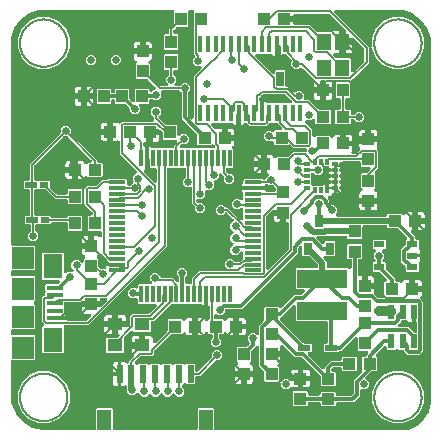
<source format=gbr>
G04 EAGLE Gerber RS-274X export*
G75*
%MOMM*%
%FSLAX34Y34*%
%LPD*%
%INTop Copper*%
%IPPOS*%
%AMOC8*
5,1,8,0,0,1.08239X$1,22.5*%
G01*
%ADD10C,0.152400*%
%ADD11R,1.100000X1.000000*%
%ADD12R,1.000000X1.100000*%
%ADD13R,0.700000X1.050000*%
%ADD14R,0.600000X1.250000*%
%ADD15R,0.500000X0.300000*%
%ADD16R,0.300000X0.500000*%
%ADD17R,0.450000X1.475000*%
%ADD18R,0.635000X1.270000*%
%ADD19R,0.300000X1.450000*%
%ADD20R,1.450000X0.300000*%
%ADD21R,4.300000X1.600000*%
%ADD22R,0.700000X0.500000*%
%ADD23R,1.050000X0.500000*%
%ADD24R,0.900000X0.600000*%
%ADD25R,0.600000X1.550000*%
%ADD26R,1.200000X1.800000*%
%ADD27R,1.200000X1.400000*%
%ADD28R,1.300000X1.100000*%
%ADD29R,1.350000X0.400000*%
%ADD30R,1.600000X2.100000*%
%ADD31R,1.900000X1.900000*%
%ADD32R,1.125000X0.500000*%
%ADD33C,0.304800*%
%ADD34C,0.508000*%
%ADD35C,0.650000*%
%ADD36C,0.812800*%

G36*
X48602Y12001D02*
X48602Y12001D01*
X49865Y12001D01*
X49906Y12006D01*
X49981Y12005D01*
X50862Y12073D01*
X50927Y12048D01*
X50994Y12039D01*
X51060Y12020D01*
X51232Y12006D01*
X51272Y12001D01*
X51285Y12002D01*
X51304Y12001D01*
X87876Y12001D01*
X87902Y12004D01*
X87928Y12002D01*
X88075Y12024D01*
X88222Y12041D01*
X88247Y12049D01*
X88273Y12053D01*
X88411Y12108D01*
X88550Y12158D01*
X88572Y12172D01*
X88597Y12182D01*
X88718Y12267D01*
X88843Y12347D01*
X88861Y12366D01*
X88883Y12381D01*
X88982Y12491D01*
X89085Y12598D01*
X89099Y12620D01*
X89116Y12640D01*
X89188Y12770D01*
X89264Y12897D01*
X89272Y12922D01*
X89285Y12945D01*
X89325Y13088D01*
X89370Y13229D01*
X89372Y13255D01*
X89380Y13280D01*
X89399Y13524D01*
X89399Y30565D01*
X89985Y31151D01*
X102815Y31151D01*
X103401Y30565D01*
X103401Y13524D01*
X103404Y13498D01*
X103402Y13472D01*
X103424Y13325D01*
X103441Y13178D01*
X103449Y13153D01*
X103453Y13127D01*
X103508Y12989D01*
X103558Y12850D01*
X103572Y12828D01*
X103582Y12803D01*
X103667Y12682D01*
X103747Y12557D01*
X103766Y12539D01*
X103781Y12517D01*
X103891Y12418D01*
X103998Y12315D01*
X104020Y12301D01*
X104040Y12284D01*
X104170Y12212D01*
X104297Y12136D01*
X104322Y12128D01*
X104345Y12115D01*
X104488Y12075D01*
X104629Y12030D01*
X104655Y12028D01*
X104680Y12020D01*
X104924Y12001D01*
X173876Y12001D01*
X173902Y12004D01*
X173928Y12002D01*
X174075Y12024D01*
X174222Y12041D01*
X174247Y12049D01*
X174273Y12053D01*
X174411Y12108D01*
X174550Y12158D01*
X174572Y12172D01*
X174597Y12182D01*
X174718Y12267D01*
X174843Y12347D01*
X174861Y12366D01*
X174883Y12381D01*
X174982Y12491D01*
X175085Y12598D01*
X175099Y12620D01*
X175116Y12640D01*
X175188Y12770D01*
X175264Y12897D01*
X175272Y12922D01*
X175285Y12945D01*
X175325Y13088D01*
X175370Y13229D01*
X175372Y13255D01*
X175380Y13280D01*
X175399Y13524D01*
X175399Y30565D01*
X175985Y31151D01*
X188815Y31151D01*
X189401Y30565D01*
X189401Y13524D01*
X189404Y13498D01*
X189402Y13472D01*
X189424Y13325D01*
X189441Y13178D01*
X189449Y13153D01*
X189453Y13127D01*
X189508Y12989D01*
X189558Y12850D01*
X189572Y12828D01*
X189582Y12803D01*
X189667Y12682D01*
X189747Y12557D01*
X189766Y12539D01*
X189781Y12517D01*
X189891Y12418D01*
X189998Y12315D01*
X190020Y12301D01*
X190040Y12284D01*
X190170Y12212D01*
X190297Y12136D01*
X190322Y12128D01*
X190345Y12115D01*
X190488Y12075D01*
X190629Y12030D01*
X190655Y12028D01*
X190680Y12020D01*
X190924Y12001D01*
X349766Y12001D01*
X349772Y12001D01*
X349779Y12001D01*
X350022Y12022D01*
X353664Y12645D01*
X353718Y12661D01*
X353775Y12668D01*
X353980Y12737D01*
X353998Y12742D01*
X354002Y12744D01*
X354007Y12746D01*
X360935Y15714D01*
X361036Y15772D01*
X361142Y15822D01*
X361201Y15867D01*
X361237Y15887D01*
X361270Y15918D01*
X361338Y15968D01*
X367009Y20932D01*
X367088Y21019D01*
X367173Y21099D01*
X367216Y21160D01*
X367244Y21190D01*
X367265Y21229D01*
X367314Y21298D01*
X371174Y27772D01*
X371222Y27878D01*
X371278Y27981D01*
X371300Y28052D01*
X371317Y28089D01*
X371326Y28133D01*
X371351Y28214D01*
X373022Y35564D01*
X373028Y35620D01*
X373043Y35676D01*
X373058Y35892D01*
X373060Y35910D01*
X373059Y35914D01*
X373059Y35920D01*
X373028Y38530D01*
X373013Y38647D01*
X373007Y38764D01*
X372999Y38790D01*
X372999Y39840D01*
X372994Y39886D01*
X372993Y39978D01*
X372917Y40811D01*
X372957Y40919D01*
X372964Y40977D01*
X372980Y41032D01*
X372997Y41246D01*
X372999Y41265D01*
X372999Y41270D01*
X372999Y41276D01*
X372999Y340000D01*
X372994Y340042D01*
X372995Y340120D01*
X372669Y344261D01*
X372658Y344318D01*
X372655Y344375D01*
X372605Y344585D01*
X372602Y344603D01*
X372600Y344607D01*
X372599Y344612D01*
X370039Y352491D01*
X369990Y352597D01*
X369950Y352706D01*
X369911Y352770D01*
X369894Y352808D01*
X369867Y352843D01*
X369823Y352915D01*
X364954Y359617D01*
X364875Y359703D01*
X364802Y359795D01*
X364746Y359843D01*
X364718Y359873D01*
X364681Y359898D01*
X364617Y359954D01*
X357915Y364823D01*
X357813Y364880D01*
X357716Y364945D01*
X357648Y364974D01*
X357612Y364994D01*
X357569Y365006D01*
X357491Y365039D01*
X349612Y367599D01*
X349556Y367610D01*
X349503Y367630D01*
X349289Y367664D01*
X349271Y367668D01*
X349267Y367668D01*
X349261Y367669D01*
X345120Y367995D01*
X345077Y367993D01*
X345000Y367999D01*
X292663Y367999D01*
X292563Y367988D01*
X292463Y367986D01*
X292391Y367968D01*
X292317Y367959D01*
X292222Y367926D01*
X292125Y367901D01*
X292059Y367867D01*
X291989Y367842D01*
X291904Y367787D01*
X291815Y367741D01*
X291758Y367693D01*
X291696Y367653D01*
X291626Y367581D01*
X291550Y367516D01*
X291505Y367456D01*
X291454Y367402D01*
X291402Y367316D01*
X291342Y367235D01*
X291313Y367167D01*
X291275Y367103D01*
X291244Y367007D01*
X291204Y366915D01*
X291191Y366842D01*
X291169Y366771D01*
X291160Y366671D01*
X291143Y366572D01*
X291147Y366498D01*
X291141Y366424D01*
X291155Y366324D01*
X291161Y366224D01*
X291181Y366153D01*
X291192Y366079D01*
X291229Y365986D01*
X291257Y365889D01*
X291294Y365824D01*
X291321Y365755D01*
X291378Y365673D01*
X291427Y365585D01*
X291492Y365509D01*
X291520Y365469D01*
X291546Y365445D01*
X291586Y365399D01*
X320399Y336586D01*
X320477Y336523D01*
X320550Y336454D01*
X320614Y336415D01*
X320672Y336369D01*
X320763Y336326D01*
X320849Y336275D01*
X320920Y336252D01*
X320987Y336220D01*
X321085Y336199D01*
X321094Y336196D01*
X321061Y336186D01*
X321018Y336160D01*
X320971Y336141D01*
X320869Y336070D01*
X320763Y336006D01*
X320726Y335971D01*
X320685Y335942D01*
X320602Y335850D01*
X320513Y335763D01*
X320485Y335721D01*
X320452Y335684D01*
X320392Y335575D01*
X320324Y335470D01*
X320308Y335423D01*
X320283Y335379D01*
X320249Y335259D01*
X320208Y335142D01*
X320202Y335092D01*
X320188Y335043D01*
X320169Y334799D01*
X320169Y323184D01*
X318690Y321705D01*
X306939Y309954D01*
X305447Y308463D01*
X305417Y308462D01*
X305345Y308444D01*
X305271Y308435D01*
X305177Y308402D01*
X305079Y308377D01*
X305013Y308343D01*
X304943Y308318D01*
X304859Y308263D01*
X304769Y308217D01*
X304713Y308169D01*
X304650Y308129D01*
X304580Y308057D01*
X304504Y307992D01*
X304460Y307932D01*
X304408Y307878D01*
X304357Y307792D01*
X304297Y307711D01*
X304267Y307643D01*
X304229Y307579D01*
X304199Y307484D01*
X304159Y307391D01*
X304146Y307318D01*
X304123Y307247D01*
X304115Y307147D01*
X304097Y307048D01*
X304101Y306974D01*
X304095Y306900D01*
X304110Y306801D01*
X304115Y306700D01*
X304136Y306629D01*
X304147Y306555D01*
X304184Y306462D01*
X304212Y306365D01*
X304248Y306300D01*
X304275Y306231D01*
X304333Y306149D01*
X304382Y306061D01*
X304447Y305985D01*
X304474Y305945D01*
X304501Y305921D01*
X304501Y294085D01*
X303915Y293499D01*
X301786Y293499D01*
X301760Y293496D01*
X301734Y293498D01*
X301587Y293476D01*
X301440Y293459D01*
X301415Y293451D01*
X301389Y293447D01*
X301251Y293392D01*
X301112Y293342D01*
X301090Y293328D01*
X301065Y293318D01*
X300944Y293233D01*
X300819Y293153D01*
X300801Y293134D01*
X300779Y293119D01*
X300680Y293009D01*
X300577Y292902D01*
X300563Y292880D01*
X300546Y292860D01*
X300474Y292730D01*
X300398Y292603D01*
X300390Y292578D01*
X300377Y292555D01*
X300337Y292412D01*
X300292Y292271D01*
X300290Y292245D01*
X300282Y292220D01*
X300263Y291976D01*
X300263Y285024D01*
X300266Y284998D01*
X300264Y284972D01*
X300286Y284825D01*
X300303Y284678D01*
X300311Y284653D01*
X300315Y284627D01*
X300370Y284489D01*
X300420Y284350D01*
X300434Y284328D01*
X300444Y284303D01*
X300529Y284182D01*
X300609Y284057D01*
X300628Y284039D01*
X300643Y284017D01*
X300753Y283918D01*
X300860Y283815D01*
X300882Y283801D01*
X300902Y283784D01*
X301032Y283712D01*
X301159Y283636D01*
X301184Y283628D01*
X301207Y283615D01*
X301350Y283575D01*
X301491Y283530D01*
X301517Y283528D01*
X301542Y283520D01*
X301786Y283501D01*
X304415Y283501D01*
X305001Y282915D01*
X305001Y280786D01*
X305004Y280760D01*
X305002Y280734D01*
X305024Y280587D01*
X305041Y280440D01*
X305049Y280415D01*
X305053Y280389D01*
X305108Y280251D01*
X305158Y280112D01*
X305172Y280090D01*
X305182Y280065D01*
X305267Y279944D01*
X305347Y279819D01*
X305366Y279801D01*
X305381Y279779D01*
X305491Y279680D01*
X305598Y279577D01*
X305620Y279563D01*
X305640Y279546D01*
X305770Y279474D01*
X305897Y279398D01*
X305922Y279390D01*
X305945Y279377D01*
X306088Y279337D01*
X306229Y279292D01*
X306255Y279290D01*
X306280Y279282D01*
X306524Y279263D01*
X307620Y279263D01*
X307746Y279277D01*
X307872Y279284D01*
X307919Y279297D01*
X307967Y279303D01*
X308086Y279345D01*
X308207Y279380D01*
X308249Y279404D01*
X308295Y279420D01*
X308401Y279489D01*
X308511Y279550D01*
X308557Y279590D01*
X308587Y279609D01*
X308621Y279644D01*
X308697Y279709D01*
X310239Y281251D01*
X313761Y281251D01*
X316251Y278761D01*
X316251Y275239D01*
X313761Y272749D01*
X310239Y272749D01*
X307697Y275291D01*
X307598Y275370D01*
X307505Y275454D01*
X307462Y275478D01*
X307424Y275508D01*
X307310Y275562D01*
X307200Y275623D01*
X307153Y275636D01*
X307109Y275657D01*
X306986Y275683D01*
X306864Y275718D01*
X306803Y275723D01*
X306769Y275730D01*
X306721Y275729D01*
X306620Y275737D01*
X306524Y275737D01*
X306498Y275734D01*
X306472Y275736D01*
X306325Y275714D01*
X306178Y275697D01*
X306153Y275689D01*
X306127Y275685D01*
X305989Y275630D01*
X305850Y275580D01*
X305828Y275566D01*
X305803Y275556D01*
X305682Y275471D01*
X305557Y275391D01*
X305539Y275372D01*
X305517Y275357D01*
X305418Y275247D01*
X305315Y275140D01*
X305301Y275118D01*
X305284Y275098D01*
X305212Y274968D01*
X305136Y274841D01*
X305128Y274816D01*
X305115Y274793D01*
X305075Y274650D01*
X305030Y274509D01*
X305028Y274483D01*
X305020Y274458D01*
X305001Y274214D01*
X305001Y272085D01*
X304415Y271499D01*
X292585Y271499D01*
X291999Y272085D01*
X291999Y282915D01*
X292585Y283501D01*
X295214Y283501D01*
X295240Y283504D01*
X295266Y283502D01*
X295413Y283524D01*
X295560Y283541D01*
X295585Y283549D01*
X295611Y283553D01*
X295749Y283608D01*
X295888Y283658D01*
X295910Y283672D01*
X295935Y283682D01*
X296056Y283767D01*
X296181Y283847D01*
X296199Y283866D01*
X296221Y283881D01*
X296320Y283991D01*
X296423Y284098D01*
X296437Y284120D01*
X296454Y284140D01*
X296526Y284269D01*
X296602Y284397D01*
X296610Y284422D01*
X296623Y284445D01*
X296663Y284588D01*
X296708Y284729D01*
X296710Y284755D01*
X296718Y284780D01*
X296737Y285024D01*
X296737Y291976D01*
X296734Y292002D01*
X296736Y292028D01*
X296714Y292175D01*
X296697Y292322D01*
X296689Y292347D01*
X296685Y292373D01*
X296630Y292511D01*
X296580Y292650D01*
X296566Y292672D01*
X296556Y292697D01*
X296471Y292818D01*
X296391Y292943D01*
X296372Y292961D01*
X296357Y292983D01*
X296247Y293082D01*
X296140Y293185D01*
X296118Y293199D01*
X296098Y293216D01*
X295968Y293288D01*
X295841Y293364D01*
X295816Y293372D01*
X295793Y293385D01*
X295650Y293425D01*
X295509Y293470D01*
X295483Y293472D01*
X295458Y293480D01*
X295214Y293499D01*
X293085Y293499D01*
X292499Y294085D01*
X292499Y305925D01*
X292522Y305954D01*
X292592Y306026D01*
X292630Y306090D01*
X292676Y306148D01*
X292719Y306239D01*
X292771Y306325D01*
X292793Y306396D01*
X292825Y306463D01*
X292846Y306561D01*
X292877Y306657D01*
X292883Y306731D01*
X292899Y306804D01*
X292897Y306904D01*
X292905Y307004D01*
X292894Y307078D01*
X292893Y307152D01*
X292868Y307250D01*
X292853Y307349D01*
X292826Y307418D01*
X292808Y307490D01*
X292762Y307579D01*
X292725Y307673D01*
X292682Y307734D01*
X292648Y307800D01*
X292583Y307876D01*
X292526Y307959D01*
X292470Y308009D01*
X292422Y308065D01*
X292341Y308125D01*
X292267Y308192D01*
X292202Y308228D01*
X292142Y308273D01*
X292050Y308312D01*
X291962Y308361D01*
X291890Y308381D01*
X291822Y308411D01*
X291723Y308428D01*
X291626Y308456D01*
X291526Y308464D01*
X291479Y308472D01*
X291443Y308470D01*
X291383Y308475D01*
X290318Y308475D01*
X290268Y308469D01*
X290217Y308472D01*
X290095Y308450D01*
X289972Y308435D01*
X289924Y308418D01*
X289874Y308409D01*
X289760Y308360D01*
X289644Y308318D01*
X289601Y308290D01*
X289554Y308270D01*
X289455Y308196D01*
X289351Y308129D01*
X289316Y308092D01*
X289275Y308062D01*
X289195Y307967D01*
X289109Y307878D01*
X289083Y307834D01*
X289050Y307795D01*
X288994Y307685D01*
X288930Y307579D01*
X288915Y307531D01*
X288891Y307485D01*
X288862Y307365D01*
X288824Y307247D01*
X288820Y307196D01*
X288808Y307147D01*
X288806Y307023D01*
X288796Y306900D01*
X288803Y306849D01*
X288803Y306798D01*
X288847Y306558D01*
X289041Y305834D01*
X289041Y302499D01*
X283999Y302499D01*
X283999Y306952D01*
X283996Y306978D01*
X283998Y307004D01*
X283976Y307151D01*
X283959Y307298D01*
X283951Y307323D01*
X283947Y307349D01*
X283892Y307487D01*
X283842Y307626D01*
X283828Y307648D01*
X283818Y307673D01*
X283733Y307794D01*
X283653Y307919D01*
X283634Y307937D01*
X283619Y307959D01*
X283509Y308058D01*
X283402Y308161D01*
X283380Y308175D01*
X283360Y308192D01*
X283230Y308264D01*
X283103Y308340D01*
X283078Y308348D01*
X283055Y308361D01*
X282912Y308401D01*
X282771Y308446D01*
X282745Y308448D01*
X282720Y308456D01*
X282476Y308475D01*
X280524Y308475D01*
X280498Y308472D01*
X280472Y308474D01*
X280325Y308452D01*
X280178Y308435D01*
X280153Y308427D01*
X280127Y308423D01*
X279989Y308368D01*
X279850Y308318D01*
X279828Y308304D01*
X279803Y308294D01*
X279682Y308209D01*
X279557Y308129D01*
X279539Y308110D01*
X279517Y308095D01*
X279418Y307985D01*
X279315Y307878D01*
X279301Y307856D01*
X279284Y307836D01*
X279212Y307706D01*
X279136Y307579D01*
X279128Y307554D01*
X279115Y307531D01*
X279075Y307388D01*
X279030Y307247D01*
X279027Y307221D01*
X279020Y307196D01*
X279001Y306952D01*
X279001Y302499D01*
X273959Y302499D01*
X273959Y305835D01*
X274132Y306481D01*
X274427Y306991D01*
X274428Y306993D01*
X274429Y306994D01*
X274495Y307147D01*
X274566Y307311D01*
X274566Y307313D01*
X274567Y307314D01*
X274597Y307483D01*
X274628Y307654D01*
X274628Y307655D01*
X274628Y307657D01*
X274619Y307828D01*
X274611Y308002D01*
X274610Y308003D01*
X274610Y308005D01*
X274564Y308165D01*
X274515Y308337D01*
X274514Y308338D01*
X274514Y308340D01*
X274428Y308493D01*
X274345Y308642D01*
X274344Y308643D01*
X274344Y308644D01*
X274185Y308830D01*
X273061Y309954D01*
X264090Y318925D01*
X264070Y318941D01*
X264053Y318961D01*
X263933Y319049D01*
X263817Y319141D01*
X263794Y319153D01*
X263773Y319168D01*
X263636Y319227D01*
X263502Y319290D01*
X263477Y319296D01*
X263453Y319306D01*
X263306Y319333D01*
X263162Y319364D01*
X263136Y319363D01*
X263110Y319368D01*
X262961Y319360D01*
X262813Y319358D01*
X262788Y319351D01*
X262762Y319350D01*
X262619Y319309D01*
X262475Y319273D01*
X262452Y319261D01*
X262427Y319253D01*
X262297Y319181D01*
X262165Y319113D01*
X262145Y319096D01*
X262122Y319083D01*
X261936Y318925D01*
X260761Y317749D01*
X257239Y317749D01*
X254749Y320239D01*
X254749Y323775D01*
X254802Y323845D01*
X254894Y323962D01*
X254905Y323985D01*
X254921Y324007D01*
X254980Y324143D01*
X255043Y324277D01*
X255048Y324302D01*
X255059Y324327D01*
X255085Y324472D01*
X255116Y324617D01*
X255116Y324644D01*
X255120Y324670D01*
X255113Y324818D01*
X255110Y324966D01*
X255104Y324992D01*
X255102Y325018D01*
X255061Y325160D01*
X255025Y325304D01*
X255013Y325327D01*
X255006Y325352D01*
X254934Y325482D01*
X254866Y325614D01*
X254849Y325634D01*
X254836Y325657D01*
X254677Y325843D01*
X249962Y330558D01*
X249863Y330637D01*
X249769Y330721D01*
X249727Y330745D01*
X249689Y330775D01*
X249575Y330829D01*
X249464Y330890D01*
X249418Y330903D01*
X249374Y330924D01*
X249251Y330950D01*
X249129Y330985D01*
X249068Y330990D01*
X249033Y330997D01*
X248985Y330996D01*
X248885Y331004D01*
X248223Y331004D01*
X248098Y330990D01*
X247971Y330983D01*
X247925Y330970D01*
X247877Y330964D01*
X247758Y330922D01*
X247637Y330887D01*
X247595Y330863D01*
X247549Y330847D01*
X247443Y330778D01*
X247332Y330717D01*
X247286Y330677D01*
X247256Y330658D01*
X247223Y330623D01*
X247146Y330558D01*
X246560Y329972D01*
X245981Y329637D01*
X245335Y329464D01*
X244273Y329464D01*
X244273Y339380D01*
X244270Y339406D01*
X244272Y339432D01*
X244250Y339579D01*
X244234Y339726D01*
X244225Y339751D01*
X244221Y339777D01*
X244166Y339914D01*
X244116Y340054D01*
X244102Y340076D01*
X244092Y340100D01*
X244008Y340222D01*
X243927Y340347D01*
X243908Y340365D01*
X243893Y340387D01*
X243783Y340486D01*
X243676Y340589D01*
X243654Y340602D01*
X243634Y340620D01*
X243504Y340692D01*
X243377Y340768D01*
X243352Y340776D01*
X243329Y340789D01*
X243186Y340829D01*
X243045Y340874D01*
X243019Y340876D01*
X242994Y340883D01*
X242750Y340903D01*
X242724Y340900D01*
X242698Y340902D01*
X242551Y340880D01*
X242404Y340863D01*
X242379Y340854D01*
X242353Y340850D01*
X242215Y340796D01*
X242076Y340746D01*
X242053Y340731D01*
X242029Y340722D01*
X241908Y340637D01*
X241783Y340557D01*
X241764Y340538D01*
X241743Y340523D01*
X241644Y340413D01*
X241541Y340306D01*
X241527Y340283D01*
X241509Y340264D01*
X241438Y340134D01*
X241362Y340007D01*
X241354Y339982D01*
X241341Y339959D01*
X241301Y339816D01*
X241255Y339675D01*
X241253Y339649D01*
X241246Y339623D01*
X241227Y339380D01*
X241227Y329464D01*
X240165Y329464D01*
X239519Y329637D01*
X238940Y329972D01*
X238354Y330558D01*
X238255Y330637D01*
X238161Y330721D01*
X238119Y330745D01*
X238081Y330775D01*
X237966Y330829D01*
X237856Y330890D01*
X237809Y330903D01*
X237766Y330924D01*
X237642Y330950D01*
X237520Y330985D01*
X237460Y330990D01*
X237425Y330997D01*
X237377Y330996D01*
X237277Y331004D01*
X225679Y331004D01*
X225579Y330993D01*
X225479Y330991D01*
X225407Y330973D01*
X225333Y330964D01*
X225238Y330931D01*
X225141Y330906D01*
X225075Y330872D01*
X225005Y330847D01*
X224920Y330792D01*
X224831Y330746D01*
X224775Y330698D01*
X224712Y330658D01*
X224642Y330586D01*
X224566Y330521D01*
X224522Y330461D01*
X224470Y330407D01*
X224418Y330321D01*
X224359Y330240D01*
X224329Y330172D01*
X224291Y330108D01*
X224260Y330012D01*
X224221Y329920D01*
X224207Y329847D01*
X224185Y329776D01*
X224177Y329676D01*
X224159Y329577D01*
X224163Y329503D01*
X224157Y329429D01*
X224172Y329329D01*
X224177Y329229D01*
X224197Y329158D01*
X224209Y329084D01*
X224246Y328991D01*
X224273Y328894D01*
X224310Y328829D01*
X224337Y328760D01*
X224395Y328678D01*
X224444Y328590D01*
X224509Y328514D01*
X224536Y328474D01*
X224563Y328450D01*
X224602Y328404D01*
X238624Y314382D01*
X238702Y314320D01*
X238775Y314250D01*
X238839Y314212D01*
X238897Y314165D01*
X238988Y314123D01*
X239074Y314071D01*
X239145Y314048D01*
X239212Y314017D01*
X239310Y313995D01*
X239406Y313965D01*
X239480Y313959D01*
X239553Y313943D01*
X239653Y313945D01*
X239753Y313937D01*
X239827Y313948D01*
X239901Y313949D01*
X239998Y313974D01*
X240098Y313989D01*
X240167Y314016D01*
X240239Y314034D01*
X240329Y314080D01*
X240422Y314117D01*
X240483Y314160D01*
X240549Y314194D01*
X240626Y314259D01*
X240708Y314316D01*
X240758Y314371D01*
X240814Y314420D01*
X240874Y314500D01*
X240941Y314575D01*
X240977Y314640D01*
X241022Y314700D01*
X241061Y314792D01*
X241110Y314880D01*
X241130Y314952D01*
X241160Y315020D01*
X241177Y315119D01*
X241205Y315215D01*
X241213Y315315D01*
X241221Y315363D01*
X241219Y315399D01*
X241224Y315459D01*
X241224Y316765D01*
X241810Y317351D01*
X248990Y317351D01*
X249576Y316765D01*
X249576Y304164D01*
X249579Y304138D01*
X249577Y304112D01*
X249599Y303965D01*
X249616Y303818D01*
X249624Y303793D01*
X249628Y303767D01*
X249683Y303629D01*
X249733Y303490D01*
X249747Y303468D01*
X249757Y303443D01*
X249842Y303322D01*
X249922Y303197D01*
X249941Y303179D01*
X249956Y303157D01*
X250066Y303058D01*
X250173Y302955D01*
X250195Y302941D01*
X250215Y302924D01*
X250345Y302852D01*
X250472Y302776D01*
X250497Y302768D01*
X250520Y302755D01*
X250663Y302715D01*
X250804Y302670D01*
X250830Y302668D01*
X250855Y302660D01*
X251099Y302641D01*
X252334Y302641D01*
X256404Y298570D01*
X256425Y298554D01*
X256442Y298534D01*
X256561Y298445D01*
X256677Y298353D01*
X256701Y298342D01*
X256722Y298327D01*
X256858Y298268D01*
X256992Y298204D01*
X257018Y298199D01*
X257042Y298189D01*
X257188Y298162D01*
X257333Y298131D01*
X257359Y298132D01*
X257385Y298127D01*
X257534Y298135D01*
X257682Y298137D01*
X257707Y298143D01*
X257733Y298145D01*
X257875Y298186D01*
X258020Y298222D01*
X258043Y298234D01*
X258068Y298241D01*
X258197Y298314D01*
X258329Y298382D01*
X258349Y298399D01*
X258372Y298411D01*
X258559Y298570D01*
X259239Y299251D01*
X262761Y299251D01*
X265251Y296761D01*
X265251Y293274D01*
X265254Y293248D01*
X265252Y293222D01*
X265274Y293075D01*
X265291Y292928D01*
X265299Y292903D01*
X265303Y292877D01*
X265358Y292739D01*
X265408Y292600D01*
X265422Y292578D01*
X265432Y292553D01*
X265517Y292432D01*
X265597Y292307D01*
X265616Y292289D01*
X265631Y292267D01*
X265741Y292168D01*
X265848Y292065D01*
X265870Y292051D01*
X265890Y292034D01*
X266020Y291962D01*
X266147Y291886D01*
X266172Y291878D01*
X266195Y291865D01*
X266338Y291825D01*
X266479Y291780D01*
X266505Y291778D01*
X266530Y291770D01*
X266774Y291751D01*
X269742Y291751D01*
X277546Y283947D01*
X277645Y283868D01*
X277739Y283784D01*
X277781Y283760D01*
X277819Y283730D01*
X277933Y283676D01*
X278044Y283615D01*
X278090Y283602D01*
X278134Y283581D01*
X278257Y283555D01*
X278379Y283520D01*
X278440Y283515D01*
X278475Y283508D01*
X278523Y283509D01*
X278623Y283501D01*
X287415Y283501D01*
X288001Y282915D01*
X288001Y272085D01*
X287415Y271499D01*
X275585Y271499D01*
X274999Y272085D01*
X274999Y274310D01*
X274988Y274410D01*
X274986Y274511D01*
X274968Y274583D01*
X274959Y274657D01*
X274925Y274751D01*
X274901Y274849D01*
X274867Y274915D01*
X274842Y274985D01*
X274787Y275069D01*
X274741Y275158D01*
X274693Y275215D01*
X274653Y275278D01*
X274581Y275347D01*
X274516Y275424D01*
X274456Y275468D01*
X274402Y275520D01*
X274316Y275571D01*
X274235Y275631D01*
X274167Y275660D01*
X274103Y275699D01*
X274007Y275729D01*
X273915Y275769D01*
X273842Y275782D01*
X273771Y275805D01*
X273671Y275813D01*
X273572Y275831D01*
X273498Y275827D01*
X273424Y275833D01*
X273324Y275818D01*
X273224Y275813D01*
X273153Y275792D01*
X273079Y275781D01*
X272986Y275744D01*
X272889Y275716D01*
X272824Y275680D01*
X272755Y275652D01*
X272673Y275595D01*
X272585Y275546D01*
X272509Y275481D01*
X272469Y275453D01*
X272445Y275427D01*
X272399Y275387D01*
X271761Y274749D01*
X267913Y274749D01*
X267813Y274738D01*
X267713Y274736D01*
X267641Y274718D01*
X267567Y274709D01*
X267472Y274676D01*
X267375Y274651D01*
X267309Y274617D01*
X267239Y274592D01*
X267154Y274537D01*
X267065Y274491D01*
X267008Y274443D01*
X266946Y274403D01*
X266876Y274331D01*
X266800Y274266D01*
X266755Y274206D01*
X266704Y274152D01*
X266652Y274066D01*
X266592Y273985D01*
X266563Y273917D01*
X266525Y273853D01*
X266494Y273757D01*
X266454Y273665D01*
X266441Y273592D01*
X266419Y273521D01*
X266410Y273421D01*
X266393Y273322D01*
X266397Y273248D01*
X266391Y273174D01*
X266405Y273074D01*
X266411Y272974D01*
X266431Y272903D01*
X266442Y272829D01*
X266479Y272736D01*
X266507Y272639D01*
X266544Y272574D01*
X266571Y272505D01*
X266628Y272423D01*
X266677Y272335D01*
X266742Y272259D01*
X266770Y272219D01*
X266796Y272195D01*
X266836Y272149D01*
X272525Y266460D01*
X272525Y261617D01*
X272536Y261518D01*
X272538Y261417D01*
X272556Y261345D01*
X272565Y261271D01*
X272599Y261177D01*
X272623Y261079D01*
X272657Y261013D01*
X272682Y260943D01*
X272737Y260859D01*
X272783Y260769D01*
X272831Y260713D01*
X272871Y260650D01*
X272943Y260581D01*
X273008Y260504D01*
X273068Y260460D01*
X273122Y260408D01*
X273208Y260357D01*
X273289Y260297D01*
X273357Y260267D01*
X273421Y260229D01*
X273516Y260199D01*
X273609Y260159D01*
X273682Y260146D01*
X273753Y260123D01*
X273853Y260115D01*
X273952Y260097D01*
X274026Y260101D01*
X274100Y260095D01*
X274200Y260110D01*
X274300Y260115D01*
X274371Y260136D01*
X274445Y260147D01*
X274538Y260184D01*
X274635Y260212D01*
X274700Y260248D01*
X274769Y260275D01*
X274851Y260333D01*
X274939Y260382D01*
X275015Y260447D01*
X275055Y260474D01*
X275079Y260501D01*
X275125Y260540D01*
X275585Y261001D01*
X287415Y261001D01*
X288091Y260324D01*
X288151Y260277D01*
X288203Y260223D01*
X288286Y260169D01*
X288364Y260108D01*
X288433Y260075D01*
X288496Y260034D01*
X288590Y260001D01*
X288679Y259959D01*
X288753Y259943D01*
X288825Y259917D01*
X288923Y259906D01*
X289020Y259885D01*
X289096Y259887D01*
X289171Y259878D01*
X289270Y259890D01*
X289368Y259891D01*
X289442Y259910D01*
X289517Y259919D01*
X289610Y259952D01*
X289706Y259976D01*
X289774Y260011D01*
X289845Y260037D01*
X289928Y260091D01*
X290016Y260136D01*
X290074Y260185D01*
X290138Y260226D01*
X290206Y260298D01*
X290282Y260362D01*
X290327Y260423D01*
X290379Y260477D01*
X290430Y260563D01*
X290489Y260642D01*
X290519Y260712D01*
X290558Y260777D01*
X290608Y260919D01*
X290627Y260962D01*
X290629Y260975D01*
X290967Y261560D01*
X291440Y262033D01*
X292019Y262368D01*
X292665Y262541D01*
X296001Y262541D01*
X296001Y255976D01*
X296004Y255950D01*
X296002Y255924D01*
X296024Y255777D01*
X296041Y255630D01*
X296049Y255605D01*
X296053Y255579D01*
X296108Y255441D01*
X296158Y255302D01*
X296172Y255280D01*
X296182Y255255D01*
X296267Y255134D01*
X296347Y255009D01*
X296366Y254991D01*
X296381Y254969D01*
X296491Y254870D01*
X296598Y254767D01*
X296620Y254753D01*
X296640Y254736D01*
X296770Y254664D01*
X296897Y254588D01*
X296922Y254580D01*
X296945Y254567D01*
X297088Y254527D01*
X297229Y254482D01*
X297255Y254480D01*
X297280Y254473D01*
X297524Y254453D01*
X297953Y254453D01*
X297953Y254024D01*
X297956Y253998D01*
X297954Y253972D01*
X297976Y253825D01*
X297993Y253678D01*
X298002Y253653D01*
X298006Y253627D01*
X298060Y253489D01*
X298110Y253350D01*
X298125Y253328D01*
X298134Y253303D01*
X298219Y253182D01*
X298299Y253057D01*
X298318Y253039D01*
X298333Y253017D01*
X298443Y252918D01*
X298550Y252815D01*
X298573Y252801D01*
X298592Y252784D01*
X298722Y252712D01*
X298849Y252636D01*
X298874Y252628D01*
X298897Y252615D01*
X299040Y252575D01*
X299181Y252530D01*
X299207Y252527D01*
X299232Y252520D01*
X299476Y252501D01*
X306541Y252501D01*
X306541Y249665D01*
X306368Y249019D01*
X306033Y248440D01*
X305980Y248387D01*
X305918Y248309D01*
X305848Y248236D01*
X305810Y248172D01*
X305764Y248114D01*
X305721Y248023D01*
X305669Y247937D01*
X305646Y247866D01*
X305615Y247799D01*
X305594Y247701D01*
X305563Y247605D01*
X305557Y247531D01*
X305541Y247458D01*
X305543Y247358D01*
X305535Y247258D01*
X305546Y247184D01*
X305547Y247110D01*
X305572Y247013D01*
X305587Y246913D01*
X305614Y246844D01*
X305632Y246772D01*
X305678Y246683D01*
X305715Y246589D01*
X305758Y246528D01*
X305792Y246462D01*
X305857Y246386D01*
X305914Y246303D01*
X305969Y246253D01*
X306018Y246197D01*
X306099Y246137D01*
X306173Y246070D01*
X306238Y246034D01*
X306298Y245990D01*
X306390Y245950D01*
X306478Y245901D01*
X306550Y245881D01*
X306618Y245851D01*
X306717Y245834D01*
X306814Y245806D01*
X306914Y245798D01*
X306961Y245790D01*
X306997Y245792D01*
X307057Y245787D01*
X308171Y245787D01*
X308297Y245801D01*
X308423Y245808D01*
X308469Y245821D01*
X308517Y245827D01*
X308636Y245869D01*
X308758Y245904D01*
X308800Y245928D01*
X308845Y245944D01*
X308952Y246013D01*
X309062Y246074D01*
X309108Y246114D01*
X309138Y246133D01*
X309172Y246168D01*
X309248Y246233D01*
X312685Y249670D01*
X312686Y249671D01*
X312687Y249672D01*
X312801Y249815D01*
X312902Y249943D01*
X312902Y249944D01*
X312903Y249945D01*
X312977Y250102D01*
X313051Y250258D01*
X313051Y250259D01*
X313052Y250261D01*
X313086Y250422D01*
X313124Y250599D01*
X313124Y250600D01*
X313124Y250602D01*
X313121Y250780D01*
X313118Y250947D01*
X313118Y250948D01*
X313118Y250950D01*
X313077Y251110D01*
X313033Y251285D01*
X313032Y251287D01*
X313032Y251288D01*
X312927Y251509D01*
X312632Y252019D01*
X312459Y252665D01*
X312459Y256001D01*
X319024Y256001D01*
X319050Y256004D01*
X319076Y256002D01*
X319223Y256024D01*
X319370Y256041D01*
X319395Y256049D01*
X319421Y256053D01*
X319558Y256108D01*
X319698Y256158D01*
X319720Y256172D01*
X319745Y256182D01*
X319866Y256267D01*
X319991Y256347D01*
X320003Y256360D01*
X320050Y256315D01*
X320073Y256301D01*
X320092Y256284D01*
X320222Y256212D01*
X320349Y256136D01*
X320374Y256128D01*
X320397Y256115D01*
X320540Y256075D01*
X320681Y256030D01*
X320707Y256027D01*
X320732Y256020D01*
X320976Y256001D01*
X327541Y256001D01*
X327541Y252665D01*
X327368Y252019D01*
X327073Y251509D01*
X327072Y251507D01*
X327071Y251506D01*
X327003Y251348D01*
X326934Y251189D01*
X326934Y251187D01*
X326933Y251186D01*
X326901Y251009D01*
X326872Y250846D01*
X326872Y250845D01*
X326872Y250843D01*
X326881Y250670D01*
X326889Y250498D01*
X326890Y250497D01*
X326890Y250495D01*
X326937Y250331D01*
X326985Y250163D01*
X326986Y250162D01*
X326986Y250160D01*
X327074Y250004D01*
X327155Y249858D01*
X327156Y249857D01*
X327156Y249856D01*
X327315Y249670D01*
X328525Y248460D01*
X328525Y234540D01*
X327046Y233061D01*
X325777Y231792D01*
X325761Y231772D01*
X325741Y231755D01*
X325653Y231635D01*
X325560Y231519D01*
X325549Y231496D01*
X325534Y231475D01*
X325475Y231338D01*
X325412Y231204D01*
X325406Y231179D01*
X325396Y231155D01*
X325369Y231008D01*
X325338Y230864D01*
X325339Y230837D01*
X325334Y230812D01*
X325342Y230663D01*
X325344Y230515D01*
X325351Y230490D01*
X325352Y230463D01*
X325393Y230320D01*
X325429Y230177D01*
X325441Y230154D01*
X325448Y230129D01*
X325521Y229999D01*
X325589Y229867D01*
X325606Y229847D01*
X325619Y229824D01*
X325777Y229638D01*
X326001Y229415D01*
X326001Y217585D01*
X325324Y216909D01*
X325277Y216849D01*
X325223Y216797D01*
X325169Y216714D01*
X325108Y216636D01*
X325075Y216567D01*
X325034Y216504D01*
X325001Y216410D01*
X324959Y216321D01*
X324943Y216247D01*
X324917Y216175D01*
X324906Y216077D01*
X324885Y215980D01*
X324887Y215904D01*
X324878Y215829D01*
X324890Y215730D01*
X324891Y215632D01*
X324910Y215558D01*
X324919Y215483D01*
X324952Y215390D01*
X324976Y215294D01*
X325011Y215226D01*
X325037Y215155D01*
X325091Y215072D01*
X325136Y214984D01*
X325185Y214926D01*
X325226Y214862D01*
X325298Y214794D01*
X325362Y214718D01*
X325423Y214673D01*
X325477Y214621D01*
X325563Y214570D01*
X325642Y214511D01*
X325712Y214481D01*
X325777Y214442D01*
X325919Y214392D01*
X325962Y214373D01*
X325975Y214371D01*
X326560Y214033D01*
X327033Y213560D01*
X327368Y212981D01*
X327541Y212335D01*
X327541Y208999D01*
X320976Y208999D01*
X320950Y208996D01*
X320924Y208998D01*
X320777Y208976D01*
X320630Y208959D01*
X320605Y208951D01*
X320579Y208947D01*
X320442Y208892D01*
X320302Y208842D01*
X320280Y208828D01*
X320255Y208818D01*
X320134Y208733D01*
X320009Y208653D01*
X319997Y208640D01*
X319950Y208685D01*
X319927Y208699D01*
X319908Y208716D01*
X319778Y208788D01*
X319651Y208864D01*
X319626Y208872D01*
X319603Y208885D01*
X319460Y208925D01*
X319319Y208970D01*
X319293Y208972D01*
X319268Y208980D01*
X319024Y208999D01*
X312459Y208999D01*
X312459Y212335D01*
X312632Y212981D01*
X312967Y213560D01*
X313440Y214033D01*
X314038Y214378D01*
X314063Y214388D01*
X314137Y214407D01*
X314225Y214452D01*
X314317Y214489D01*
X314379Y214532D01*
X314447Y214566D01*
X314522Y214631D01*
X314603Y214687D01*
X314654Y214743D01*
X314712Y214792D01*
X314771Y214872D01*
X314837Y214945D01*
X314874Y215012D01*
X314919Y215073D01*
X314958Y215163D01*
X315006Y215250D01*
X315027Y215323D01*
X315057Y215393D01*
X315075Y215490D01*
X315102Y215585D01*
X315106Y215661D01*
X315119Y215736D01*
X315114Y215834D01*
X315119Y215933D01*
X315105Y216008D01*
X315101Y216084D01*
X315074Y216179D01*
X315056Y216276D01*
X315025Y216346D01*
X315004Y216419D01*
X314956Y216505D01*
X314917Y216596D01*
X314871Y216657D01*
X314834Y216723D01*
X314737Y216838D01*
X314709Y216875D01*
X314694Y216887D01*
X314676Y216909D01*
X313999Y217585D01*
X313999Y229415D01*
X314585Y230001D01*
X318369Y230001D01*
X318494Y230015D01*
X318621Y230022D01*
X318667Y230035D01*
X318715Y230041D01*
X318834Y230083D01*
X318955Y230118D01*
X318998Y230142D01*
X319043Y230158D01*
X319149Y230227D01*
X319260Y230288D01*
X319306Y230328D01*
X319336Y230347D01*
X319369Y230382D01*
X319446Y230447D01*
X321398Y232399D01*
X321460Y232477D01*
X321530Y232550D01*
X321568Y232614D01*
X321615Y232672D01*
X321657Y232763D01*
X321709Y232849D01*
X321732Y232920D01*
X321763Y232987D01*
X321785Y233085D01*
X321815Y233181D01*
X321821Y233255D01*
X321837Y233328D01*
X321835Y233428D01*
X321843Y233528D01*
X321832Y233602D01*
X321831Y233676D01*
X321806Y233773D01*
X321791Y233873D01*
X321764Y233942D01*
X321746Y234014D01*
X321700Y234104D01*
X321663Y234197D01*
X321620Y234258D01*
X321586Y234324D01*
X321521Y234401D01*
X321464Y234483D01*
X321409Y234533D01*
X321360Y234589D01*
X321280Y234649D01*
X321205Y234716D01*
X321140Y234752D01*
X321080Y234797D01*
X320988Y234836D01*
X320900Y234885D01*
X320828Y234905D01*
X320760Y234935D01*
X320661Y234952D01*
X320565Y234980D01*
X320465Y234988D01*
X320417Y234996D01*
X320381Y234994D01*
X320321Y234999D01*
X314585Y234999D01*
X313999Y235585D01*
X313999Y238214D01*
X313996Y238240D01*
X313998Y238266D01*
X313976Y238413D01*
X313959Y238560D01*
X313951Y238585D01*
X313947Y238611D01*
X313892Y238749D01*
X313842Y238888D01*
X313828Y238910D01*
X313818Y238935D01*
X313733Y239056D01*
X313653Y239181D01*
X313634Y239199D01*
X313619Y239221D01*
X313509Y239320D01*
X313402Y239423D01*
X313380Y239437D01*
X313360Y239454D01*
X313230Y239526D01*
X313103Y239602D01*
X313078Y239610D01*
X313055Y239623D01*
X312912Y239663D01*
X312771Y239708D01*
X312745Y239710D01*
X312720Y239718D01*
X312476Y239737D01*
X298564Y239737D01*
X298538Y239734D01*
X298512Y239736D01*
X298365Y239714D01*
X298218Y239697D01*
X298193Y239689D01*
X298167Y239685D01*
X298029Y239630D01*
X297890Y239580D01*
X297868Y239566D01*
X297843Y239556D01*
X297722Y239471D01*
X297597Y239391D01*
X297579Y239372D01*
X297557Y239357D01*
X297458Y239247D01*
X297355Y239140D01*
X297341Y239118D01*
X297324Y239098D01*
X297282Y239023D01*
X296566Y239023D01*
X296429Y239008D01*
X296292Y238999D01*
X296256Y238988D01*
X296219Y238984D01*
X296090Y238937D01*
X295958Y238897D01*
X295926Y238879D01*
X295891Y238866D01*
X295776Y238791D01*
X295657Y238722D01*
X295630Y238697D01*
X295598Y238677D01*
X295503Y238578D01*
X295403Y238484D01*
X295382Y238453D01*
X295356Y238426D01*
X295286Y238308D01*
X295209Y238194D01*
X295196Y238159D01*
X295177Y238127D01*
X295135Y237996D01*
X295087Y237867D01*
X295082Y237831D01*
X295071Y237795D01*
X295060Y237658D01*
X295042Y237522D01*
X295046Y237485D01*
X295043Y237448D01*
X295064Y237312D01*
X295077Y237175D01*
X295089Y237140D01*
X295095Y237103D01*
X295146Y236975D01*
X295190Y236845D01*
X295210Y236814D01*
X295224Y236779D01*
X295302Y236666D01*
X295375Y236550D01*
X295401Y236524D01*
X295423Y236493D01*
X295524Y236401D01*
X295622Y236304D01*
X295660Y236279D01*
X295681Y236260D01*
X295719Y236239D01*
X295725Y236236D01*
X295826Y236169D01*
X295826Y236168D01*
X295909Y236134D01*
X295987Y236091D01*
X296069Y236068D01*
X296148Y236035D01*
X296236Y236020D01*
X296322Y235996D01*
X296443Y235987D01*
X296492Y235978D01*
X296521Y235980D01*
X296566Y235977D01*
X297041Y235977D01*
X297041Y235665D01*
X296968Y235394D01*
X296953Y235294D01*
X296929Y235195D01*
X296928Y235122D01*
X296917Y235050D01*
X296925Y234948D01*
X296924Y234846D01*
X296942Y234750D01*
X296946Y234702D01*
X296957Y234667D01*
X296968Y234606D01*
X297041Y234334D01*
X297041Y234023D01*
X296566Y234023D01*
X296477Y234013D01*
X296388Y234013D01*
X296308Y233994D01*
X296227Y233985D01*
X296224Y233984D01*
X296220Y233984D01*
X296136Y233953D01*
X296049Y233933D01*
X295945Y233886D01*
X295898Y233869D01*
X295895Y233867D01*
X295892Y233866D01*
X295868Y233851D01*
X295826Y233832D01*
X295717Y233754D01*
X295605Y233682D01*
X295602Y233679D01*
X295599Y233677D01*
X295573Y233650D01*
X295543Y233629D01*
X295454Y233528D01*
X295361Y233432D01*
X295359Y233429D01*
X295357Y233426D01*
X295338Y233395D01*
X295313Y233366D01*
X295250Y233248D01*
X295181Y233134D01*
X295179Y233130D01*
X295178Y233127D01*
X295167Y233093D01*
X295149Y233059D01*
X295114Y232930D01*
X295073Y232803D01*
X295072Y232798D01*
X295072Y232795D01*
X295069Y232760D01*
X295059Y232722D01*
X295055Y232589D01*
X295043Y232455D01*
X295044Y232450D01*
X295044Y232448D01*
X295044Y232447D01*
X295049Y232413D01*
X295048Y232374D01*
X295074Y232243D01*
X295093Y232111D01*
X295095Y232106D01*
X295095Y232103D01*
X295109Y232070D01*
X295116Y232032D01*
X295172Y231910D01*
X295220Y231786D01*
X295223Y231782D01*
X295224Y231779D01*
X295245Y231750D01*
X295260Y231715D01*
X295342Y231609D01*
X295418Y231499D01*
X295421Y231496D01*
X295423Y231493D01*
X295450Y231469D01*
X295473Y231439D01*
X295576Y231354D01*
X295675Y231264D01*
X295680Y231262D01*
X295682Y231259D01*
X295695Y231252D01*
X295719Y231238D01*
X295743Y231218D01*
X295787Y231196D01*
X295885Y231138D01*
X295885Y231137D01*
X295938Y231118D01*
X295987Y231091D01*
X296023Y231081D01*
X296056Y231065D01*
X296135Y231046D01*
X296212Y231018D01*
X296268Y231011D01*
X296322Y230996D01*
X296369Y230992D01*
X296395Y230986D01*
X296444Y230986D01*
X296544Y230978D01*
X296558Y230977D01*
X296561Y230977D01*
X296566Y230977D01*
X297041Y230977D01*
X297041Y230665D01*
X296968Y230394D01*
X296953Y230294D01*
X296929Y230195D01*
X296928Y230122D01*
X296917Y230050D01*
X296925Y229948D01*
X296924Y229846D01*
X296942Y229750D01*
X296946Y229702D01*
X296957Y229667D01*
X296968Y229606D01*
X297041Y229334D01*
X297041Y229023D01*
X296566Y229023D01*
X296477Y229013D01*
X296388Y229013D01*
X296308Y228994D01*
X296227Y228985D01*
X296224Y228984D01*
X296220Y228984D01*
X296136Y228953D01*
X296049Y228933D01*
X295945Y228886D01*
X295898Y228869D01*
X295895Y228867D01*
X295892Y228866D01*
X295868Y228851D01*
X295826Y228832D01*
X295717Y228754D01*
X295605Y228682D01*
X295602Y228679D01*
X295599Y228677D01*
X295573Y228650D01*
X295543Y228629D01*
X295454Y228528D01*
X295361Y228432D01*
X295359Y228429D01*
X295357Y228426D01*
X295338Y228395D01*
X295313Y228366D01*
X295250Y228248D01*
X295181Y228134D01*
X295179Y228130D01*
X295178Y228127D01*
X295167Y228093D01*
X295149Y228059D01*
X295114Y227930D01*
X295073Y227803D01*
X295072Y227798D01*
X295072Y227795D01*
X295069Y227760D01*
X295059Y227722D01*
X295055Y227589D01*
X295043Y227455D01*
X295044Y227450D01*
X295044Y227448D01*
X295044Y227447D01*
X295049Y227413D01*
X295048Y227374D01*
X295074Y227243D01*
X295093Y227111D01*
X295095Y227106D01*
X295095Y227103D01*
X295109Y227070D01*
X295116Y227032D01*
X295172Y226910D01*
X295220Y226786D01*
X295223Y226782D01*
X295224Y226779D01*
X295245Y226750D01*
X295260Y226715D01*
X295342Y226609D01*
X295418Y226499D01*
X295421Y226496D01*
X295423Y226493D01*
X295450Y226469D01*
X295473Y226439D01*
X295576Y226354D01*
X295675Y226264D01*
X295680Y226262D01*
X295682Y226259D01*
X295695Y226252D01*
X295719Y226238D01*
X295743Y226218D01*
X295787Y226196D01*
X295885Y226138D01*
X295885Y226137D01*
X295938Y226118D01*
X295987Y226091D01*
X296023Y226081D01*
X296056Y226065D01*
X296135Y226046D01*
X296212Y226018D01*
X296268Y226011D01*
X296322Y225996D01*
X296369Y225992D01*
X296395Y225986D01*
X296444Y225986D01*
X296544Y225978D01*
X296558Y225977D01*
X296561Y225977D01*
X296566Y225977D01*
X297041Y225977D01*
X297041Y225665D01*
X296968Y225394D01*
X296953Y225294D01*
X296929Y225195D01*
X296928Y225122D01*
X296917Y225050D01*
X296925Y224948D01*
X296924Y224846D01*
X296942Y224750D01*
X296946Y224702D01*
X296957Y224667D01*
X296968Y224606D01*
X297041Y224334D01*
X297041Y224023D01*
X296566Y224023D01*
X296477Y224013D01*
X296388Y224013D01*
X296308Y223994D01*
X296227Y223985D01*
X296224Y223984D01*
X296220Y223984D01*
X296136Y223953D01*
X296049Y223933D01*
X295945Y223886D01*
X295898Y223869D01*
X295895Y223867D01*
X295892Y223866D01*
X295868Y223851D01*
X295826Y223832D01*
X295717Y223754D01*
X295605Y223682D01*
X295602Y223679D01*
X295599Y223677D01*
X295573Y223650D01*
X295543Y223629D01*
X295454Y223528D01*
X295361Y223432D01*
X295359Y223429D01*
X295357Y223426D01*
X295338Y223395D01*
X295313Y223366D01*
X295250Y223248D01*
X295181Y223134D01*
X295179Y223130D01*
X295178Y223127D01*
X295167Y223093D01*
X295149Y223059D01*
X295114Y222930D01*
X295073Y222803D01*
X295072Y222798D01*
X295072Y222795D01*
X295069Y222760D01*
X295059Y222722D01*
X295055Y222589D01*
X295043Y222455D01*
X295044Y222450D01*
X295044Y222448D01*
X295046Y222433D01*
X295049Y222413D01*
X295048Y222374D01*
X295074Y222243D01*
X295093Y222111D01*
X295095Y222106D01*
X295095Y222103D01*
X295109Y222070D01*
X295116Y222032D01*
X295172Y221910D01*
X295220Y221786D01*
X295223Y221782D01*
X295224Y221779D01*
X295245Y221750D01*
X295260Y221715D01*
X295342Y221609D01*
X295418Y221499D01*
X295421Y221496D01*
X295423Y221493D01*
X295450Y221469D01*
X295473Y221439D01*
X295576Y221354D01*
X295675Y221264D01*
X295680Y221262D01*
X295682Y221259D01*
X295695Y221252D01*
X295719Y221238D01*
X295743Y221218D01*
X295787Y221196D01*
X295885Y221138D01*
X295885Y221137D01*
X295938Y221118D01*
X295987Y221091D01*
X296023Y221081D01*
X296056Y221065D01*
X296135Y221046D01*
X296212Y221018D01*
X296268Y221011D01*
X296322Y220996D01*
X296369Y220992D01*
X296395Y220986D01*
X296444Y220986D01*
X296544Y220978D01*
X296558Y220977D01*
X296561Y220977D01*
X296566Y220977D01*
X297041Y220977D01*
X297041Y220665D01*
X296968Y220394D01*
X296953Y220294D01*
X296929Y220195D01*
X296928Y220122D01*
X296917Y220050D01*
X296925Y219948D01*
X296924Y219846D01*
X296942Y219750D01*
X296946Y219702D01*
X296957Y219667D01*
X296968Y219606D01*
X297041Y219334D01*
X297041Y219023D01*
X296566Y219023D01*
X296494Y219015D01*
X296422Y219017D01*
X296322Y218995D01*
X296220Y218984D01*
X296152Y218959D01*
X296081Y218944D01*
X295934Y218881D01*
X295892Y218866D01*
X295891Y218866D01*
X295878Y218857D01*
X295857Y218848D01*
X295856Y218848D01*
X295729Y218761D01*
X295598Y218677D01*
X295585Y218662D01*
X295568Y218651D01*
X295464Y218537D01*
X295356Y218426D01*
X295346Y218409D01*
X295333Y218394D01*
X295257Y218259D01*
X295177Y218127D01*
X295171Y218108D01*
X295162Y218091D01*
X295118Y217942D01*
X295071Y217795D01*
X295069Y217775D01*
X295064Y217756D01*
X295056Y217602D01*
X295043Y217448D01*
X295046Y217428D01*
X295045Y217408D01*
X295072Y217256D01*
X295095Y217103D01*
X295102Y217085D01*
X295106Y217065D01*
X295166Y216923D01*
X295224Y216779D01*
X295235Y216763D01*
X295243Y216745D01*
X295334Y216620D01*
X295422Y216493D01*
X295437Y216480D01*
X295449Y216464D01*
X295567Y216363D01*
X295681Y216259D01*
X295699Y216250D01*
X295714Y216237D01*
X295851Y216166D01*
X295986Y216091D01*
X296005Y216086D01*
X296023Y216076D01*
X296172Y216038D01*
X296322Y215996D01*
X296346Y215994D01*
X296361Y215990D01*
X296405Y215990D01*
X296565Y215977D01*
X297041Y215977D01*
X297041Y215665D01*
X296868Y215019D01*
X296533Y214440D01*
X296060Y213967D01*
X295481Y213632D01*
X294835Y213459D01*
X293523Y213459D01*
X293523Y217500D01*
X293523Y222500D01*
X293523Y227500D01*
X293523Y232500D01*
X293523Y237500D01*
X293520Y237526D01*
X293522Y237552D01*
X293500Y237699D01*
X293484Y237846D01*
X293475Y237871D01*
X293471Y237897D01*
X293416Y238034D01*
X293366Y238174D01*
X293352Y238196D01*
X293342Y238220D01*
X293258Y238342D01*
X293177Y238467D01*
X293158Y238485D01*
X293143Y238507D01*
X293033Y238606D01*
X292926Y238709D01*
X292904Y238722D01*
X292884Y238740D01*
X292754Y238812D01*
X292627Y238888D01*
X292602Y238896D01*
X292579Y238909D01*
X292436Y238949D01*
X292295Y238994D01*
X292269Y238996D01*
X292244Y239003D01*
X292000Y239023D01*
X291974Y239020D01*
X291948Y239022D01*
X291801Y239000D01*
X291654Y238983D01*
X291629Y238974D01*
X291603Y238970D01*
X291465Y238916D01*
X291326Y238866D01*
X291303Y238851D01*
X291279Y238842D01*
X291158Y238757D01*
X291033Y238677D01*
X291014Y238658D01*
X290993Y238643D01*
X290894Y238533D01*
X290791Y238426D01*
X290777Y238403D01*
X290759Y238384D01*
X290688Y238254D01*
X290612Y238127D01*
X290604Y238102D01*
X290591Y238079D01*
X290551Y237936D01*
X290505Y237795D01*
X290503Y237769D01*
X290496Y237743D01*
X290477Y237500D01*
X290477Y232500D01*
X290477Y227500D01*
X290477Y222500D01*
X290477Y217500D01*
X290477Y213459D01*
X290422Y213459D01*
X290421Y213459D01*
X290420Y213459D01*
X290246Y213439D01*
X290076Y213419D01*
X290075Y213419D01*
X290073Y213419D01*
X289908Y213359D01*
X289748Y213302D01*
X289747Y213301D01*
X289746Y213301D01*
X289600Y213206D01*
X289455Y213113D01*
X289454Y213112D01*
X289453Y213111D01*
X289332Y212986D01*
X289213Y212862D01*
X289212Y212861D01*
X289211Y212860D01*
X289119Y212706D01*
X289034Y212563D01*
X289034Y212562D01*
X289033Y212561D01*
X288951Y212330D01*
X288868Y212019D01*
X288533Y211440D01*
X288060Y210967D01*
X287481Y210632D01*
X286787Y210447D01*
X286754Y210446D01*
X286682Y210428D01*
X286608Y210419D01*
X286514Y210386D01*
X286416Y210361D01*
X286350Y210327D01*
X286280Y210302D01*
X286196Y210247D01*
X286106Y210201D01*
X286050Y210153D01*
X285987Y210113D01*
X285917Y210041D01*
X285841Y209976D01*
X285797Y209916D01*
X285745Y209862D01*
X285693Y209776D01*
X285634Y209695D01*
X285604Y209627D01*
X285566Y209563D01*
X285536Y209468D01*
X285496Y209375D01*
X285483Y209302D01*
X285460Y209231D01*
X285452Y209131D01*
X285434Y209032D01*
X285438Y208958D01*
X285432Y208884D01*
X285447Y208784D01*
X285452Y208684D01*
X285473Y208613D01*
X285484Y208539D01*
X285521Y208446D01*
X285549Y208349D01*
X285585Y208284D01*
X285612Y208215D01*
X285670Y208133D01*
X285719Y208045D01*
X285784Y207969D01*
X285811Y207929D01*
X285838Y207905D01*
X285877Y207859D01*
X286299Y207437D01*
X286299Y205889D01*
X286313Y205763D01*
X286320Y205637D01*
X286333Y205591D01*
X286339Y205543D01*
X286381Y205424D01*
X286416Y205302D01*
X286440Y205260D01*
X286456Y205215D01*
X286525Y205108D01*
X286586Y204998D01*
X286626Y204952D01*
X286645Y204922D01*
X286680Y204888D01*
X286745Y204812D01*
X288335Y203222D01*
X288434Y203144D01*
X288528Y203059D01*
X288570Y203035D01*
X288608Y203005D01*
X288722Y202951D01*
X288833Y202890D01*
X288879Y202877D01*
X288923Y202857D01*
X289046Y202830D01*
X289168Y202796D01*
X289229Y202791D01*
X289264Y202783D01*
X289312Y202784D01*
X289412Y202776D01*
X291222Y202776D01*
X293712Y200286D01*
X293712Y196764D01*
X292588Y195641D01*
X292526Y195562D01*
X292456Y195490D01*
X292418Y195426D01*
X292372Y195368D01*
X292329Y195277D01*
X292277Y195191D01*
X292255Y195120D01*
X292223Y195053D01*
X292202Y194955D01*
X292171Y194859D01*
X292165Y194785D01*
X292150Y194712D01*
X292151Y194612D01*
X292143Y194512D01*
X292154Y194438D01*
X292156Y194364D01*
X292180Y194267D01*
X292195Y194167D01*
X292222Y194098D01*
X292241Y194026D01*
X292287Y193937D01*
X292324Y193843D01*
X292366Y193782D01*
X292400Y193716D01*
X292465Y193640D01*
X292523Y193557D01*
X292578Y193507D01*
X292626Y193451D01*
X292707Y193391D01*
X292781Y193324D01*
X292846Y193288D01*
X292906Y193243D01*
X292998Y193204D01*
X293086Y193155D01*
X293158Y193135D01*
X293226Y193105D01*
X293325Y193088D01*
X293422Y193060D01*
X293522Y193052D01*
X293569Y193044D01*
X293605Y193046D01*
X293666Y193041D01*
X334476Y193041D01*
X334502Y193044D01*
X334528Y193042D01*
X334675Y193064D01*
X334822Y193081D01*
X334847Y193089D01*
X334873Y193093D01*
X335011Y193148D01*
X335150Y193198D01*
X335172Y193212D01*
X335197Y193222D01*
X335318Y193307D01*
X335443Y193387D01*
X335461Y193406D01*
X335483Y193421D01*
X335582Y193531D01*
X335685Y193638D01*
X335699Y193660D01*
X335716Y193680D01*
X335788Y193810D01*
X335864Y193937D01*
X335872Y193962D01*
X335885Y193985D01*
X335925Y194128D01*
X335970Y194269D01*
X335972Y194295D01*
X335980Y194320D01*
X335999Y194564D01*
X335999Y194915D01*
X336585Y195501D01*
X348415Y195501D01*
X349091Y194824D01*
X349150Y194777D01*
X349203Y194723D01*
X349287Y194669D01*
X349364Y194608D01*
X349433Y194575D01*
X349496Y194534D01*
X349590Y194501D01*
X349679Y194459D01*
X349753Y194443D01*
X349825Y194417D01*
X349923Y194406D01*
X350020Y194385D01*
X350096Y194387D01*
X350171Y194378D01*
X350269Y194390D01*
X350368Y194391D01*
X350442Y194410D01*
X350517Y194419D01*
X350610Y194452D01*
X350706Y194476D01*
X350774Y194511D01*
X350845Y194537D01*
X350928Y194591D01*
X351016Y194636D01*
X351074Y194685D01*
X351137Y194726D01*
X351206Y194798D01*
X351282Y194862D01*
X351327Y194923D01*
X351379Y194977D01*
X351430Y195062D01*
X351489Y195142D01*
X351519Y195212D01*
X351557Y195277D01*
X351608Y195419D01*
X351627Y195462D01*
X351629Y195475D01*
X351967Y196060D01*
X352440Y196533D01*
X353019Y196868D01*
X353665Y197041D01*
X357001Y197041D01*
X357001Y190476D01*
X357004Y190450D01*
X357002Y190424D01*
X357024Y190277D01*
X357041Y190130D01*
X357049Y190105D01*
X357053Y190079D01*
X357108Y189942D01*
X357158Y189802D01*
X357172Y189780D01*
X357182Y189755D01*
X357267Y189634D01*
X357347Y189509D01*
X357360Y189497D01*
X357315Y189450D01*
X357301Y189427D01*
X357284Y189408D01*
X357212Y189278D01*
X357136Y189151D01*
X357128Y189126D01*
X357115Y189103D01*
X357075Y188960D01*
X357030Y188819D01*
X357027Y188793D01*
X357020Y188768D01*
X357001Y188524D01*
X357001Y181926D01*
X356942Y181919D01*
X356848Y181886D01*
X356751Y181861D01*
X356684Y181827D01*
X356614Y181802D01*
X356530Y181747D01*
X356441Y181701D01*
X356384Y181653D01*
X356322Y181613D01*
X356252Y181541D01*
X356175Y181476D01*
X356131Y181416D01*
X356079Y181362D01*
X356028Y181276D01*
X355968Y181195D01*
X355939Y181127D01*
X355901Y181063D01*
X355870Y180967D01*
X355830Y180875D01*
X355817Y180802D01*
X355794Y180731D01*
X355786Y180631D01*
X355768Y180532D01*
X355772Y180458D01*
X355766Y180384D01*
X355781Y180284D01*
X355786Y180184D01*
X355807Y180113D01*
X355818Y180039D01*
X355855Y179946D01*
X355883Y179849D01*
X355919Y179784D01*
X355947Y179715D01*
X356004Y179633D01*
X356053Y179545D01*
X356118Y179469D01*
X356146Y179429D01*
X356172Y179405D01*
X356212Y179359D01*
X357600Y177971D01*
X359525Y176046D01*
X359525Y175024D01*
X359528Y174998D01*
X359526Y174972D01*
X359548Y174825D01*
X359565Y174678D01*
X359573Y174653D01*
X359577Y174627D01*
X359632Y174489D01*
X359682Y174350D01*
X359696Y174328D01*
X359706Y174303D01*
X359791Y174182D01*
X359871Y174057D01*
X359890Y174039D01*
X359905Y174017D01*
X360015Y173918D01*
X360122Y173815D01*
X360144Y173801D01*
X360164Y173784D01*
X360294Y173712D01*
X360421Y173636D01*
X360446Y173628D01*
X360469Y173615D01*
X360612Y173575D01*
X360753Y173530D01*
X360779Y173528D01*
X360804Y173520D01*
X361048Y173501D01*
X361915Y173501D01*
X362501Y172915D01*
X362501Y166223D01*
X362515Y166098D01*
X362522Y165972D01*
X362535Y165925D01*
X362541Y165877D01*
X362583Y165758D01*
X362618Y165637D01*
X362642Y165595D01*
X362658Y165549D01*
X362727Y165443D01*
X362788Y165333D01*
X362828Y165286D01*
X362847Y165256D01*
X362882Y165223D01*
X362947Y165146D01*
X363533Y164560D01*
X363868Y163981D01*
X364041Y163335D01*
X364041Y161523D01*
X357000Y161523D01*
X356974Y161520D01*
X356948Y161522D01*
X356801Y161500D01*
X356654Y161484D01*
X356629Y161475D01*
X356603Y161471D01*
X356466Y161416D01*
X356326Y161366D01*
X356304Y161352D01*
X356280Y161342D01*
X356158Y161258D01*
X356033Y161177D01*
X356015Y161158D01*
X355993Y161143D01*
X355894Y161033D01*
X355791Y160926D01*
X355778Y160904D01*
X355760Y160884D01*
X355688Y160754D01*
X355612Y160627D01*
X355604Y160602D01*
X355591Y160579D01*
X355551Y160436D01*
X355506Y160295D01*
X355504Y160269D01*
X355497Y160244D01*
X355477Y160000D01*
X355480Y159974D01*
X355478Y159948D01*
X355500Y159801D01*
X355517Y159654D01*
X355526Y159629D01*
X355530Y159603D01*
X355585Y159465D01*
X355634Y159326D01*
X355649Y159303D01*
X355658Y159279D01*
X355743Y159158D01*
X355823Y159033D01*
X355842Y159014D01*
X355857Y158993D01*
X355967Y158894D01*
X356074Y158791D01*
X356097Y158777D01*
X356116Y158759D01*
X356246Y158688D01*
X356373Y158612D01*
X356398Y158604D01*
X356421Y158591D01*
X356564Y158551D01*
X356705Y158505D01*
X356731Y158503D01*
X356757Y158496D01*
X357000Y158477D01*
X364041Y158477D01*
X364041Y156665D01*
X363868Y156019D01*
X363533Y155440D01*
X362947Y154854D01*
X362868Y154755D01*
X362784Y154661D01*
X362760Y154619D01*
X362730Y154581D01*
X362676Y154467D01*
X362615Y154356D01*
X362602Y154309D01*
X362581Y154266D01*
X362555Y154142D01*
X362520Y154020D01*
X362515Y153960D01*
X362508Y153925D01*
X362509Y153877D01*
X362501Y153777D01*
X362501Y147085D01*
X361915Y146499D01*
X352085Y146499D01*
X351499Y147085D01*
X351499Y150428D01*
X351496Y150454D01*
X351498Y150480D01*
X351476Y150627D01*
X351459Y150774D01*
X351451Y150799D01*
X351447Y150825D01*
X351392Y150963D01*
X351342Y151102D01*
X351328Y151124D01*
X351318Y151149D01*
X351233Y151270D01*
X351153Y151395D01*
X351134Y151413D01*
X351119Y151435D01*
X351009Y151534D01*
X350902Y151637D01*
X350880Y151651D01*
X350860Y151668D01*
X350730Y151740D01*
X350603Y151816D01*
X350578Y151824D01*
X350555Y151837D01*
X350510Y151850D01*
X347451Y154909D01*
X347451Y165091D01*
X350519Y168159D01*
X350650Y168206D01*
X350672Y168220D01*
X350697Y168230D01*
X350818Y168315D01*
X350943Y168395D01*
X350961Y168414D01*
X350983Y168429D01*
X351082Y168539D01*
X351185Y168646D01*
X351199Y168668D01*
X351216Y168688D01*
X351288Y168818D01*
X351364Y168945D01*
X351372Y168970D01*
X351385Y168993D01*
X351425Y169136D01*
X351470Y169277D01*
X351472Y169303D01*
X351480Y169328D01*
X351499Y169572D01*
X351499Y172915D01*
X352430Y173845D01*
X352446Y173866D01*
X352466Y173883D01*
X352554Y174002D01*
X352647Y174118D01*
X352658Y174142D01*
X352673Y174163D01*
X352732Y174299D01*
X352796Y174433D01*
X352801Y174459D01*
X352811Y174483D01*
X352838Y174629D01*
X352869Y174774D01*
X352868Y174800D01*
X352873Y174826D01*
X352865Y174975D01*
X352863Y175123D01*
X352857Y175148D01*
X352855Y175174D01*
X352814Y175317D01*
X352778Y175460D01*
X352766Y175484D01*
X352759Y175509D01*
X352686Y175639D01*
X352618Y175770D01*
X352601Y175790D01*
X352589Y175813D01*
X352430Y175999D01*
X345376Y183053D01*
X345277Y183132D01*
X345183Y183216D01*
X345141Y183240D01*
X345103Y183270D01*
X344989Y183324D01*
X344878Y183385D01*
X344832Y183398D01*
X344788Y183419D01*
X344665Y183445D01*
X344543Y183480D01*
X344482Y183485D01*
X344448Y183492D01*
X344400Y183491D01*
X344299Y183499D01*
X336585Y183499D01*
X335999Y184085D01*
X335999Y184436D01*
X335996Y184462D01*
X335998Y184488D01*
X335976Y184635D01*
X335959Y184782D01*
X335951Y184807D01*
X335947Y184833D01*
X335892Y184971D01*
X335842Y185110D01*
X335828Y185132D01*
X335818Y185157D01*
X335733Y185278D01*
X335653Y185403D01*
X335634Y185421D01*
X335619Y185443D01*
X335509Y185542D01*
X335402Y185645D01*
X335380Y185659D01*
X335360Y185676D01*
X335230Y185748D01*
X335103Y185824D01*
X335078Y185832D01*
X335055Y185845D01*
X334912Y185885D01*
X334771Y185930D01*
X334745Y185932D01*
X334720Y185940D01*
X334476Y185959D01*
X316524Y185959D01*
X316498Y185956D01*
X316472Y185958D01*
X316325Y185936D01*
X316178Y185919D01*
X316153Y185911D01*
X316127Y185907D01*
X315989Y185852D01*
X315850Y185802D01*
X315828Y185788D01*
X315803Y185778D01*
X315682Y185693D01*
X315557Y185613D01*
X315539Y185594D01*
X315517Y185579D01*
X315418Y185469D01*
X315315Y185362D01*
X315301Y185340D01*
X315284Y185320D01*
X315212Y185190D01*
X315136Y185063D01*
X315128Y185038D01*
X315115Y185015D01*
X315075Y184872D01*
X315030Y184731D01*
X315028Y184705D01*
X315020Y184680D01*
X315001Y184436D01*
X315001Y175085D01*
X314415Y174499D01*
X302585Y174499D01*
X301999Y175085D01*
X301999Y175436D01*
X301996Y175462D01*
X301998Y175488D01*
X301976Y175635D01*
X301959Y175782D01*
X301951Y175807D01*
X301947Y175833D01*
X301892Y175971D01*
X301842Y176110D01*
X301828Y176132D01*
X301818Y176157D01*
X301733Y176278D01*
X301653Y176403D01*
X301634Y176421D01*
X301619Y176443D01*
X301509Y176542D01*
X301402Y176645D01*
X301380Y176659D01*
X301360Y176676D01*
X301230Y176748D01*
X301103Y176824D01*
X301078Y176832D01*
X301055Y176845D01*
X300912Y176885D01*
X300771Y176930D01*
X300745Y176932D01*
X300720Y176940D01*
X300476Y176959D01*
X285354Y176959D01*
X285228Y176945D01*
X285102Y176938D01*
X285056Y176925D01*
X285008Y176919D01*
X284889Y176877D01*
X284767Y176842D01*
X284725Y176818D01*
X284680Y176802D01*
X284573Y176733D01*
X284463Y176672D01*
X284460Y176669D01*
X277398Y176669D01*
X277298Y176658D01*
X277198Y176656D01*
X277126Y176638D01*
X277052Y176629D01*
X276957Y176596D01*
X276860Y176571D01*
X276794Y176537D01*
X276724Y176512D01*
X276639Y176457D01*
X276550Y176411D01*
X276494Y176363D01*
X276431Y176323D01*
X276361Y176251D01*
X276285Y176186D01*
X276241Y176126D01*
X276189Y176072D01*
X276137Y175986D01*
X276078Y175905D01*
X276048Y175837D01*
X276010Y175773D01*
X275979Y175677D01*
X275940Y175585D01*
X275926Y175512D01*
X275904Y175441D01*
X275896Y175341D01*
X275878Y175242D01*
X275882Y175168D01*
X275876Y175094D01*
X275891Y174994D01*
X275896Y174894D01*
X275916Y174823D01*
X275928Y174749D01*
X275965Y174656D01*
X275992Y174559D01*
X276029Y174494D01*
X276056Y174425D01*
X276114Y174343D01*
X276163Y174255D01*
X276228Y174179D01*
X276255Y174139D01*
X276282Y174115D01*
X276321Y174069D01*
X280399Y169991D01*
X280477Y169929D01*
X280550Y169859D01*
X280614Y169821D01*
X280672Y169774D01*
X280763Y169732D01*
X280849Y169680D01*
X280920Y169657D01*
X280987Y169626D01*
X281085Y169604D01*
X281181Y169574D01*
X281255Y169568D01*
X281328Y169552D01*
X281428Y169554D01*
X281528Y169546D01*
X281602Y169557D01*
X281676Y169558D01*
X281773Y169583D01*
X281873Y169598D01*
X281942Y169625D01*
X282014Y169643D01*
X282104Y169689D01*
X282197Y169726D01*
X282258Y169769D01*
X282324Y169803D01*
X282401Y169868D01*
X282483Y169925D01*
X282533Y169980D01*
X282589Y170029D01*
X282649Y170109D01*
X282716Y170184D01*
X282752Y170249D01*
X282797Y170309D01*
X282836Y170401D01*
X282885Y170489D01*
X282905Y170561D01*
X282935Y170629D01*
X282952Y170728D01*
X282980Y170824D01*
X282988Y170924D01*
X282996Y170972D01*
X282994Y171007D01*
X282999Y171068D01*
X282999Y171665D01*
X283585Y172251D01*
X291415Y172251D01*
X292001Y171665D01*
X292001Y160335D01*
X291415Y159749D01*
X283436Y159749D01*
X283336Y159738D01*
X283235Y159736D01*
X283163Y159718D01*
X283089Y159709D01*
X282995Y159676D01*
X282897Y159651D01*
X282831Y159617D01*
X282761Y159592D01*
X282677Y159537D01*
X282588Y159491D01*
X282531Y159443D01*
X282468Y159403D01*
X282398Y159331D01*
X282322Y159266D01*
X282278Y159206D01*
X282226Y159152D01*
X282175Y159066D01*
X282115Y158985D01*
X282086Y158917D01*
X282047Y158853D01*
X282017Y158757D01*
X281977Y158665D01*
X281964Y158592D01*
X281941Y158521D01*
X281933Y158421D01*
X281915Y158322D01*
X281919Y158248D01*
X281913Y158174D01*
X281928Y158074D01*
X281933Y157974D01*
X281954Y157903D01*
X281965Y157829D01*
X282002Y157736D01*
X282030Y157639D01*
X282066Y157574D01*
X282094Y157505D01*
X282151Y157423D01*
X282200Y157335D01*
X282265Y157259D01*
X282293Y157219D01*
X282294Y157218D01*
X282319Y157195D01*
X282358Y157149D01*
X284541Y154967D01*
X284541Y151024D01*
X284544Y150998D01*
X284542Y150972D01*
X284564Y150825D01*
X284581Y150678D01*
X284589Y150653D01*
X284593Y150627D01*
X284648Y150489D01*
X284698Y150350D01*
X284712Y150328D01*
X284722Y150303D01*
X284807Y150182D01*
X284887Y150057D01*
X284906Y150039D01*
X284921Y150017D01*
X285031Y149918D01*
X285138Y149815D01*
X285160Y149801D01*
X285180Y149784D01*
X285310Y149712D01*
X285437Y149636D01*
X285462Y149628D01*
X285485Y149615D01*
X285628Y149575D01*
X285769Y149530D01*
X285795Y149528D01*
X285820Y149520D01*
X286064Y149501D01*
X302915Y149501D01*
X303375Y149040D01*
X303454Y148978D01*
X303526Y148908D01*
X303590Y148870D01*
X303648Y148824D01*
X303739Y148781D01*
X303825Y148729D01*
X303896Y148707D01*
X303963Y148675D01*
X304061Y148654D01*
X304157Y148623D01*
X304231Y148617D01*
X304304Y148601D01*
X304404Y148603D01*
X304504Y148595D01*
X304578Y148606D01*
X304652Y148607D01*
X304749Y148632D01*
X304849Y148647D01*
X304918Y148674D01*
X304990Y148692D01*
X305079Y148738D01*
X305173Y148775D01*
X305234Y148818D01*
X305300Y148852D01*
X305377Y148917D01*
X305459Y148974D01*
X305509Y149030D01*
X305565Y149078D01*
X305625Y149159D01*
X305692Y149233D01*
X305728Y149298D01*
X305773Y149358D01*
X305812Y149450D01*
X305861Y149538D01*
X305881Y149610D01*
X305911Y149678D01*
X305928Y149777D01*
X305956Y149874D01*
X305964Y149974D01*
X305972Y150021D01*
X305970Y150057D01*
X305975Y150117D01*
X305975Y155976D01*
X305972Y156002D01*
X305974Y156028D01*
X305952Y156175D01*
X305935Y156322D01*
X305927Y156347D01*
X305923Y156373D01*
X305868Y156511D01*
X305818Y156650D01*
X305804Y156672D01*
X305794Y156697D01*
X305709Y156818D01*
X305629Y156943D01*
X305610Y156961D01*
X305595Y156983D01*
X305485Y157082D01*
X305378Y157185D01*
X305356Y157199D01*
X305336Y157216D01*
X305206Y157288D01*
X305079Y157364D01*
X305054Y157372D01*
X305031Y157385D01*
X304888Y157425D01*
X304747Y157470D01*
X304721Y157472D01*
X304696Y157480D01*
X304452Y157499D01*
X302585Y157499D01*
X301999Y158085D01*
X301999Y168915D01*
X302585Y169501D01*
X314415Y169501D01*
X315001Y168915D01*
X315001Y158085D01*
X314415Y157499D01*
X312548Y157499D01*
X312522Y157496D01*
X312496Y157498D01*
X312349Y157476D01*
X312202Y157459D01*
X312177Y157451D01*
X312151Y157447D01*
X312013Y157392D01*
X311874Y157342D01*
X311852Y157328D01*
X311827Y157318D01*
X311706Y157233D01*
X311581Y157153D01*
X311563Y157134D01*
X311541Y157119D01*
X311442Y157009D01*
X311339Y156902D01*
X311325Y156880D01*
X311308Y156860D01*
X311236Y156730D01*
X311160Y156603D01*
X311152Y156578D01*
X311139Y156555D01*
X311099Y156412D01*
X311054Y156271D01*
X311052Y156245D01*
X311044Y156220D01*
X311025Y155976D01*
X311025Y144064D01*
X311028Y144038D01*
X311026Y144012D01*
X311048Y143865D01*
X311065Y143718D01*
X311073Y143693D01*
X311077Y143667D01*
X311132Y143529D01*
X311182Y143390D01*
X311196Y143368D01*
X311206Y143343D01*
X311291Y143222D01*
X311371Y143097D01*
X311390Y143079D01*
X311405Y143057D01*
X311515Y142958D01*
X311622Y142855D01*
X311644Y142841D01*
X311664Y142824D01*
X311794Y142752D01*
X311921Y142676D01*
X311946Y142668D01*
X311969Y142655D01*
X312112Y142615D01*
X312253Y142570D01*
X312279Y142568D01*
X312304Y142560D01*
X312548Y142541D01*
X314501Y142541D01*
X314501Y135476D01*
X314504Y135450D01*
X314502Y135424D01*
X314524Y135277D01*
X314541Y135130D01*
X314549Y135105D01*
X314553Y135079D01*
X314608Y134942D01*
X314658Y134802D01*
X314672Y134780D01*
X314682Y134755D01*
X314767Y134634D01*
X314847Y134509D01*
X314866Y134491D01*
X314881Y134469D01*
X314991Y134370D01*
X315098Y134267D01*
X315120Y134253D01*
X315140Y134236D01*
X315270Y134164D01*
X315397Y134088D01*
X315422Y134080D01*
X315445Y134067D01*
X315588Y134027D01*
X315729Y133982D01*
X315755Y133980D01*
X315780Y133973D01*
X316024Y133953D01*
X316453Y133953D01*
X316453Y133524D01*
X316456Y133498D01*
X316454Y133472D01*
X316476Y133325D01*
X316493Y133178D01*
X316502Y133153D01*
X316506Y133127D01*
X316560Y132989D01*
X316610Y132850D01*
X316625Y132828D01*
X316634Y132803D01*
X316719Y132682D01*
X316799Y132557D01*
X316818Y132539D01*
X316833Y132517D01*
X316943Y132418D01*
X317050Y132315D01*
X317073Y132301D01*
X317092Y132284D01*
X317222Y132212D01*
X317349Y132136D01*
X317374Y132128D01*
X317397Y132115D01*
X317540Y132075D01*
X317681Y132030D01*
X317707Y132027D01*
X317732Y132020D01*
X317976Y132001D01*
X324541Y132001D01*
X324541Y128659D01*
X324521Y128525D01*
X324494Y128376D01*
X324495Y128353D01*
X324492Y128329D01*
X324504Y128179D01*
X324512Y128028D01*
X324519Y128006D01*
X324520Y127982D01*
X324567Y127838D01*
X324609Y127693D01*
X324620Y127673D01*
X324627Y127650D01*
X324705Y127521D01*
X324779Y127389D01*
X324797Y127367D01*
X324807Y127352D01*
X324839Y127318D01*
X324937Y127203D01*
X327895Y124245D01*
X327994Y124166D01*
X328088Y124082D01*
X328130Y124058D01*
X328168Y124028D01*
X328282Y123974D01*
X328393Y123913D01*
X328440Y123900D01*
X328483Y123879D01*
X328607Y123853D01*
X328728Y123818D01*
X328789Y123813D01*
X328824Y123806D01*
X328872Y123807D01*
X328972Y123799D01*
X332652Y123799D01*
X332751Y123810D01*
X332852Y123812D01*
X332924Y123830D01*
X332998Y123839D01*
X333093Y123872D01*
X333190Y123897D01*
X333256Y123931D01*
X333326Y123956D01*
X333411Y124011D01*
X333500Y124057D01*
X333556Y124105D01*
X333619Y124145D01*
X333689Y124217D01*
X333765Y124282D01*
X333809Y124342D01*
X333861Y124396D01*
X333913Y124482D01*
X333972Y124563D01*
X334002Y124631D01*
X334040Y124695D01*
X334070Y124790D01*
X334110Y124883D01*
X334123Y124956D01*
X334146Y125027D01*
X334154Y125127D01*
X334172Y125226D01*
X334168Y125300D01*
X334174Y125374D01*
X334159Y125473D01*
X334154Y125574D01*
X334133Y125645D01*
X334122Y125719D01*
X334085Y125812D01*
X334057Y125909D01*
X334021Y125974D01*
X333994Y126043D01*
X333936Y126125D01*
X333887Y126213D01*
X333822Y126289D01*
X333795Y126329D01*
X333768Y126353D01*
X333729Y126399D01*
X333499Y126629D01*
X333499Y137458D01*
X334085Y138044D01*
X334208Y138044D01*
X334308Y138055D01*
X334408Y138057D01*
X334480Y138075D01*
X334554Y138084D01*
X334649Y138118D01*
X334746Y138142D01*
X334812Y138176D01*
X334882Y138201D01*
X334967Y138256D01*
X335056Y138302D01*
X335113Y138350D01*
X335175Y138390D01*
X335245Y138462D01*
X335322Y138528D01*
X335366Y138587D01*
X335417Y138641D01*
X335469Y138727D01*
X335529Y138808D01*
X335558Y138876D01*
X335596Y138940D01*
X335627Y139036D01*
X335667Y139128D01*
X335680Y139201D01*
X335703Y139272D01*
X335711Y139372D01*
X335728Y139471D01*
X335725Y139545D01*
X335731Y139619D01*
X335716Y139719D01*
X335710Y139819D01*
X335690Y139890D01*
X335679Y139964D01*
X335642Y140057D01*
X335614Y140154D01*
X335578Y140219D01*
X335550Y140288D01*
X335493Y140370D01*
X335444Y140458D01*
X335379Y140535D01*
X335351Y140574D01*
X335325Y140598D01*
X335285Y140644D01*
X329876Y146053D01*
X329777Y146132D01*
X329684Y146216D01*
X329641Y146240D01*
X329603Y146270D01*
X329489Y146324D01*
X329378Y146385D01*
X329332Y146398D01*
X329288Y146419D01*
X329165Y146445D01*
X329043Y146480D01*
X328982Y146485D01*
X328948Y146492D01*
X328900Y146491D01*
X328799Y146499D01*
X324085Y146499D01*
X323499Y147085D01*
X323499Y153915D01*
X324085Y154501D01*
X324528Y154501D01*
X324628Y154512D01*
X324728Y154514D01*
X324800Y154532D01*
X324874Y154541D01*
X324969Y154574D01*
X325066Y154599D01*
X325132Y154633D01*
X325202Y154658D01*
X325287Y154713D01*
X325376Y154759D01*
X325433Y154807D01*
X325495Y154847D01*
X325565Y154919D01*
X325641Y154984D01*
X325686Y155044D01*
X325737Y155098D01*
X325789Y155184D01*
X325848Y155265D01*
X325878Y155333D01*
X325916Y155397D01*
X325947Y155493D01*
X325986Y155585D01*
X326000Y155658D01*
X326022Y155729D01*
X326030Y155829D01*
X326048Y155928D01*
X326044Y156002D01*
X326050Y156076D01*
X326035Y156176D01*
X326030Y156276D01*
X326010Y156347D01*
X325999Y156421D01*
X325962Y156514D01*
X325934Y156611D01*
X325897Y156676D01*
X325870Y156745D01*
X325813Y156827D01*
X325764Y156915D01*
X325698Y156991D01*
X325671Y157031D01*
X325645Y157055D01*
X325605Y157101D01*
X324667Y158039D01*
X324667Y161560D01*
X326006Y162899D01*
X326069Y162978D01*
X326138Y163050D01*
X326177Y163114D01*
X326223Y163172D01*
X326266Y163263D01*
X326317Y163349D01*
X326340Y163420D01*
X326372Y163487D01*
X326393Y163585D01*
X326424Y163681D01*
X326430Y163755D01*
X326445Y163828D01*
X326443Y163928D01*
X326452Y164028D01*
X326440Y164102D01*
X326439Y164176D01*
X326415Y164273D01*
X326400Y164373D01*
X326372Y164442D01*
X326354Y164514D01*
X326308Y164603D01*
X326271Y164697D01*
X326229Y164758D01*
X326195Y164824D01*
X326129Y164900D01*
X326072Y164983D01*
X326017Y165033D01*
X325969Y165089D01*
X325888Y165149D01*
X325813Y165216D01*
X325748Y165252D01*
X325688Y165297D01*
X325596Y165336D01*
X325508Y165385D01*
X325437Y165405D01*
X325368Y165435D01*
X325270Y165452D01*
X325173Y165480D01*
X325073Y165488D01*
X325025Y165496D01*
X324990Y165494D01*
X324929Y165499D01*
X324085Y165499D01*
X323499Y166085D01*
X323499Y172915D01*
X324085Y173501D01*
X333915Y173501D01*
X334501Y172915D01*
X334501Y166085D01*
X333915Y165499D01*
X332907Y165499D01*
X332807Y165488D01*
X332707Y165486D01*
X332635Y165468D01*
X332561Y165459D01*
X332466Y165426D01*
X332369Y165401D01*
X332303Y165367D01*
X332233Y165342D01*
X332148Y165287D01*
X332059Y165241D01*
X332003Y165193D01*
X331940Y165153D01*
X331870Y165081D01*
X331794Y165016D01*
X331750Y164956D01*
X331698Y164902D01*
X331646Y164816D01*
X331587Y164735D01*
X331557Y164667D01*
X331519Y164603D01*
X331488Y164507D01*
X331449Y164415D01*
X331435Y164342D01*
X331413Y164271D01*
X331405Y164171D01*
X331387Y164072D01*
X331391Y163998D01*
X331385Y163924D01*
X331400Y163824D01*
X331405Y163724D01*
X331425Y163653D01*
X331436Y163579D01*
X331474Y163486D01*
X331501Y163389D01*
X331538Y163324D01*
X331565Y163255D01*
X331622Y163173D01*
X331672Y163085D01*
X331737Y163009D01*
X331764Y162969D01*
X331791Y162945D01*
X331830Y162899D01*
X333169Y161560D01*
X333169Y158039D01*
X332231Y157101D01*
X332169Y157022D01*
X332099Y156950D01*
X332061Y156886D01*
X332015Y156828D01*
X331972Y156737D01*
X331920Y156651D01*
X331898Y156580D01*
X331866Y156513D01*
X331845Y156415D01*
X331814Y156319D01*
X331808Y156245D01*
X331792Y156172D01*
X331794Y156072D01*
X331786Y155972D01*
X331797Y155898D01*
X331798Y155824D01*
X331823Y155727D01*
X331838Y155627D01*
X331865Y155558D01*
X331883Y155486D01*
X331929Y155397D01*
X331966Y155303D01*
X332009Y155242D01*
X332043Y155176D01*
X332108Y155100D01*
X332165Y155017D01*
X332221Y154967D01*
X332269Y154911D01*
X332350Y154851D01*
X332424Y154784D01*
X332489Y154748D01*
X332549Y154703D01*
X332641Y154664D01*
X332729Y154615D01*
X332801Y154595D01*
X332869Y154565D01*
X332968Y154548D01*
X333065Y154520D01*
X333165Y154512D01*
X333212Y154504D01*
X333248Y154506D01*
X333308Y154501D01*
X333915Y154501D01*
X334501Y153915D01*
X334501Y149201D01*
X334515Y149075D01*
X334522Y148949D01*
X334535Y148902D01*
X334541Y148854D01*
X334583Y148736D01*
X334618Y148614D01*
X334642Y148572D01*
X334658Y148526D01*
X334727Y148420D01*
X334788Y148310D01*
X334828Y148264D01*
X334847Y148234D01*
X334882Y148200D01*
X334947Y148124D01*
X340600Y142471D01*
X342525Y140546D01*
X342525Y139567D01*
X342528Y139541D01*
X342526Y139515D01*
X342548Y139368D01*
X342565Y139221D01*
X342573Y139196D01*
X342577Y139170D01*
X342632Y139032D01*
X342682Y138893D01*
X342696Y138871D01*
X342706Y138846D01*
X342791Y138725D01*
X342871Y138600D01*
X342890Y138582D01*
X342905Y138560D01*
X343015Y138461D01*
X343122Y138358D01*
X343144Y138344D01*
X343164Y138327D01*
X343294Y138255D01*
X343421Y138179D01*
X343446Y138171D01*
X343469Y138158D01*
X343612Y138118D01*
X343753Y138073D01*
X343779Y138071D01*
X343804Y138064D01*
X344048Y138044D01*
X345915Y138044D01*
X346591Y137367D01*
X346651Y137320D01*
X346703Y137266D01*
X346786Y137212D01*
X346864Y137151D01*
X346933Y137118D01*
X346996Y137077D01*
X347090Y137044D01*
X347179Y137002D01*
X347253Y136986D01*
X347325Y136960D01*
X347423Y136949D01*
X347520Y136928D01*
X347596Y136930D01*
X347671Y136921D01*
X347770Y136933D01*
X347868Y136934D01*
X347942Y136953D01*
X348017Y136962D01*
X348110Y136995D01*
X348206Y137019D01*
X348274Y137054D01*
X348345Y137080D01*
X348428Y137134D01*
X348516Y137179D01*
X348574Y137228D01*
X348638Y137269D01*
X348706Y137341D01*
X348782Y137405D01*
X348827Y137466D01*
X348879Y137521D01*
X348930Y137606D01*
X348989Y137685D01*
X349019Y137755D01*
X349058Y137820D01*
X349108Y137962D01*
X349127Y138005D01*
X349129Y138018D01*
X349467Y138603D01*
X349940Y139076D01*
X350519Y139411D01*
X351165Y139584D01*
X354501Y139584D01*
X354501Y133019D01*
X354504Y132993D01*
X354502Y132967D01*
X354524Y132820D01*
X354541Y132673D01*
X354549Y132649D01*
X354553Y132623D01*
X354608Y132485D01*
X354658Y132345D01*
X354672Y132323D01*
X354682Y132299D01*
X354767Y132177D01*
X354847Y132052D01*
X354866Y132034D01*
X354881Y132012D01*
X354991Y131913D01*
X355098Y131810D01*
X355120Y131797D01*
X355140Y131779D01*
X355270Y131707D01*
X355397Y131631D01*
X355422Y131623D01*
X355445Y131611D01*
X355588Y131570D01*
X355729Y131525D01*
X355755Y131523D01*
X355780Y131516D01*
X356024Y131496D01*
X356453Y131496D01*
X356453Y131067D01*
X356456Y131041D01*
X356454Y131015D01*
X356476Y130868D01*
X356493Y130721D01*
X356502Y130696D01*
X356506Y130670D01*
X356560Y130532D01*
X356610Y130393D01*
X356625Y130371D01*
X356634Y130346D01*
X356719Y130225D01*
X356799Y130100D01*
X356818Y130082D01*
X356833Y130060D01*
X356943Y129961D01*
X357050Y129858D01*
X357073Y129844D01*
X357092Y129827D01*
X357222Y129755D01*
X357349Y129679D01*
X357374Y129671D01*
X357397Y129658D01*
X357540Y129618D01*
X357681Y129573D01*
X357707Y129571D01*
X357732Y129563D01*
X357976Y129544D01*
X365041Y129544D01*
X365041Y126709D01*
X364868Y126063D01*
X364533Y125483D01*
X364297Y125247D01*
X364281Y125227D01*
X364261Y125210D01*
X364173Y125090D01*
X364080Y124974D01*
X364069Y124950D01*
X364054Y124929D01*
X363995Y124793D01*
X363932Y124659D01*
X363926Y124633D01*
X363916Y124609D01*
X363889Y124463D01*
X363858Y124318D01*
X363859Y124292D01*
X363854Y124266D01*
X363862Y124118D01*
X363864Y123970D01*
X363871Y123944D01*
X363872Y123918D01*
X363913Y123776D01*
X363949Y123632D01*
X363961Y123609D01*
X363968Y123583D01*
X364041Y123453D01*
X364109Y123322D01*
X364126Y123302D01*
X364139Y123279D01*
X364297Y123093D01*
X364624Y122766D01*
X366549Y120841D01*
X366549Y79159D01*
X363591Y76201D01*
X353409Y76201D01*
X350341Y79269D01*
X350294Y79400D01*
X350280Y79422D01*
X350270Y79447D01*
X350185Y79568D01*
X350105Y79693D01*
X350086Y79711D01*
X350071Y79733D01*
X349961Y79832D01*
X349854Y79935D01*
X349832Y79949D01*
X349812Y79966D01*
X349682Y80038D01*
X349555Y80114D01*
X349530Y80122D01*
X349507Y80135D01*
X349364Y80175D01*
X349223Y80220D01*
X349197Y80222D01*
X349172Y80230D01*
X348928Y80249D01*
X345585Y80249D01*
X345327Y80508D01*
X345307Y80524D01*
X345290Y80544D01*
X345170Y80632D01*
X345054Y80724D01*
X345030Y80735D01*
X345009Y80751D01*
X344873Y80810D01*
X344739Y80873D01*
X344713Y80879D01*
X344689Y80889D01*
X344543Y80915D01*
X344398Y80947D01*
X344372Y80946D01*
X344346Y80951D01*
X344198Y80943D01*
X344050Y80941D01*
X344024Y80934D01*
X343998Y80933D01*
X343856Y80892D01*
X343712Y80856D01*
X343688Y80844D01*
X343663Y80836D01*
X343534Y80764D01*
X343402Y80696D01*
X343382Y80679D01*
X343359Y80666D01*
X343173Y80508D01*
X342915Y80249D01*
X336085Y80249D01*
X335499Y80835D01*
X335499Y82251D01*
X335488Y82351D01*
X335486Y82451D01*
X335468Y82524D01*
X335459Y82598D01*
X335426Y82692D01*
X335401Y82789D01*
X335367Y82856D01*
X335342Y82926D01*
X335287Y83010D01*
X335241Y83099D01*
X335193Y83156D01*
X335153Y83218D01*
X335081Y83288D01*
X335016Y83365D01*
X334956Y83409D01*
X334902Y83461D01*
X334816Y83512D01*
X334735Y83572D01*
X334667Y83601D01*
X334603Y83639D01*
X334507Y83670D01*
X334415Y83710D01*
X334342Y83723D01*
X334271Y83746D01*
X334171Y83754D01*
X334072Y83772D01*
X333998Y83768D01*
X333924Y83774D01*
X333824Y83759D01*
X333724Y83754D01*
X333653Y83733D01*
X333579Y83722D01*
X333486Y83685D01*
X333389Y83657D01*
X333324Y83621D01*
X333255Y83593D01*
X333173Y83536D01*
X333085Y83487D01*
X333009Y83422D01*
X332969Y83394D01*
X332945Y83368D01*
X332899Y83328D01*
X326570Y76999D01*
X326554Y76979D01*
X326534Y76962D01*
X326484Y76895D01*
X326445Y76842D01*
X326353Y76726D01*
X326342Y76703D01*
X326327Y76682D01*
X326268Y76545D01*
X326204Y76411D01*
X326199Y76386D01*
X326189Y76362D01*
X326162Y76215D01*
X326131Y76071D01*
X326132Y76045D01*
X326127Y76019D01*
X326135Y75870D01*
X326137Y75722D01*
X326143Y75697D01*
X326145Y75671D01*
X326186Y75528D01*
X326222Y75384D01*
X326234Y75361D01*
X326241Y75336D01*
X326314Y75206D01*
X326382Y75074D01*
X326399Y75054D01*
X326411Y75032D01*
X326570Y74845D01*
X327501Y73915D01*
X327501Y63085D01*
X326915Y62499D01*
X323535Y62499D01*
X323409Y62485D01*
X323283Y62478D01*
X323237Y62465D01*
X323189Y62459D01*
X323070Y62417D01*
X322948Y62382D01*
X322906Y62358D01*
X322861Y62342D01*
X322754Y62273D01*
X322644Y62212D01*
X322598Y62172D01*
X322568Y62153D01*
X322534Y62118D01*
X322458Y62053D01*
X317785Y57380D01*
X317769Y57360D01*
X317749Y57343D01*
X317661Y57223D01*
X317569Y57107D01*
X317557Y57084D01*
X317542Y57063D01*
X317483Y56926D01*
X317420Y56792D01*
X317414Y56767D01*
X317404Y56743D01*
X317377Y56596D01*
X317346Y56452D01*
X317347Y56425D01*
X317342Y56400D01*
X317350Y56251D01*
X317352Y56103D01*
X317359Y56078D01*
X317360Y56051D01*
X317401Y55909D01*
X317437Y55765D01*
X317449Y55742D01*
X317457Y55717D01*
X317529Y55587D01*
X317597Y55455D01*
X317614Y55435D01*
X317627Y55412D01*
X317785Y55226D01*
X320251Y52761D01*
X320251Y49239D01*
X317761Y46749D01*
X314274Y46749D01*
X314248Y46746D01*
X314222Y46748D01*
X314075Y46726D01*
X313928Y46709D01*
X313903Y46701D01*
X313877Y46697D01*
X313739Y46642D01*
X313600Y46592D01*
X313578Y46578D01*
X313553Y46568D01*
X313432Y46483D01*
X313307Y46403D01*
X313289Y46384D01*
X313267Y46369D01*
X313168Y46259D01*
X313065Y46152D01*
X313051Y46130D01*
X313034Y46110D01*
X312962Y45980D01*
X312886Y45853D01*
X312878Y45828D01*
X312865Y45805D01*
X312825Y45662D01*
X312780Y45521D01*
X312778Y45495D01*
X312770Y45470D01*
X312751Y45226D01*
X312751Y41180D01*
X307546Y35975D01*
X294024Y35975D01*
X293998Y35972D01*
X293972Y35974D01*
X293825Y35952D01*
X293678Y35935D01*
X293653Y35927D01*
X293627Y35923D01*
X293489Y35868D01*
X293350Y35818D01*
X293328Y35804D01*
X293303Y35794D01*
X293182Y35709D01*
X293057Y35629D01*
X293039Y35610D01*
X293017Y35595D01*
X292918Y35485D01*
X292815Y35378D01*
X292801Y35356D01*
X292784Y35336D01*
X292712Y35206D01*
X292636Y35079D01*
X292628Y35054D01*
X292615Y35031D01*
X292575Y34888D01*
X292530Y34747D01*
X292528Y34721D01*
X292520Y34696D01*
X292501Y34452D01*
X292501Y33085D01*
X291915Y32499D01*
X280085Y32499D01*
X279499Y33085D01*
X279499Y34952D01*
X279496Y34978D01*
X279498Y35004D01*
X279476Y35151D01*
X279459Y35298D01*
X279451Y35323D01*
X279447Y35349D01*
X279392Y35487D01*
X279342Y35626D01*
X279328Y35648D01*
X279318Y35673D01*
X279233Y35794D01*
X279153Y35919D01*
X279134Y35937D01*
X279119Y35959D01*
X279009Y36058D01*
X278902Y36161D01*
X278880Y36175D01*
X278860Y36192D01*
X278730Y36264D01*
X278603Y36340D01*
X278578Y36348D01*
X278555Y36361D01*
X278412Y36401D01*
X278271Y36446D01*
X278245Y36448D01*
X278220Y36456D01*
X277976Y36475D01*
X270524Y36475D01*
X270498Y36472D01*
X270472Y36474D01*
X270325Y36452D01*
X270178Y36435D01*
X270153Y36427D01*
X270127Y36423D01*
X269989Y36368D01*
X269850Y36318D01*
X269828Y36304D01*
X269803Y36294D01*
X269682Y36209D01*
X269557Y36129D01*
X269539Y36110D01*
X269517Y36095D01*
X269418Y35985D01*
X269315Y35878D01*
X269301Y35856D01*
X269284Y35836D01*
X269212Y35706D01*
X269136Y35579D01*
X269128Y35554D01*
X269115Y35531D01*
X269075Y35388D01*
X269030Y35247D01*
X269028Y35221D01*
X269020Y35196D01*
X269001Y34952D01*
X269001Y33585D01*
X268415Y32999D01*
X256585Y32999D01*
X255999Y33585D01*
X255999Y44415D01*
X256585Y45001D01*
X268415Y45001D01*
X269001Y44415D01*
X269001Y43048D01*
X269004Y43022D01*
X269002Y42996D01*
X269024Y42849D01*
X269041Y42702D01*
X269049Y42677D01*
X269053Y42651D01*
X269108Y42513D01*
X269158Y42374D01*
X269172Y42352D01*
X269182Y42327D01*
X269267Y42206D01*
X269347Y42081D01*
X269366Y42063D01*
X269381Y42041D01*
X269491Y41942D01*
X269598Y41839D01*
X269620Y41825D01*
X269640Y41808D01*
X269770Y41736D01*
X269897Y41660D01*
X269922Y41652D01*
X269945Y41639D01*
X270088Y41599D01*
X270229Y41554D01*
X270255Y41552D01*
X270280Y41544D01*
X270524Y41525D01*
X277976Y41525D01*
X278002Y41528D01*
X278028Y41526D01*
X278175Y41548D01*
X278322Y41565D01*
X278347Y41573D01*
X278373Y41577D01*
X278511Y41632D01*
X278650Y41682D01*
X278672Y41696D01*
X278697Y41706D01*
X278818Y41791D01*
X278943Y41871D01*
X278961Y41890D01*
X278983Y41905D01*
X279082Y42015D01*
X279185Y42122D01*
X279199Y42144D01*
X279216Y42164D01*
X279288Y42294D01*
X279364Y42421D01*
X279372Y42446D01*
X279385Y42469D01*
X279425Y42612D01*
X279470Y42753D01*
X279472Y42779D01*
X279480Y42804D01*
X279499Y43048D01*
X279499Y43915D01*
X280085Y44501D01*
X291915Y44501D01*
X292501Y43915D01*
X292501Y42548D01*
X292504Y42522D01*
X292502Y42496D01*
X292524Y42349D01*
X292541Y42202D01*
X292549Y42177D01*
X292553Y42151D01*
X292608Y42013D01*
X292658Y41874D01*
X292672Y41852D01*
X292682Y41827D01*
X292767Y41706D01*
X292847Y41581D01*
X292866Y41563D01*
X292881Y41541D01*
X292991Y41442D01*
X293098Y41339D01*
X293120Y41325D01*
X293140Y41308D01*
X293270Y41236D01*
X293397Y41160D01*
X293422Y41152D01*
X293445Y41139D01*
X293588Y41099D01*
X293729Y41054D01*
X293755Y41052D01*
X293780Y41044D01*
X294024Y41025D01*
X304823Y41025D01*
X304949Y41039D01*
X305075Y41046D01*
X305121Y41059D01*
X305169Y41065D01*
X305288Y41107D01*
X305410Y41142D01*
X305452Y41166D01*
X305498Y41182D01*
X305604Y41251D01*
X305714Y41312D01*
X305760Y41352D01*
X305790Y41371D01*
X305824Y41406D01*
X305900Y41471D01*
X307255Y42826D01*
X307334Y42925D01*
X307418Y43019D01*
X307442Y43061D01*
X307472Y43099D01*
X307526Y43213D01*
X307587Y43324D01*
X307600Y43370D01*
X307621Y43414D01*
X307647Y43537D01*
X307682Y43659D01*
X307687Y43720D01*
X307694Y43754D01*
X307693Y43802D01*
X307701Y43903D01*
X307701Y54437D01*
X314347Y61083D01*
X314363Y61104D01*
X314384Y61121D01*
X314472Y61240D01*
X314564Y61356D01*
X314575Y61380D01*
X314591Y61401D01*
X314649Y61538D01*
X314713Y61671D01*
X314718Y61697D01*
X314729Y61721D01*
X314755Y61868D01*
X314786Y62012D01*
X314786Y62038D01*
X314790Y62064D01*
X314783Y62213D01*
X314780Y62361D01*
X314774Y62386D01*
X314772Y62412D01*
X314731Y62555D01*
X314695Y62699D01*
X314683Y62722D01*
X314676Y62747D01*
X314603Y62877D01*
X314535Y63008D01*
X314518Y63028D01*
X314506Y63051D01*
X314499Y63059D01*
X314499Y73915D01*
X315085Y74501D01*
X316952Y74501D01*
X316978Y74504D01*
X317004Y74502D01*
X317151Y74524D01*
X317298Y74541D01*
X317323Y74549D01*
X317349Y74553D01*
X317487Y74608D01*
X317626Y74658D01*
X317648Y74672D01*
X317673Y74682D01*
X317794Y74767D01*
X317919Y74847D01*
X317937Y74866D01*
X317959Y74881D01*
X318058Y74991D01*
X318161Y75098D01*
X318175Y75120D01*
X318192Y75140D01*
X318264Y75270D01*
X318340Y75397D01*
X318348Y75422D01*
X318361Y75445D01*
X318401Y75588D01*
X318446Y75729D01*
X318448Y75755D01*
X318456Y75780D01*
X318475Y76024D01*
X318475Y76046D01*
X319328Y76899D01*
X319391Y76978D01*
X319461Y77050D01*
X319499Y77114D01*
X319545Y77172D01*
X319588Y77263D01*
X319639Y77349D01*
X319662Y77420D01*
X319694Y77487D01*
X319715Y77585D01*
X319746Y77681D01*
X319752Y77755D01*
X319767Y77828D01*
X319766Y77928D01*
X319774Y78028D01*
X319763Y78102D01*
X319761Y78176D01*
X319737Y78273D01*
X319722Y78373D01*
X319694Y78442D01*
X319676Y78514D01*
X319630Y78603D01*
X319593Y78697D01*
X319551Y78758D01*
X319517Y78824D01*
X319452Y78900D01*
X319394Y78983D01*
X319339Y79033D01*
X319291Y79089D01*
X319210Y79149D01*
X319136Y79216D01*
X319070Y79252D01*
X319011Y79297D01*
X318919Y79336D01*
X318831Y79385D01*
X318759Y79405D01*
X318691Y79435D01*
X318592Y79452D01*
X318495Y79480D01*
X318395Y79488D01*
X318348Y79496D01*
X318312Y79494D01*
X318251Y79499D01*
X311585Y79499D01*
X310999Y80085D01*
X310999Y89751D01*
X310988Y89851D01*
X310986Y89951D01*
X310968Y90024D01*
X310959Y90098D01*
X310926Y90192D01*
X310901Y90289D01*
X310867Y90356D01*
X310842Y90426D01*
X310787Y90510D01*
X310741Y90599D01*
X310693Y90656D01*
X310653Y90718D01*
X310581Y90788D01*
X310516Y90865D01*
X310456Y90909D01*
X310402Y90961D01*
X310316Y91012D01*
X310235Y91072D01*
X310167Y91101D01*
X310103Y91139D01*
X310007Y91170D01*
X309915Y91210D01*
X309842Y91223D01*
X309771Y91246D01*
X309671Y91254D01*
X309572Y91272D01*
X309498Y91268D01*
X309424Y91274D01*
X309324Y91259D01*
X309224Y91254D01*
X309153Y91233D01*
X309079Y91222D01*
X308986Y91185D01*
X308889Y91157D01*
X308824Y91121D01*
X308755Y91093D01*
X308673Y91036D01*
X308585Y90987D01*
X308509Y90922D01*
X308469Y90894D01*
X308445Y90868D01*
X308399Y90828D01*
X297046Y79475D01*
X296266Y79475D01*
X296141Y79461D01*
X296015Y79454D01*
X295968Y79441D01*
X295920Y79435D01*
X295801Y79393D01*
X295680Y79358D01*
X295638Y79334D01*
X295592Y79318D01*
X295486Y79249D01*
X295376Y79188D01*
X295329Y79148D01*
X295299Y79129D01*
X295266Y79094D01*
X295189Y79029D01*
X294660Y78499D01*
X282580Y78499D01*
X281994Y79085D01*
X281994Y84915D01*
X282580Y85501D01*
X284572Y85501D01*
X284598Y85504D01*
X284624Y85502D01*
X284771Y85524D01*
X284918Y85541D01*
X284943Y85549D01*
X284969Y85553D01*
X285107Y85608D01*
X285246Y85658D01*
X285268Y85672D01*
X285293Y85682D01*
X285414Y85767D01*
X285539Y85847D01*
X285557Y85866D01*
X285579Y85881D01*
X285678Y85991D01*
X285781Y86098D01*
X285795Y86120D01*
X285812Y86140D01*
X285884Y86270D01*
X285960Y86397D01*
X285968Y86422D01*
X285981Y86445D01*
X286021Y86588D01*
X286066Y86729D01*
X286068Y86755D01*
X286076Y86780D01*
X286095Y87024D01*
X286095Y102976D01*
X286092Y103002D01*
X286094Y103028D01*
X286072Y103175D01*
X286055Y103322D01*
X286047Y103347D01*
X286043Y103373D01*
X285988Y103511D01*
X285938Y103650D01*
X285924Y103672D01*
X285914Y103697D01*
X285829Y103818D01*
X285749Y103943D01*
X285730Y103961D01*
X285715Y103983D01*
X285605Y104082D01*
X285498Y104185D01*
X285476Y104199D01*
X285456Y104216D01*
X285326Y104288D01*
X285199Y104364D01*
X285174Y104372D01*
X285151Y104385D01*
X285008Y104425D01*
X284867Y104470D01*
X284841Y104472D01*
X284816Y104480D01*
X284572Y104499D01*
X259085Y104499D01*
X258499Y105085D01*
X258499Y116821D01*
X258488Y116921D01*
X258486Y117021D01*
X258468Y117093D01*
X258459Y117167D01*
X258426Y117262D01*
X258401Y117359D01*
X258367Y117425D01*
X258342Y117495D01*
X258287Y117580D01*
X258241Y117669D01*
X258193Y117725D01*
X258153Y117788D01*
X258081Y117858D01*
X258016Y117934D01*
X257956Y117978D01*
X257902Y118030D01*
X257816Y118082D01*
X257735Y118141D01*
X257667Y118171D01*
X257603Y118209D01*
X257507Y118240D01*
X257415Y118279D01*
X257342Y118293D01*
X257271Y118315D01*
X257171Y118323D01*
X257072Y118341D01*
X256998Y118337D01*
X256924Y118343D01*
X256824Y118328D01*
X256724Y118323D01*
X256653Y118303D01*
X256579Y118291D01*
X256486Y118254D01*
X256389Y118227D01*
X256324Y118190D01*
X256255Y118163D01*
X256173Y118105D01*
X256085Y118056D01*
X256009Y117991D01*
X255969Y117964D01*
X255945Y117937D01*
X255899Y117898D01*
X245553Y107552D01*
X245537Y107531D01*
X245517Y107514D01*
X245428Y107395D01*
X245336Y107279D01*
X245325Y107255D01*
X245309Y107234D01*
X245251Y107098D01*
X245187Y106964D01*
X245182Y106938D01*
X245171Y106914D01*
X245145Y106768D01*
X245114Y106623D01*
X245114Y106597D01*
X245110Y106571D01*
X245117Y106422D01*
X245120Y106275D01*
X245126Y106249D01*
X245128Y106223D01*
X245169Y106081D01*
X245205Y105937D01*
X245217Y105913D01*
X245224Y105888D01*
X245297Y105759D01*
X245365Y105627D01*
X245382Y105607D01*
X245394Y105584D01*
X245527Y105428D01*
X245528Y105427D01*
X245553Y105398D01*
X265004Y85947D01*
X265103Y85868D01*
X265197Y85784D01*
X265239Y85760D01*
X265277Y85730D01*
X265391Y85676D01*
X265502Y85615D01*
X265548Y85602D01*
X265592Y85581D01*
X265715Y85555D01*
X265837Y85520D01*
X265898Y85515D01*
X265932Y85508D01*
X265980Y85509D01*
X266081Y85501D01*
X271420Y85501D01*
X272006Y84915D01*
X272006Y79085D01*
X271420Y78499D01*
X270249Y78499D01*
X270149Y78488D01*
X270049Y78486D01*
X269976Y78468D01*
X269902Y78459D01*
X269808Y78426D01*
X269711Y78401D01*
X269644Y78367D01*
X269574Y78342D01*
X269490Y78287D01*
X269401Y78241D01*
X269344Y78193D01*
X269282Y78153D01*
X269212Y78081D01*
X269135Y78016D01*
X269091Y77956D01*
X269039Y77902D01*
X268988Y77816D01*
X268928Y77735D01*
X268899Y77667D01*
X268861Y77603D01*
X268830Y77507D01*
X268790Y77415D01*
X268777Y77342D01*
X268754Y77271D01*
X268746Y77171D01*
X268728Y77072D01*
X268732Y76998D01*
X268726Y76924D01*
X268741Y76824D01*
X268746Y76724D01*
X268767Y76653D01*
X268778Y76579D01*
X268815Y76486D01*
X268843Y76389D01*
X268879Y76324D01*
X268907Y76255D01*
X268964Y76173D01*
X269013Y76085D01*
X269078Y76009D01*
X269106Y75969D01*
X269132Y75945D01*
X269172Y75899D01*
X280875Y64196D01*
X280953Y64133D01*
X281026Y64063D01*
X281090Y64025D01*
X281148Y63979D01*
X281239Y63936D01*
X281325Y63885D01*
X281396Y63862D01*
X281463Y63830D01*
X281561Y63809D01*
X281657Y63778D01*
X281731Y63772D01*
X281804Y63757D01*
X281904Y63758D01*
X282004Y63750D01*
X282078Y63761D01*
X282152Y63763D01*
X282249Y63787D01*
X282349Y63802D01*
X282418Y63829D01*
X282490Y63848D01*
X282580Y63894D01*
X282673Y63931D01*
X282734Y63973D01*
X282800Y64007D01*
X282877Y64072D01*
X282959Y64130D01*
X283009Y64185D01*
X283065Y64233D01*
X283125Y64314D01*
X283192Y64388D01*
X283228Y64453D01*
X283273Y64513D01*
X283312Y64606D01*
X283361Y64693D01*
X283381Y64765D01*
X283411Y64833D01*
X283428Y64932D01*
X283456Y65029D01*
X283464Y65129D01*
X283472Y65176D01*
X283470Y65212D01*
X283475Y65273D01*
X283475Y66046D01*
X288454Y71025D01*
X295976Y71025D01*
X296002Y71028D01*
X296028Y71026D01*
X296175Y71048D01*
X296322Y71065D01*
X296347Y71073D01*
X296373Y71077D01*
X296511Y71132D01*
X296650Y71182D01*
X296672Y71196D01*
X296697Y71206D01*
X296818Y71291D01*
X296943Y71371D01*
X296961Y71390D01*
X296983Y71405D01*
X297082Y71515D01*
X297185Y71622D01*
X297199Y71644D01*
X297216Y71664D01*
X297288Y71794D01*
X297364Y71921D01*
X297372Y71946D01*
X297385Y71969D01*
X297425Y72112D01*
X297470Y72253D01*
X297472Y72279D01*
X297480Y72304D01*
X297499Y72548D01*
X297499Y73915D01*
X298085Y74501D01*
X309915Y74501D01*
X310501Y73915D01*
X310501Y63085D01*
X309915Y62499D01*
X298085Y62499D01*
X297499Y63085D01*
X297499Y64452D01*
X297496Y64478D01*
X297498Y64504D01*
X297476Y64651D01*
X297459Y64798D01*
X297451Y64823D01*
X297447Y64849D01*
X297392Y64986D01*
X297342Y65126D01*
X297328Y65148D01*
X297318Y65173D01*
X297233Y65294D01*
X297153Y65419D01*
X297134Y65437D01*
X297119Y65459D01*
X297009Y65558D01*
X296902Y65661D01*
X296880Y65675D01*
X296860Y65692D01*
X296730Y65764D01*
X296603Y65840D01*
X296578Y65848D01*
X296555Y65861D01*
X296412Y65901D01*
X296271Y65946D01*
X296245Y65948D01*
X296220Y65956D01*
X295976Y65975D01*
X291177Y65975D01*
X291051Y65961D01*
X290925Y65954D01*
X290879Y65941D01*
X290831Y65935D01*
X290712Y65893D01*
X290590Y65858D01*
X290548Y65834D01*
X290502Y65818D01*
X290396Y65749D01*
X290286Y65688D01*
X290240Y65648D01*
X290210Y65629D01*
X290176Y65594D01*
X290100Y65529D01*
X288971Y64400D01*
X288892Y64301D01*
X288808Y64207D01*
X288784Y64165D01*
X288754Y64127D01*
X288700Y64013D01*
X288639Y63902D01*
X288626Y63856D01*
X288605Y63812D01*
X288579Y63689D01*
X288544Y63567D01*
X288539Y63506D01*
X288532Y63472D01*
X288533Y63424D01*
X288525Y63323D01*
X288525Y63024D01*
X288528Y62998D01*
X288526Y62972D01*
X288548Y62825D01*
X288565Y62678D01*
X288573Y62653D01*
X288577Y62627D01*
X288632Y62489D01*
X288682Y62350D01*
X288696Y62328D01*
X288706Y62303D01*
X288791Y62182D01*
X288871Y62057D01*
X288890Y62039D01*
X288905Y62017D01*
X289015Y61918D01*
X289122Y61815D01*
X289144Y61801D01*
X289164Y61784D01*
X289294Y61712D01*
X289421Y61636D01*
X289446Y61628D01*
X289469Y61615D01*
X289612Y61575D01*
X289753Y61530D01*
X289779Y61528D01*
X289804Y61520D01*
X290048Y61501D01*
X291915Y61501D01*
X292501Y60915D01*
X292501Y50085D01*
X291915Y49499D01*
X280085Y49499D01*
X279499Y50085D01*
X279499Y57799D01*
X279485Y57925D01*
X279478Y58051D01*
X279465Y58098D01*
X279459Y58146D01*
X279417Y58264D01*
X279382Y58386D01*
X279358Y58428D01*
X279342Y58474D01*
X279273Y58580D01*
X279212Y58690D01*
X279172Y58736D01*
X279153Y58766D01*
X279118Y58800D01*
X279053Y58876D01*
X263924Y74005D01*
X263825Y74084D01*
X263732Y74168D01*
X263689Y74192D01*
X263651Y74222D01*
X263537Y74276D01*
X263426Y74337D01*
X263380Y74350D01*
X263336Y74371D01*
X263213Y74397D01*
X263091Y74432D01*
X263030Y74437D01*
X262996Y74444D01*
X262948Y74443D01*
X262847Y74451D01*
X257664Y74451D01*
X255739Y76376D01*
X248009Y84106D01*
X247911Y84184D01*
X247818Y84268D01*
X247774Y84292D01*
X247736Y84323D01*
X247623Y84376D01*
X247513Y84437D01*
X247465Y84451D01*
X247421Y84472D01*
X247299Y84498D01*
X247178Y84532D01*
X247128Y84535D01*
X247080Y84545D01*
X246955Y84543D01*
X246830Y84549D01*
X246781Y84540D01*
X246731Y84539D01*
X246610Y84509D01*
X246487Y84486D01*
X246442Y84466D01*
X246393Y84454D01*
X246282Y84397D01*
X246168Y84347D01*
X246128Y84317D01*
X246084Y84295D01*
X245988Y84214D01*
X245888Y84139D01*
X245856Y84101D01*
X245818Y84069D01*
X245744Y83968D01*
X245663Y83873D01*
X245641Y83828D01*
X245611Y83789D01*
X245562Y83674D01*
X245505Y83562D01*
X245493Y83514D01*
X245473Y83469D01*
X245451Y83346D01*
X245421Y83224D01*
X245420Y83174D01*
X245411Y83126D01*
X245418Y83001D01*
X245416Y82876D01*
X245427Y82814D01*
X245429Y82777D01*
X245442Y82732D01*
X245460Y82635D01*
X245541Y82334D01*
X245541Y78999D01*
X238976Y78999D01*
X238950Y78996D01*
X238924Y78998D01*
X238777Y78976D01*
X238630Y78959D01*
X238605Y78951D01*
X238579Y78947D01*
X238442Y78892D01*
X238302Y78842D01*
X238280Y78828D01*
X238255Y78818D01*
X238134Y78733D01*
X238009Y78653D01*
X237991Y78634D01*
X237969Y78619D01*
X237870Y78509D01*
X237767Y78402D01*
X237753Y78380D01*
X237736Y78360D01*
X237664Y78230D01*
X237588Y78103D01*
X237580Y78078D01*
X237567Y78055D01*
X237527Y77912D01*
X237482Y77771D01*
X237480Y77745D01*
X237473Y77720D01*
X237453Y77476D01*
X237453Y75524D01*
X237456Y75498D01*
X237454Y75472D01*
X237476Y75325D01*
X237493Y75178D01*
X237502Y75153D01*
X237506Y75127D01*
X237560Y74989D01*
X237610Y74850D01*
X237625Y74828D01*
X237634Y74803D01*
X237719Y74682D01*
X237799Y74557D01*
X237818Y74539D01*
X237833Y74517D01*
X237943Y74418D01*
X238050Y74315D01*
X238073Y74301D01*
X238092Y74284D01*
X238222Y74212D01*
X238349Y74136D01*
X238374Y74128D01*
X238397Y74115D01*
X238540Y74075D01*
X238681Y74030D01*
X238707Y74027D01*
X238732Y74020D01*
X238976Y74001D01*
X245541Y74001D01*
X245541Y70665D01*
X245368Y70019D01*
X245033Y69440D01*
X244560Y68967D01*
X243962Y68622D01*
X243937Y68612D01*
X243863Y68593D01*
X243775Y68548D01*
X243683Y68511D01*
X243621Y68468D01*
X243553Y68434D01*
X243478Y68369D01*
X243397Y68313D01*
X243346Y68257D01*
X243288Y68208D01*
X243229Y68128D01*
X243163Y68055D01*
X243126Y67988D01*
X243081Y67927D01*
X243042Y67836D01*
X242994Y67750D01*
X242973Y67677D01*
X242943Y67607D01*
X242925Y67510D01*
X242898Y67415D01*
X242895Y67339D01*
X242881Y67264D01*
X242886Y67166D01*
X242881Y67067D01*
X242895Y66992D01*
X242899Y66916D01*
X242926Y66821D01*
X242944Y66724D01*
X242975Y66654D01*
X242996Y66581D01*
X243044Y66495D01*
X243083Y66404D01*
X243129Y66343D01*
X243166Y66277D01*
X243264Y66162D01*
X243292Y66125D01*
X243306Y66113D01*
X243324Y66091D01*
X244001Y65415D01*
X244001Y54690D01*
X244012Y54590D01*
X244014Y54489D01*
X244032Y54417D01*
X244041Y54343D01*
X244074Y54249D01*
X244099Y54151D01*
X244133Y54085D01*
X244158Y54015D01*
X244213Y53931D01*
X244259Y53842D01*
X244307Y53785D01*
X244347Y53722D01*
X244419Y53653D01*
X244484Y53576D01*
X244544Y53532D01*
X244598Y53480D01*
X244684Y53429D01*
X244765Y53369D01*
X244833Y53340D01*
X244897Y53301D01*
X244993Y53271D01*
X245085Y53231D01*
X245158Y53218D01*
X245229Y53195D01*
X245329Y53187D01*
X245428Y53169D01*
X245502Y53173D01*
X245576Y53167D01*
X245676Y53182D01*
X245776Y53187D01*
X245847Y53208D01*
X245921Y53219D01*
X246014Y53256D01*
X246111Y53284D01*
X246176Y53320D01*
X246245Y53348D01*
X246327Y53405D01*
X246415Y53454D01*
X246491Y53519D01*
X246531Y53547D01*
X246555Y53573D01*
X246601Y53613D01*
X248239Y55251D01*
X251761Y55251D01*
X253065Y53947D01*
X253164Y53868D01*
X253257Y53784D01*
X253300Y53760D01*
X253338Y53730D01*
X253452Y53676D01*
X253563Y53615D01*
X253609Y53602D01*
X253653Y53581D01*
X253776Y53555D01*
X253898Y53520D01*
X253959Y53515D01*
X253993Y53508D01*
X254041Y53509D01*
X254142Y53501D01*
X260001Y53501D01*
X260001Y48459D01*
X256665Y48459D01*
X256019Y48632D01*
X255526Y48917D01*
X255524Y48918D01*
X255523Y48919D01*
X255361Y48989D01*
X255206Y49056D01*
X255205Y49056D01*
X255203Y49057D01*
X255031Y49088D01*
X254863Y49118D01*
X254862Y49118D01*
X254860Y49119D01*
X254688Y49110D01*
X254515Y49101D01*
X254513Y49101D01*
X254512Y49101D01*
X254343Y49052D01*
X254180Y49005D01*
X254179Y49004D01*
X254177Y49004D01*
X254016Y48914D01*
X253875Y48836D01*
X253874Y48835D01*
X253873Y48834D01*
X253687Y48675D01*
X251761Y46749D01*
X248239Y46749D01*
X245749Y49239D01*
X245749Y51657D01*
X245738Y51756D01*
X245736Y51857D01*
X245718Y51929D01*
X245709Y52003D01*
X245676Y52097D01*
X245651Y52195D01*
X245617Y52261D01*
X245592Y52331D01*
X245537Y52415D01*
X245491Y52505D01*
X245443Y52561D01*
X245403Y52624D01*
X245331Y52694D01*
X245265Y52770D01*
X245206Y52814D01*
X245152Y52866D01*
X245066Y52917D01*
X244985Y52977D01*
X244917Y53007D01*
X244853Y53045D01*
X244757Y53075D01*
X244665Y53115D01*
X244592Y53128D01*
X244521Y53151D01*
X244421Y53159D01*
X244322Y53177D01*
X244248Y53173D01*
X244174Y53179D01*
X244075Y53164D01*
X243974Y53159D01*
X243903Y53138D01*
X243829Y53127D01*
X243736Y53090D01*
X243639Y53062D01*
X243574Y53026D01*
X243507Y52999D01*
X232585Y52999D01*
X231999Y53585D01*
X231999Y61299D01*
X231985Y61425D01*
X231978Y61551D01*
X231965Y61598D01*
X231959Y61646D01*
X231917Y61764D01*
X231882Y61886D01*
X231858Y61928D01*
X231842Y61974D01*
X231773Y62080D01*
X231712Y62190D01*
X231672Y62236D01*
X231653Y62266D01*
X231618Y62300D01*
X231553Y62376D01*
X229376Y64553D01*
X227451Y66478D01*
X227451Y82203D01*
X227440Y82303D01*
X227438Y82404D01*
X227420Y82476D01*
X227411Y82550D01*
X227378Y82644D01*
X227353Y82741D01*
X227319Y82808D01*
X227294Y82878D01*
X227239Y82962D01*
X227193Y83051D01*
X227145Y83108D01*
X227105Y83170D01*
X227033Y83240D01*
X226968Y83317D01*
X226908Y83361D01*
X226854Y83413D01*
X226768Y83464D01*
X226687Y83524D01*
X226619Y83553D01*
X226555Y83591D01*
X226459Y83622D01*
X226367Y83662D01*
X226294Y83675D01*
X226223Y83698D01*
X226123Y83706D01*
X226024Y83724D01*
X225950Y83720D01*
X225876Y83726D01*
X225776Y83711D01*
X225676Y83706D01*
X225605Y83685D01*
X225531Y83674D01*
X225438Y83637D01*
X225341Y83609D01*
X225276Y83573D01*
X225207Y83545D01*
X225125Y83488D01*
X225037Y83439D01*
X224961Y83374D01*
X224921Y83346D01*
X224897Y83320D01*
X224851Y83280D01*
X222600Y81029D01*
X220947Y79376D01*
X220868Y79277D01*
X220784Y79183D01*
X220760Y79141D01*
X220730Y79103D01*
X220676Y78989D01*
X220615Y78878D01*
X220602Y78832D01*
X220581Y78788D01*
X220555Y78665D01*
X220520Y78543D01*
X220515Y78482D01*
X220508Y78448D01*
X220509Y78400D01*
X220501Y78299D01*
X220501Y70585D01*
X219824Y69909D01*
X219777Y69850D01*
X219723Y69797D01*
X219669Y69713D01*
X219608Y69636D01*
X219575Y69567D01*
X219534Y69504D01*
X219501Y69410D01*
X219459Y69321D01*
X219443Y69247D01*
X219417Y69175D01*
X219406Y69077D01*
X219385Y68980D01*
X219387Y68904D01*
X219378Y68829D01*
X219390Y68731D01*
X219391Y68632D01*
X219410Y68558D01*
X219419Y68483D01*
X219452Y68390D01*
X219476Y68294D01*
X219511Y68226D01*
X219537Y68155D01*
X219591Y68072D01*
X219636Y67984D01*
X219685Y67926D01*
X219726Y67863D01*
X219798Y67794D01*
X219862Y67718D01*
X219923Y67673D01*
X219977Y67621D01*
X220062Y67570D01*
X220142Y67511D01*
X220212Y67481D01*
X220277Y67443D01*
X220419Y67392D01*
X220462Y67373D01*
X220475Y67371D01*
X221060Y67033D01*
X221533Y66560D01*
X221868Y65981D01*
X222041Y65335D01*
X222041Y61999D01*
X215476Y61999D01*
X215450Y61996D01*
X215424Y61998D01*
X215277Y61976D01*
X215130Y61959D01*
X215105Y61951D01*
X215079Y61947D01*
X214942Y61892D01*
X214802Y61842D01*
X214780Y61828D01*
X214755Y61818D01*
X214634Y61733D01*
X214509Y61653D01*
X214497Y61640D01*
X214450Y61685D01*
X214427Y61699D01*
X214408Y61716D01*
X214278Y61788D01*
X214151Y61864D01*
X214126Y61872D01*
X214103Y61885D01*
X213960Y61925D01*
X213819Y61970D01*
X213793Y61972D01*
X213768Y61980D01*
X213524Y61999D01*
X206959Y61999D01*
X206959Y65335D01*
X207132Y65981D01*
X207467Y66560D01*
X207940Y67033D01*
X208538Y67378D01*
X208563Y67388D01*
X208637Y67407D01*
X208725Y67452D01*
X208817Y67489D01*
X208879Y67532D01*
X208947Y67566D01*
X209022Y67631D01*
X209103Y67687D01*
X209154Y67743D01*
X209212Y67792D01*
X209271Y67872D01*
X209337Y67945D01*
X209374Y68012D01*
X209419Y68073D01*
X209458Y68164D01*
X209506Y68250D01*
X209527Y68323D01*
X209557Y68393D01*
X209575Y68490D01*
X209602Y68585D01*
X209605Y68661D01*
X209619Y68736D01*
X209614Y68834D01*
X209619Y68933D01*
X209605Y69008D01*
X209601Y69084D01*
X209574Y69179D01*
X209556Y69276D01*
X209525Y69346D01*
X209504Y69419D01*
X209456Y69505D01*
X209417Y69596D01*
X209371Y69657D01*
X209334Y69723D01*
X209236Y69838D01*
X209208Y69875D01*
X209194Y69887D01*
X209176Y69909D01*
X208499Y70585D01*
X208499Y82415D01*
X209085Y83001D01*
X216799Y83001D01*
X216925Y83015D01*
X217051Y83022D01*
X217097Y83035D01*
X217145Y83041D01*
X217264Y83083D01*
X217386Y83118D01*
X217428Y83142D01*
X217474Y83158D01*
X217580Y83227D01*
X217690Y83288D01*
X217736Y83328D01*
X217766Y83347D01*
X217800Y83382D01*
X217876Y83447D01*
X219029Y84600D01*
X219108Y84699D01*
X219192Y84793D01*
X219216Y84835D01*
X219246Y84873D01*
X219300Y84987D01*
X219361Y85098D01*
X219374Y85144D01*
X219395Y85188D01*
X219421Y85311D01*
X219456Y85433D01*
X219461Y85494D01*
X219468Y85528D01*
X219467Y85576D01*
X219475Y85677D01*
X219475Y85882D01*
X219461Y86008D01*
X219454Y86134D01*
X219441Y86181D01*
X219435Y86229D01*
X219393Y86348D01*
X219358Y86469D01*
X219334Y86511D01*
X219318Y86557D01*
X219249Y86663D01*
X219188Y86773D01*
X219148Y86819D01*
X219129Y86849D01*
X219094Y86883D01*
X219029Y86959D01*
X217749Y88239D01*
X217749Y91979D01*
X217745Y92014D01*
X217761Y92020D01*
X217882Y92055D01*
X217925Y92079D01*
X217972Y92096D01*
X218076Y92164D01*
X218186Y92225D01*
X218233Y92265D01*
X218264Y92285D01*
X218297Y92320D01*
X218372Y92383D01*
X220239Y94251D01*
X223761Y94251D01*
X224851Y93161D01*
X224930Y93098D01*
X225002Y93028D01*
X225028Y93013D01*
X225033Y93008D01*
X225067Y92989D01*
X225124Y92944D01*
X225215Y92901D01*
X225301Y92849D01*
X225372Y92827D01*
X225439Y92795D01*
X225537Y92774D01*
X225633Y92743D01*
X225707Y92737D01*
X225780Y92722D01*
X225880Y92723D01*
X225980Y92715D01*
X226054Y92726D01*
X226128Y92728D01*
X226225Y92752D01*
X226325Y92767D01*
X226394Y92794D01*
X226466Y92813D01*
X226555Y92859D01*
X226649Y92896D01*
X226710Y92938D01*
X226776Y92972D01*
X226852Y93037D01*
X226935Y93095D01*
X226985Y93150D01*
X227041Y93198D01*
X227101Y93279D01*
X227168Y93353D01*
X227204Y93418D01*
X227249Y93478D01*
X227288Y93571D01*
X227315Y93619D01*
X227316Y93621D01*
X227337Y93658D01*
X227357Y93730D01*
X227387Y93798D01*
X227404Y93895D01*
X227422Y93953D01*
X227423Y93964D01*
X227432Y93994D01*
X227440Y94094D01*
X227448Y94141D01*
X227446Y94177D01*
X227451Y94238D01*
X227451Y100591D01*
X231053Y104193D01*
X231132Y104292D01*
X231216Y104386D01*
X231240Y104428D01*
X231270Y104466D01*
X231324Y104580D01*
X231385Y104691D01*
X231398Y104738D01*
X231419Y104781D01*
X231445Y104905D01*
X231480Y105026D01*
X231485Y105087D01*
X231492Y105122D01*
X231491Y105170D01*
X231499Y105270D01*
X231499Y115915D01*
X232085Y116501D01*
X243915Y116501D01*
X244560Y115855D01*
X244581Y115838D01*
X244598Y115818D01*
X244717Y115730D01*
X244833Y115638D01*
X244857Y115627D01*
X244878Y115611D01*
X245014Y115553D01*
X245149Y115489D01*
X245174Y115484D01*
X245198Y115473D01*
X245344Y115447D01*
X245489Y115416D01*
X245515Y115416D01*
X245541Y115412D01*
X245690Y115419D01*
X245838Y115422D01*
X245863Y115428D01*
X245889Y115430D01*
X246032Y115471D01*
X246176Y115507D01*
X246199Y115519D01*
X246224Y115526D01*
X246354Y115599D01*
X246486Y115666D01*
X246505Y115683D01*
X246528Y115696D01*
X246715Y115855D01*
X257409Y126549D01*
X262847Y126549D01*
X262973Y126563D01*
X263099Y126570D01*
X263145Y126583D01*
X263193Y126589D01*
X263313Y126631D01*
X263434Y126666D01*
X263476Y126690D01*
X263522Y126706D01*
X263628Y126775D01*
X263738Y126836D01*
X263784Y126876D01*
X263814Y126895D01*
X263848Y126930D01*
X263924Y126995D01*
X265828Y128899D01*
X265891Y128977D01*
X265961Y129050D01*
X265999Y129114D01*
X266045Y129172D01*
X266088Y129263D01*
X266139Y129349D01*
X266162Y129420D01*
X266194Y129487D01*
X266215Y129585D01*
X266246Y129681D01*
X266252Y129755D01*
X266267Y129828D01*
X266266Y129928D01*
X266274Y130028D01*
X266263Y130102D01*
X266261Y130176D01*
X266237Y130273D01*
X266222Y130373D01*
X266194Y130442D01*
X266176Y130514D01*
X266130Y130603D01*
X266093Y130697D01*
X266051Y130758D01*
X266017Y130824D01*
X265952Y130900D01*
X265894Y130983D01*
X265839Y131033D01*
X265791Y131089D01*
X265710Y131149D01*
X265636Y131216D01*
X265570Y131252D01*
X265511Y131297D01*
X265418Y131336D01*
X265331Y131385D01*
X265259Y131405D01*
X265191Y131435D01*
X265092Y131452D01*
X264995Y131480D01*
X264895Y131488D01*
X264848Y131496D01*
X264812Y131494D01*
X264751Y131499D01*
X259085Y131499D01*
X258499Y132085D01*
X258499Y148915D01*
X259085Y149501D01*
X275936Y149501D01*
X275962Y149504D01*
X275988Y149502D01*
X276135Y149524D01*
X276282Y149541D01*
X276307Y149549D01*
X276333Y149553D01*
X276471Y149608D01*
X276610Y149658D01*
X276632Y149672D01*
X276657Y149682D01*
X276778Y149767D01*
X276903Y149847D01*
X276921Y149866D01*
X276943Y149881D01*
X277042Y149991D01*
X277145Y150098D01*
X277159Y150120D01*
X277176Y150140D01*
X277248Y150270D01*
X277324Y150397D01*
X277332Y150422D01*
X277345Y150445D01*
X277385Y150588D01*
X277430Y150729D01*
X277432Y150755D01*
X277440Y150780D01*
X277459Y151024D01*
X277459Y151402D01*
X277445Y151528D01*
X277438Y151654D01*
X277425Y151701D01*
X277419Y151749D01*
X277377Y151868D01*
X277342Y151989D01*
X277318Y152031D01*
X277302Y152077D01*
X277233Y152183D01*
X277172Y152293D01*
X277132Y152340D01*
X277113Y152370D01*
X277078Y152403D01*
X277013Y152480D01*
X270190Y159303D01*
X270091Y159382D01*
X269997Y159466D01*
X269954Y159490D01*
X269917Y159520D01*
X269802Y159574D01*
X269692Y159635D01*
X269645Y159648D01*
X269601Y159669D01*
X269478Y159695D01*
X269356Y159730D01*
X269295Y159735D01*
X269261Y159742D01*
X269213Y159741D01*
X269112Y159749D01*
X264585Y159749D01*
X263999Y160335D01*
X263999Y166571D01*
X263988Y166671D01*
X263986Y166771D01*
X263968Y166843D01*
X263959Y166917D01*
X263926Y167012D01*
X263901Y167109D01*
X263867Y167175D01*
X263842Y167245D01*
X263787Y167330D01*
X263741Y167419D01*
X263693Y167475D01*
X263653Y167538D01*
X263581Y167608D01*
X263516Y167684D01*
X263456Y167728D01*
X263402Y167780D01*
X263316Y167832D01*
X263235Y167891D01*
X263167Y167921D01*
X263103Y167959D01*
X263008Y167990D01*
X262915Y168029D01*
X262842Y168043D01*
X262771Y168065D01*
X262671Y168073D01*
X262572Y168091D01*
X262498Y168087D01*
X262424Y168093D01*
X262324Y168078D01*
X262224Y168073D01*
X262153Y168053D01*
X262079Y168041D01*
X261986Y168004D01*
X261889Y167977D01*
X261824Y167940D01*
X261755Y167913D01*
X261673Y167855D01*
X261585Y167806D01*
X261509Y167741D01*
X261469Y167714D01*
X261445Y167687D01*
X261399Y167648D01*
X260519Y166768D01*
X260440Y166669D01*
X260356Y166575D01*
X260332Y166533D01*
X260302Y166495D01*
X260248Y166381D01*
X260187Y166270D01*
X260174Y166223D01*
X260153Y166180D01*
X260127Y166056D01*
X260092Y165935D01*
X260087Y165874D01*
X260080Y165839D01*
X260081Y165791D01*
X260073Y165691D01*
X260073Y162044D01*
X213230Y115201D01*
X199818Y115201D01*
X199792Y115198D01*
X199766Y115200D01*
X199619Y115178D01*
X199472Y115161D01*
X199447Y115153D01*
X199421Y115149D01*
X199283Y115094D01*
X199144Y115044D01*
X199122Y115030D01*
X199097Y115020D01*
X198976Y114935D01*
X198851Y114855D01*
X198833Y114836D01*
X198811Y114821D01*
X198712Y114711D01*
X198609Y114604D01*
X198595Y114582D01*
X198578Y114562D01*
X198506Y114432D01*
X198430Y114305D01*
X198422Y114280D01*
X198409Y114257D01*
X198369Y114114D01*
X198324Y113973D01*
X198322Y113947D01*
X198314Y113922D01*
X198295Y113678D01*
X198295Y112283D01*
X195805Y109793D01*
X192283Y109793D01*
X191863Y110214D01*
X191784Y110276D01*
X191712Y110346D01*
X191648Y110384D01*
X191590Y110430D01*
X191499Y110473D01*
X191413Y110525D01*
X191342Y110547D01*
X191275Y110579D01*
X191177Y110600D01*
X191081Y110631D01*
X191007Y110637D01*
X190934Y110652D01*
X190834Y110651D01*
X190734Y110659D01*
X190660Y110648D01*
X190586Y110646D01*
X190489Y110622D01*
X190389Y110607D01*
X190320Y110580D01*
X190248Y110561D01*
X190159Y110515D01*
X190065Y110478D01*
X190004Y110436D01*
X189938Y110402D01*
X189861Y110337D01*
X189779Y110279D01*
X189729Y110224D01*
X189673Y110176D01*
X189613Y110095D01*
X189546Y110021D01*
X189510Y109956D01*
X189465Y109896D01*
X189426Y109804D01*
X189377Y109716D01*
X189357Y109644D01*
X189327Y109576D01*
X189310Y109477D01*
X189282Y109380D01*
X189274Y109280D01*
X189266Y109233D01*
X189268Y109197D01*
X189263Y109136D01*
X189263Y107524D01*
X189266Y107498D01*
X189264Y107472D01*
X189286Y107325D01*
X189303Y107178D01*
X189311Y107153D01*
X189315Y107127D01*
X189370Y106989D01*
X189420Y106850D01*
X189434Y106828D01*
X189444Y106803D01*
X189529Y106682D01*
X189609Y106557D01*
X189628Y106539D01*
X189643Y106517D01*
X189753Y106418D01*
X189860Y106315D01*
X189882Y106301D01*
X189902Y106284D01*
X190032Y106212D01*
X190159Y106136D01*
X190184Y106128D01*
X190207Y106115D01*
X190350Y106075D01*
X190491Y106030D01*
X190517Y106028D01*
X190542Y106020D01*
X190786Y106001D01*
X196915Y106001D01*
X197591Y105324D01*
X197651Y105277D01*
X197703Y105223D01*
X197786Y105169D01*
X197864Y105108D01*
X197933Y105075D01*
X197996Y105034D01*
X198090Y105001D01*
X198179Y104959D01*
X198253Y104943D01*
X198325Y104917D01*
X198423Y104906D01*
X198520Y104885D01*
X198596Y104887D01*
X198671Y104878D01*
X198770Y104890D01*
X198868Y104891D01*
X198942Y104910D01*
X199017Y104919D01*
X199110Y104952D01*
X199206Y104976D01*
X199274Y105011D01*
X199345Y105037D01*
X199428Y105091D01*
X199516Y105136D01*
X199574Y105185D01*
X199638Y105226D01*
X199706Y105298D01*
X199782Y105362D01*
X199827Y105423D01*
X199879Y105477D01*
X199930Y105563D01*
X199989Y105642D01*
X200019Y105712D01*
X200058Y105777D01*
X200108Y105919D01*
X200127Y105962D01*
X200129Y105975D01*
X200467Y106560D01*
X200940Y107033D01*
X201519Y107368D01*
X202165Y107541D01*
X205501Y107541D01*
X205501Y100976D01*
X205504Y100950D01*
X205502Y100924D01*
X205524Y100777D01*
X205541Y100630D01*
X205549Y100605D01*
X205553Y100579D01*
X205608Y100441D01*
X205658Y100302D01*
X205672Y100280D01*
X205682Y100255D01*
X205767Y100134D01*
X205847Y100009D01*
X205860Y99997D01*
X205815Y99950D01*
X205801Y99927D01*
X205784Y99908D01*
X205712Y99778D01*
X205636Y99651D01*
X205628Y99626D01*
X205615Y99603D01*
X205575Y99460D01*
X205530Y99319D01*
X205527Y99293D01*
X205520Y99268D01*
X205501Y99024D01*
X205501Y92459D01*
X202165Y92459D01*
X201519Y92632D01*
X200940Y92967D01*
X200467Y93440D01*
X200122Y94038D01*
X200112Y94063D01*
X200093Y94137D01*
X200048Y94225D01*
X200011Y94317D01*
X199968Y94379D01*
X199934Y94447D01*
X199869Y94522D01*
X199813Y94603D01*
X199757Y94654D01*
X199708Y94712D01*
X199628Y94771D01*
X199555Y94837D01*
X199488Y94874D01*
X199427Y94919D01*
X199337Y94958D01*
X199250Y95006D01*
X199177Y95027D01*
X199107Y95057D01*
X199010Y95075D01*
X198915Y95102D01*
X198839Y95106D01*
X198764Y95119D01*
X198666Y95114D01*
X198567Y95119D01*
X198492Y95105D01*
X198416Y95101D01*
X198321Y95074D01*
X198224Y95056D01*
X198154Y95025D01*
X198081Y95004D01*
X197995Y94956D01*
X197904Y94917D01*
X197843Y94871D01*
X197777Y94834D01*
X197662Y94737D01*
X197625Y94709D01*
X197613Y94694D01*
X197591Y94676D01*
X196915Y93999D01*
X194735Y93999D01*
X194709Y93996D01*
X194683Y93998D01*
X194536Y93976D01*
X194389Y93959D01*
X194365Y93951D01*
X194339Y93947D01*
X194201Y93892D01*
X194061Y93842D01*
X194039Y93828D01*
X194015Y93818D01*
X193893Y93733D01*
X193768Y93653D01*
X193750Y93634D01*
X193729Y93619D01*
X193629Y93509D01*
X193526Y93402D01*
X193513Y93380D01*
X193495Y93360D01*
X193423Y93230D01*
X193347Y93103D01*
X193339Y93078D01*
X193327Y93055D01*
X193286Y92912D01*
X193241Y92771D01*
X193239Y92745D01*
X193232Y92720D01*
X193212Y92476D01*
X193212Y90934D01*
X193227Y90808D01*
X193233Y90682D01*
X193247Y90635D01*
X193252Y90587D01*
X193295Y90468D01*
X193330Y90347D01*
X193353Y90305D01*
X193370Y90259D01*
X193438Y90153D01*
X193500Y90043D01*
X193539Y89997D01*
X193559Y89967D01*
X193593Y89933D01*
X193658Y89857D01*
X194938Y88577D01*
X194938Y85055D01*
X192276Y82393D01*
X192213Y82314D01*
X192143Y82242D01*
X192105Y82178D01*
X192059Y82120D01*
X192016Y82029D01*
X191964Y81943D01*
X191942Y81872D01*
X191910Y81805D01*
X191889Y81706D01*
X191858Y81611D01*
X191852Y81536D01*
X191837Y81464D01*
X191838Y81363D01*
X191830Y81263D01*
X191841Y81190D01*
X191843Y81115D01*
X191867Y81018D01*
X191882Y80919D01*
X191909Y80849D01*
X191928Y80777D01*
X191974Y80688D01*
X192011Y80595D01*
X192053Y80534D01*
X192087Y80468D01*
X192152Y80391D01*
X192210Y80309D01*
X192265Y80259D01*
X192313Y80202D01*
X192394Y80142D01*
X192468Y80075D01*
X192533Y80039D01*
X192593Y79995D01*
X192686Y79955D01*
X192773Y79907D01*
X192845Y79886D01*
X192913Y79857D01*
X193012Y79839D01*
X193109Y79812D01*
X193209Y79804D01*
X193256Y79795D01*
X193292Y79797D01*
X193353Y79792D01*
X193821Y79792D01*
X196311Y77302D01*
X196311Y73781D01*
X193821Y71291D01*
X190933Y71291D01*
X190808Y71276D01*
X190681Y71270D01*
X190635Y71256D01*
X190587Y71251D01*
X190468Y71208D01*
X190347Y71173D01*
X190304Y71150D01*
X190259Y71133D01*
X190153Y71065D01*
X190042Y71003D01*
X189996Y70964D01*
X189966Y70944D01*
X189933Y70910D01*
X189856Y70845D01*
X177149Y58137D01*
X174924Y58137D01*
X174898Y58134D01*
X174872Y58136D01*
X174725Y58114D01*
X174578Y58097D01*
X174553Y58089D01*
X174527Y58085D01*
X174389Y58030D01*
X174250Y57980D01*
X174228Y57966D01*
X174203Y57956D01*
X174082Y57871D01*
X173957Y57791D01*
X173939Y57772D01*
X173917Y57757D01*
X173818Y57647D01*
X173715Y57540D01*
X173701Y57518D01*
X173684Y57498D01*
X173612Y57368D01*
X173536Y57241D01*
X173528Y57216D01*
X173515Y57193D01*
X173475Y57050D01*
X173430Y56909D01*
X173428Y56883D01*
X173420Y56858D01*
X173401Y56614D01*
X173401Y51735D01*
X172815Y51149D01*
X165985Y51149D01*
X165477Y51658D01*
X165457Y51674D01*
X165440Y51694D01*
X165320Y51782D01*
X165204Y51874D01*
X165180Y51885D01*
X165159Y51901D01*
X165023Y51960D01*
X164889Y52023D01*
X164863Y52029D01*
X164839Y52039D01*
X164693Y52065D01*
X164548Y52097D01*
X164522Y52096D01*
X164496Y52101D01*
X164348Y52093D01*
X164200Y52091D01*
X164174Y52084D01*
X164148Y52083D01*
X164006Y52042D01*
X163862Y52006D01*
X163838Y51994D01*
X163813Y51986D01*
X163684Y51914D01*
X163552Y51846D01*
X163532Y51829D01*
X163509Y51816D01*
X163323Y51658D01*
X162415Y50750D01*
X162399Y50730D01*
X162379Y50713D01*
X162291Y50593D01*
X162199Y50477D01*
X162188Y50454D01*
X162172Y50432D01*
X162113Y50296D01*
X162050Y50162D01*
X162044Y50136D01*
X162034Y50112D01*
X162008Y49966D01*
X161977Y49821D01*
X161977Y49795D01*
X161972Y49769D01*
X161980Y49621D01*
X161983Y49473D01*
X161989Y49448D01*
X161990Y49421D01*
X162031Y49279D01*
X162068Y49135D01*
X162080Y49112D01*
X162087Y49086D01*
X162159Y48957D01*
X162227Y48825D01*
X162244Y48805D01*
X162257Y48782D01*
X162415Y48596D01*
X164251Y46761D01*
X164251Y43239D01*
X161761Y40749D01*
X158239Y40749D01*
X156077Y42911D01*
X156056Y42928D01*
X156040Y42948D01*
X155920Y43036D01*
X155804Y43128D01*
X155780Y43139D01*
X155759Y43155D01*
X155623Y43214D01*
X155489Y43277D01*
X155463Y43283D01*
X155439Y43293D01*
X155293Y43319D01*
X155148Y43350D01*
X155122Y43350D01*
X155096Y43355D01*
X154948Y43347D01*
X154800Y43344D01*
X154774Y43338D01*
X154748Y43337D01*
X154606Y43296D01*
X154462Y43259D01*
X154439Y43247D01*
X154413Y43240D01*
X154284Y43168D01*
X154152Y43100D01*
X154132Y43083D01*
X154109Y43070D01*
X153923Y42911D01*
X151761Y40749D01*
X148239Y40749D01*
X146077Y42911D01*
X146056Y42928D01*
X146040Y42948D01*
X145920Y43036D01*
X145804Y43128D01*
X145780Y43139D01*
X145759Y43155D01*
X145623Y43214D01*
X145489Y43277D01*
X145463Y43283D01*
X145439Y43293D01*
X145293Y43319D01*
X145148Y43350D01*
X145122Y43350D01*
X145096Y43355D01*
X144948Y43347D01*
X144800Y43344D01*
X144774Y43338D01*
X144748Y43337D01*
X144606Y43296D01*
X144462Y43259D01*
X144439Y43247D01*
X144413Y43240D01*
X144284Y43168D01*
X144152Y43100D01*
X144132Y43083D01*
X144109Y43070D01*
X143923Y42911D01*
X141761Y40749D01*
X138239Y40749D01*
X136077Y42911D01*
X136056Y42928D01*
X136040Y42948D01*
X135920Y43036D01*
X135804Y43128D01*
X135780Y43139D01*
X135759Y43155D01*
X135623Y43214D01*
X135489Y43277D01*
X135463Y43283D01*
X135439Y43293D01*
X135293Y43319D01*
X135148Y43350D01*
X135122Y43350D01*
X135096Y43355D01*
X134948Y43347D01*
X134800Y43344D01*
X134774Y43338D01*
X134748Y43337D01*
X134606Y43296D01*
X134462Y43259D01*
X134439Y43247D01*
X134413Y43240D01*
X134284Y43168D01*
X134152Y43100D01*
X134132Y43083D01*
X134109Y43070D01*
X133923Y42911D01*
X131761Y40749D01*
X128239Y40749D01*
X125577Y43411D01*
X125557Y43428D01*
X125540Y43448D01*
X125420Y43536D01*
X125304Y43628D01*
X125280Y43639D01*
X125259Y43655D01*
X125123Y43714D01*
X124989Y43777D01*
X124963Y43783D01*
X124939Y43793D01*
X124793Y43819D01*
X124648Y43850D01*
X124622Y43850D01*
X124596Y43855D01*
X124448Y43847D01*
X124300Y43844D01*
X124274Y43838D01*
X124248Y43837D01*
X124106Y43796D01*
X123962Y43759D01*
X123939Y43747D01*
X123913Y43740D01*
X123784Y43668D01*
X123652Y43600D01*
X123632Y43583D01*
X123609Y43570D01*
X123423Y43411D01*
X121761Y41749D01*
X118239Y41749D01*
X115749Y44239D01*
X115749Y47938D01*
X115758Y47969D01*
X115779Y48013D01*
X115805Y48136D01*
X115840Y48258D01*
X115845Y48319D01*
X115852Y48353D01*
X115851Y48401D01*
X115859Y48502D01*
X115859Y48575D01*
X115857Y48591D01*
X115858Y48603D01*
X115851Y48654D01*
X115852Y48726D01*
X115831Y48823D01*
X115819Y48921D01*
X115794Y48993D01*
X115778Y49067D01*
X115735Y49156D01*
X115702Y49249D01*
X115661Y49313D01*
X115628Y49382D01*
X115567Y49459D01*
X115513Y49542D01*
X115458Y49595D01*
X115411Y49654D01*
X115334Y49716D01*
X115262Y49784D01*
X115197Y49823D01*
X115138Y49870D01*
X115048Y49912D01*
X114963Y49963D01*
X114891Y49986D01*
X114822Y50019D01*
X114726Y50039D01*
X114631Y50069D01*
X114556Y50076D01*
X114482Y50091D01*
X114382Y50089D01*
X114284Y50097D01*
X114209Y50086D01*
X114133Y50085D01*
X114037Y50060D01*
X113939Y50046D01*
X113869Y50018D01*
X113795Y49999D01*
X113659Y49934D01*
X113615Y49917D01*
X113600Y49906D01*
X113574Y49894D01*
X113381Y49782D01*
X112735Y49609D01*
X110923Y49609D01*
X110923Y59900D01*
X110923Y70191D01*
X112735Y70191D01*
X113381Y70018D01*
X113960Y69683D01*
X114546Y69097D01*
X114645Y69018D01*
X114739Y68934D01*
X114781Y68910D01*
X114819Y68880D01*
X114933Y68826D01*
X115044Y68765D01*
X115091Y68752D01*
X115134Y68731D01*
X115258Y68705D01*
X115380Y68670D01*
X115440Y68665D01*
X115475Y68658D01*
X115523Y68659D01*
X115623Y68651D01*
X116114Y68651D01*
X116140Y68654D01*
X116166Y68652D01*
X116313Y68674D01*
X116460Y68691D01*
X116485Y68699D01*
X116511Y68703D01*
X116649Y68758D01*
X116788Y68808D01*
X116810Y68822D01*
X116835Y68832D01*
X116956Y68917D01*
X117081Y68997D01*
X117099Y69016D01*
X117121Y69031D01*
X117220Y69140D01*
X117323Y69248D01*
X117337Y69270D01*
X117354Y69290D01*
X117426Y69420D01*
X117502Y69547D01*
X117510Y69572D01*
X117523Y69595D01*
X117563Y69738D01*
X117608Y69879D01*
X117610Y69905D01*
X117618Y69930D01*
X117637Y70174D01*
X117637Y70625D01*
X120963Y73951D01*
X120995Y73991D01*
X121033Y74025D01*
X121103Y74127D01*
X121180Y74224D01*
X121202Y74270D01*
X121231Y74312D01*
X121276Y74427D01*
X121329Y74539D01*
X121339Y74589D01*
X121358Y74636D01*
X121376Y74759D01*
X121402Y74880D01*
X121401Y74930D01*
X121409Y74981D01*
X121398Y75105D01*
X121396Y75228D01*
X121384Y75277D01*
X121379Y75328D01*
X121341Y75446D01*
X121311Y75566D01*
X121288Y75611D01*
X121272Y75660D01*
X121208Y75766D01*
X121151Y75876D01*
X121118Y75915D01*
X121092Y75958D01*
X121006Y76047D01*
X120926Y76141D01*
X120885Y76172D01*
X120849Y76208D01*
X120648Y76347D01*
X120440Y76467D01*
X119967Y76940D01*
X119632Y77519D01*
X119459Y78165D01*
X119459Y81251D01*
X127274Y81251D01*
X127300Y81254D01*
X127326Y81252D01*
X127473Y81274D01*
X127620Y81291D01*
X127645Y81299D01*
X127671Y81303D01*
X127808Y81358D01*
X127948Y81408D01*
X127970Y81422D01*
X127995Y81432D01*
X128116Y81517D01*
X128241Y81597D01*
X128259Y81616D01*
X128281Y81631D01*
X128380Y81741D01*
X128483Y81848D01*
X128497Y81870D01*
X128514Y81890D01*
X128586Y82020D01*
X128662Y82147D01*
X128670Y82172D01*
X128683Y82195D01*
X128723Y82338D01*
X128768Y82479D01*
X128770Y82505D01*
X128777Y82530D01*
X128797Y82774D01*
X128797Y83703D01*
X129726Y83703D01*
X129752Y83706D01*
X129778Y83704D01*
X129925Y83726D01*
X130072Y83743D01*
X130097Y83752D01*
X130123Y83756D01*
X130261Y83810D01*
X130400Y83860D01*
X130422Y83875D01*
X130447Y83884D01*
X130568Y83969D01*
X130693Y84049D01*
X130711Y84068D01*
X130733Y84083D01*
X130832Y84193D01*
X130935Y84300D01*
X130949Y84323D01*
X130966Y84342D01*
X131038Y84472D01*
X131114Y84599D01*
X131122Y84624D01*
X131135Y84647D01*
X131175Y84790D01*
X131220Y84931D01*
X131222Y84957D01*
X131230Y84982D01*
X131249Y85226D01*
X131249Y92041D01*
X135335Y92041D01*
X135981Y91868D01*
X136560Y91533D01*
X137033Y91060D01*
X137368Y90481D01*
X137541Y89835D01*
X137541Y87211D01*
X137552Y87111D01*
X137554Y87011D01*
X137572Y86939D01*
X137581Y86865D01*
X137614Y86770D01*
X137639Y86673D01*
X137673Y86607D01*
X137698Y86537D01*
X137753Y86452D01*
X137799Y86363D01*
X137847Y86306D01*
X137887Y86244D01*
X137959Y86174D01*
X138024Y86098D01*
X138084Y86053D01*
X138138Y86002D01*
X138224Y85950D01*
X138305Y85891D01*
X138373Y85861D01*
X138437Y85823D01*
X138533Y85792D01*
X138625Y85753D01*
X138698Y85739D01*
X138769Y85717D01*
X138869Y85709D01*
X138968Y85691D01*
X139042Y85695D01*
X139116Y85689D01*
X139216Y85704D01*
X139316Y85709D01*
X139387Y85729D01*
X139461Y85740D01*
X139554Y85777D01*
X139651Y85805D01*
X139716Y85842D01*
X139785Y85869D01*
X139867Y85926D01*
X139955Y85975D01*
X140031Y86041D01*
X140071Y86068D01*
X140095Y86095D01*
X140141Y86134D01*
X149553Y95546D01*
X149632Y95645D01*
X149716Y95739D01*
X149740Y95781D01*
X149770Y95819D01*
X149824Y95933D01*
X149885Y96044D01*
X149898Y96090D01*
X149919Y96134D01*
X149945Y96257D01*
X149980Y96379D01*
X149985Y96440D01*
X149992Y96475D01*
X149991Y96523D01*
X149999Y96623D01*
X149999Y105415D01*
X150585Y106001D01*
X162415Y106001D01*
X163091Y105324D01*
X163151Y105277D01*
X163203Y105223D01*
X163286Y105169D01*
X163364Y105108D01*
X163433Y105075D01*
X163496Y105034D01*
X163590Y105001D01*
X163679Y104959D01*
X163753Y104943D01*
X163825Y104917D01*
X163923Y104906D01*
X164020Y104885D01*
X164096Y104887D01*
X164171Y104878D01*
X164270Y104890D01*
X164368Y104891D01*
X164442Y104910D01*
X164517Y104919D01*
X164610Y104952D01*
X164706Y104976D01*
X164774Y105011D01*
X164845Y105037D01*
X164928Y105091D01*
X165016Y105136D01*
X165074Y105185D01*
X165138Y105226D01*
X165206Y105298D01*
X165282Y105362D01*
X165327Y105423D01*
X165379Y105477D01*
X165430Y105563D01*
X165489Y105642D01*
X165519Y105712D01*
X165558Y105777D01*
X165608Y105919D01*
X165627Y105962D01*
X165629Y105975D01*
X165967Y106560D01*
X166440Y107033D01*
X167019Y107368D01*
X167665Y107541D01*
X171001Y107541D01*
X171001Y100976D01*
X171004Y100950D01*
X171002Y100924D01*
X171024Y100777D01*
X171041Y100630D01*
X171049Y100605D01*
X171053Y100579D01*
X171108Y100441D01*
X171158Y100302D01*
X171172Y100280D01*
X171182Y100255D01*
X171267Y100134D01*
X171347Y100009D01*
X171360Y99997D01*
X171315Y99950D01*
X171301Y99927D01*
X171284Y99908D01*
X171212Y99778D01*
X171136Y99651D01*
X171128Y99626D01*
X171115Y99603D01*
X171075Y99460D01*
X171030Y99319D01*
X171027Y99293D01*
X171020Y99268D01*
X171001Y99024D01*
X171001Y92459D01*
X167665Y92459D01*
X167019Y92632D01*
X166440Y92967D01*
X165967Y93440D01*
X165622Y94038D01*
X165612Y94063D01*
X165593Y94137D01*
X165548Y94225D01*
X165511Y94317D01*
X165468Y94379D01*
X165434Y94447D01*
X165369Y94522D01*
X165313Y94603D01*
X165257Y94654D01*
X165208Y94712D01*
X165128Y94771D01*
X165055Y94837D01*
X164988Y94874D01*
X164927Y94919D01*
X164836Y94958D01*
X164750Y95006D01*
X164677Y95027D01*
X164607Y95057D01*
X164510Y95075D01*
X164415Y95102D01*
X164339Y95105D01*
X164264Y95119D01*
X164166Y95114D01*
X164067Y95119D01*
X163992Y95105D01*
X163916Y95101D01*
X163821Y95074D01*
X163724Y95056D01*
X163654Y95025D01*
X163581Y95004D01*
X163495Y94956D01*
X163404Y94917D01*
X163343Y94871D01*
X163277Y94834D01*
X163162Y94736D01*
X163125Y94708D01*
X163113Y94694D01*
X163091Y94676D01*
X162415Y93999D01*
X153623Y93999D01*
X153497Y93985D01*
X153371Y93978D01*
X153325Y93965D01*
X153277Y93959D01*
X153158Y93917D01*
X153036Y93882D01*
X152994Y93858D01*
X152949Y93842D01*
X152843Y93773D01*
X152732Y93712D01*
X152686Y93672D01*
X152656Y93653D01*
X152622Y93618D01*
X152546Y93553D01*
X138971Y79978D01*
X138892Y79879D01*
X138808Y79785D01*
X138784Y79743D01*
X138754Y79705D01*
X138700Y79591D01*
X138639Y79480D01*
X138626Y79434D01*
X138605Y79390D01*
X138579Y79266D01*
X138544Y79145D01*
X138539Y79084D01*
X138532Y79049D01*
X138533Y79001D01*
X138525Y78901D01*
X138525Y77040D01*
X136460Y74975D01*
X127604Y74975D01*
X127479Y74961D01*
X127353Y74954D01*
X127306Y74941D01*
X127258Y74935D01*
X127139Y74893D01*
X127018Y74858D01*
X126976Y74834D01*
X126930Y74818D01*
X126824Y74749D01*
X126714Y74688D01*
X126667Y74648D01*
X126637Y74629D01*
X126604Y74594D01*
X126527Y74529D01*
X122809Y70811D01*
X122793Y70790D01*
X122772Y70773D01*
X122684Y70654D01*
X122592Y70538D01*
X122581Y70514D01*
X122565Y70493D01*
X122507Y70357D01*
X122443Y70223D01*
X122438Y70197D01*
X122427Y70173D01*
X122401Y70026D01*
X122370Y69882D01*
X122370Y69856D01*
X122366Y69830D01*
X122373Y69681D01*
X122376Y69533D01*
X122382Y69508D01*
X122384Y69482D01*
X122425Y69339D01*
X122461Y69195D01*
X122473Y69172D01*
X122480Y69147D01*
X122553Y69017D01*
X122620Y68886D01*
X122637Y68866D01*
X122650Y68843D01*
X122809Y68656D01*
X123323Y68142D01*
X123343Y68126D01*
X123360Y68106D01*
X123480Y68018D01*
X123596Y67926D01*
X123620Y67914D01*
X123641Y67899D01*
X123777Y67840D01*
X123911Y67777D01*
X123937Y67771D01*
X123961Y67761D01*
X124107Y67735D01*
X124252Y67703D01*
X124278Y67704D01*
X124304Y67699D01*
X124452Y67707D01*
X124600Y67709D01*
X124626Y67716D01*
X124652Y67717D01*
X124794Y67758D01*
X124938Y67794D01*
X124962Y67806D01*
X124987Y67814D01*
X125116Y67886D01*
X125248Y67954D01*
X125268Y67971D01*
X125291Y67984D01*
X125477Y68142D01*
X125985Y68651D01*
X132815Y68651D01*
X133323Y68142D01*
X133343Y68126D01*
X133360Y68106D01*
X133479Y68018D01*
X133596Y67926D01*
X133620Y67915D01*
X133641Y67899D01*
X133777Y67840D01*
X133911Y67777D01*
X133937Y67771D01*
X133961Y67761D01*
X134107Y67735D01*
X134252Y67703D01*
X134278Y67704D01*
X134304Y67699D01*
X134452Y67707D01*
X134600Y67709D01*
X134626Y67716D01*
X134652Y67717D01*
X134794Y67758D01*
X134938Y67794D01*
X134961Y67806D01*
X134987Y67814D01*
X135116Y67886D01*
X135248Y67954D01*
X135268Y67971D01*
X135291Y67984D01*
X135477Y68142D01*
X135985Y68651D01*
X142815Y68651D01*
X143323Y68142D01*
X143343Y68126D01*
X143360Y68106D01*
X143479Y68018D01*
X143596Y67926D01*
X143620Y67915D01*
X143641Y67899D01*
X143777Y67840D01*
X143911Y67777D01*
X143937Y67771D01*
X143961Y67761D01*
X144107Y67735D01*
X144252Y67703D01*
X144278Y67704D01*
X144304Y67699D01*
X144452Y67707D01*
X144600Y67709D01*
X144626Y67716D01*
X144652Y67717D01*
X144794Y67758D01*
X144938Y67794D01*
X144961Y67806D01*
X144987Y67814D01*
X145116Y67886D01*
X145248Y67954D01*
X145268Y67971D01*
X145291Y67984D01*
X145477Y68142D01*
X145985Y68651D01*
X152815Y68651D01*
X153323Y68142D01*
X153343Y68126D01*
X153360Y68106D01*
X153479Y68018D01*
X153596Y67926D01*
X153620Y67915D01*
X153641Y67899D01*
X153777Y67840D01*
X153911Y67777D01*
X153937Y67771D01*
X153961Y67761D01*
X154107Y67735D01*
X154252Y67703D01*
X154278Y67704D01*
X154304Y67699D01*
X154452Y67707D01*
X154600Y67709D01*
X154626Y67716D01*
X154652Y67717D01*
X154794Y67758D01*
X154938Y67794D01*
X154961Y67806D01*
X154987Y67814D01*
X155116Y67886D01*
X155248Y67954D01*
X155268Y67971D01*
X155291Y67984D01*
X155477Y68142D01*
X155985Y68651D01*
X162815Y68651D01*
X163323Y68142D01*
X163343Y68126D01*
X163360Y68106D01*
X163479Y68018D01*
X163596Y67926D01*
X163620Y67915D01*
X163641Y67899D01*
X163777Y67840D01*
X163911Y67777D01*
X163937Y67771D01*
X163961Y67761D01*
X164107Y67735D01*
X164252Y67703D01*
X164278Y67704D01*
X164304Y67699D01*
X164452Y67707D01*
X164600Y67709D01*
X164626Y67716D01*
X164652Y67717D01*
X164794Y67758D01*
X164938Y67794D01*
X164961Y67806D01*
X164987Y67814D01*
X165116Y67886D01*
X165248Y67954D01*
X165268Y67971D01*
X165291Y67984D01*
X165477Y68142D01*
X165985Y68651D01*
X172815Y68651D01*
X173401Y68065D01*
X173401Y63186D01*
X173404Y63160D01*
X173402Y63134D01*
X173424Y62987D01*
X173441Y62840D01*
X173449Y62815D01*
X173453Y62789D01*
X173508Y62651D01*
X173558Y62512D01*
X173572Y62490D01*
X173582Y62465D01*
X173667Y62344D01*
X173747Y62219D01*
X173766Y62201D01*
X173781Y62179D01*
X173891Y62080D01*
X173998Y61977D01*
X174020Y61963D01*
X174040Y61946D01*
X174170Y61874D01*
X174297Y61798D01*
X174322Y61790D01*
X174345Y61777D01*
X174488Y61737D01*
X174629Y61692D01*
X174655Y61690D01*
X174680Y61682D01*
X174924Y61663D01*
X175057Y61663D01*
X175183Y61677D01*
X175309Y61684D01*
X175356Y61697D01*
X175404Y61703D01*
X175523Y61745D01*
X175644Y61780D01*
X175686Y61804D01*
X175732Y61820D01*
X175838Y61889D01*
X175948Y61950D01*
X175995Y61990D01*
X176025Y62009D01*
X176058Y62044D01*
X176135Y62109D01*
X187363Y73338D01*
X187442Y73437D01*
X187526Y73530D01*
X187550Y73573D01*
X187580Y73611D01*
X187634Y73725D01*
X187695Y73835D01*
X187708Y73882D01*
X187729Y73926D01*
X187755Y74049D01*
X187790Y74171D01*
X187795Y74232D01*
X187802Y74266D01*
X187801Y74314D01*
X187809Y74415D01*
X187809Y77302D01*
X190472Y79965D01*
X190534Y80043D01*
X190604Y80116D01*
X190642Y80180D01*
X190689Y80238D01*
X190732Y80329D01*
X190783Y80415D01*
X190806Y80486D01*
X190838Y80553D01*
X190859Y80651D01*
X190889Y80747D01*
X190895Y80821D01*
X190911Y80894D01*
X190909Y80994D01*
X190917Y81094D01*
X190906Y81168D01*
X190905Y81242D01*
X190880Y81339D01*
X190866Y81439D01*
X190838Y81508D01*
X190820Y81580D01*
X190774Y81669D01*
X190737Y81763D01*
X190694Y81824D01*
X190660Y81890D01*
X190595Y81966D01*
X190538Y82049D01*
X190483Y82099D01*
X190434Y82155D01*
X190354Y82215D01*
X190279Y82282D01*
X190214Y82318D01*
X190154Y82363D01*
X190062Y82402D01*
X189974Y82451D01*
X189902Y82471D01*
X189834Y82501D01*
X189735Y82518D01*
X189639Y82546D01*
X189539Y82554D01*
X189491Y82562D01*
X189455Y82560D01*
X189395Y82565D01*
X188927Y82565D01*
X186437Y85055D01*
X186437Y88577D01*
X187717Y89857D01*
X187795Y89956D01*
X187880Y90049D01*
X187903Y90092D01*
X187933Y90130D01*
X187987Y90244D01*
X188048Y90354D01*
X188061Y90401D01*
X188082Y90445D01*
X188109Y90568D01*
X188143Y90690D01*
X188148Y90751D01*
X188155Y90785D01*
X188155Y90833D01*
X188163Y90934D01*
X188163Y92476D01*
X188160Y92502D01*
X188162Y92528D01*
X188140Y92675D01*
X188123Y92822D01*
X188114Y92847D01*
X188110Y92873D01*
X188055Y93011D01*
X188005Y93150D01*
X187991Y93172D01*
X187981Y93197D01*
X187897Y93318D01*
X187816Y93443D01*
X187797Y93461D01*
X187782Y93483D01*
X187673Y93582D01*
X187566Y93685D01*
X187543Y93699D01*
X187524Y93716D01*
X187394Y93788D01*
X187267Y93864D01*
X187242Y93872D01*
X187219Y93885D01*
X187076Y93925D01*
X186935Y93970D01*
X186909Y93972D01*
X186883Y93980D01*
X186639Y93999D01*
X185085Y93999D01*
X184384Y94700D01*
X184363Y94766D01*
X184350Y94788D01*
X184342Y94811D01*
X184261Y94937D01*
X184184Y95065D01*
X184166Y95083D01*
X184153Y95104D01*
X184045Y95208D01*
X183941Y95315D01*
X183920Y95329D01*
X183902Y95346D01*
X183774Y95423D01*
X183648Y95504D01*
X183624Y95512D01*
X183603Y95525D01*
X183461Y95570D01*
X183320Y95621D01*
X183295Y95624D01*
X183271Y95631D01*
X183122Y95643D01*
X182973Y95660D01*
X182948Y95657D01*
X182924Y95659D01*
X182776Y95637D01*
X182627Y95619D01*
X182604Y95611D01*
X182579Y95607D01*
X182440Y95552D01*
X182299Y95501D01*
X182278Y95488D01*
X182255Y95479D01*
X182133Y95394D01*
X182007Y95312D01*
X181989Y95294D01*
X181969Y95280D01*
X181869Y95169D01*
X181765Y95061D01*
X181752Y95039D01*
X181736Y95021D01*
X181663Y94890D01*
X181587Y94761D01*
X181577Y94733D01*
X181567Y94716D01*
X181554Y94670D01*
X181505Y94531D01*
X181368Y94019D01*
X181033Y93440D01*
X180560Y92967D01*
X179981Y92632D01*
X179335Y92459D01*
X175999Y92459D01*
X175999Y99024D01*
X175996Y99050D01*
X175998Y99076D01*
X175976Y99223D01*
X175959Y99370D01*
X175951Y99395D01*
X175947Y99421D01*
X175892Y99558D01*
X175842Y99698D01*
X175828Y99720D01*
X175818Y99745D01*
X175733Y99866D01*
X175653Y99991D01*
X175640Y100003D01*
X175685Y100050D01*
X175699Y100073D01*
X175716Y100092D01*
X175788Y100222D01*
X175864Y100349D01*
X175872Y100374D01*
X175885Y100397D01*
X175925Y100540D01*
X175970Y100681D01*
X175972Y100707D01*
X175980Y100732D01*
X175999Y100976D01*
X175999Y107541D01*
X179335Y107541D01*
X179981Y107368D01*
X180560Y107033D01*
X181033Y106560D01*
X181368Y105981D01*
X181505Y105469D01*
X181560Y105330D01*
X181610Y105189D01*
X181624Y105168D01*
X181633Y105145D01*
X181718Y105022D01*
X181799Y104896D01*
X181817Y104879D01*
X181831Y104858D01*
X181942Y104758D01*
X182050Y104654D01*
X182071Y104641D01*
X182090Y104625D01*
X182220Y104552D01*
X182349Y104475D01*
X182373Y104468D01*
X182394Y104455D01*
X182538Y104415D01*
X182681Y104369D01*
X182706Y104367D01*
X182729Y104360D01*
X182879Y104353D01*
X183028Y104341D01*
X183053Y104345D01*
X183078Y104343D01*
X183225Y104370D01*
X183373Y104393D01*
X183396Y104402D01*
X183420Y104406D01*
X183558Y104466D01*
X183697Y104521D01*
X183717Y104536D01*
X183740Y104545D01*
X183860Y104635D01*
X183983Y104720D01*
X184000Y104739D01*
X184019Y104754D01*
X184116Y104868D01*
X184216Y104979D01*
X184228Y105001D01*
X184244Y105020D01*
X184313Y105153D01*
X184385Y105284D01*
X184391Y105306D01*
X185291Y106206D01*
X185370Y106305D01*
X185454Y106399D01*
X185478Y106442D01*
X185508Y106479D01*
X185562Y106594D01*
X185623Y106704D01*
X185636Y106751D01*
X185657Y106794D01*
X185683Y106918D01*
X185718Y107040D01*
X185723Y107100D01*
X185730Y107135D01*
X185729Y107183D01*
X185737Y107283D01*
X185737Y116186D01*
X185734Y116212D01*
X185736Y116238D01*
X185714Y116385D01*
X185697Y116532D01*
X185689Y116557D01*
X185685Y116583D01*
X185630Y116721D01*
X185580Y116860D01*
X185566Y116882D01*
X185556Y116907D01*
X185471Y117028D01*
X185391Y117153D01*
X185372Y117171D01*
X185357Y117193D01*
X185247Y117292D01*
X185140Y117395D01*
X185118Y117409D01*
X185098Y117426D01*
X184968Y117498D01*
X184841Y117574D01*
X184816Y117582D01*
X184793Y117595D01*
X184650Y117635D01*
X184509Y117680D01*
X184483Y117682D01*
X184458Y117690D01*
X184214Y117709D01*
X184023Y117709D01*
X184023Y127500D01*
X184020Y127526D01*
X184022Y127552D01*
X184000Y127699D01*
X183984Y127846D01*
X183975Y127871D01*
X183971Y127897D01*
X183916Y128034D01*
X183866Y128174D01*
X183852Y128196D01*
X183842Y128220D01*
X183758Y128342D01*
X183677Y128467D01*
X183658Y128485D01*
X183643Y128507D01*
X183533Y128606D01*
X183426Y128709D01*
X183404Y128722D01*
X183384Y128740D01*
X183254Y128812D01*
X183127Y128888D01*
X183102Y128896D01*
X183079Y128909D01*
X182936Y128949D01*
X182795Y128994D01*
X182769Y128996D01*
X182744Y129003D01*
X182500Y129023D01*
X182474Y129020D01*
X182448Y129022D01*
X182301Y129000D01*
X182154Y128983D01*
X182129Y128974D01*
X182103Y128970D01*
X181965Y128916D01*
X181826Y128866D01*
X181803Y128851D01*
X181779Y128842D01*
X181658Y128757D01*
X181533Y128677D01*
X181514Y128658D01*
X181493Y128643D01*
X181394Y128533D01*
X181291Y128426D01*
X181277Y128403D01*
X181259Y128384D01*
X181188Y128254D01*
X181112Y128127D01*
X181104Y128102D01*
X181091Y128079D01*
X181051Y127936D01*
X181005Y127795D01*
X181003Y127769D01*
X180996Y127743D01*
X180977Y127500D01*
X180977Y117709D01*
X180665Y117709D01*
X180019Y117882D01*
X179440Y118217D01*
X178854Y118803D01*
X178755Y118882D01*
X178661Y118966D01*
X178619Y118990D01*
X178581Y119020D01*
X178467Y119074D01*
X178356Y119135D01*
X178309Y119148D01*
X178266Y119169D01*
X178142Y119195D01*
X178020Y119230D01*
X177960Y119235D01*
X177925Y119242D01*
X177877Y119241D01*
X177777Y119249D01*
X153615Y119249D01*
X153489Y119235D01*
X153363Y119228D01*
X153317Y119215D01*
X153269Y119209D01*
X153150Y119167D01*
X153028Y119132D01*
X152986Y119108D01*
X152941Y119092D01*
X152834Y119023D01*
X152724Y118962D01*
X152678Y118922D01*
X152648Y118903D01*
X152614Y118868D01*
X152538Y118803D01*
X138710Y104975D01*
X137524Y104975D01*
X137498Y104972D01*
X137472Y104974D01*
X137325Y104952D01*
X137178Y104935D01*
X137153Y104927D01*
X137127Y104923D01*
X136989Y104868D01*
X136850Y104818D01*
X136828Y104804D01*
X136803Y104794D01*
X136682Y104709D01*
X136557Y104629D01*
X136539Y104610D01*
X136517Y104595D01*
X136418Y104485D01*
X136315Y104378D01*
X136301Y104356D01*
X136284Y104336D01*
X136212Y104206D01*
X136136Y104079D01*
X136128Y104054D01*
X136115Y104031D01*
X136075Y103888D01*
X136030Y103747D01*
X136028Y103721D01*
X136020Y103696D01*
X136001Y103452D01*
X136001Y96085D01*
X135415Y95499D01*
X121585Y95499D01*
X120866Y96219D01*
X120845Y96235D01*
X120828Y96255D01*
X120709Y96343D01*
X120593Y96435D01*
X120569Y96447D01*
X120548Y96462D01*
X120412Y96521D01*
X120278Y96584D01*
X120252Y96590D01*
X120228Y96600D01*
X120082Y96627D01*
X119937Y96658D01*
X119911Y96657D01*
X119885Y96662D01*
X119737Y96654D01*
X119589Y96652D01*
X119563Y96645D01*
X119537Y96644D01*
X119395Y96603D01*
X119251Y96567D01*
X119227Y96555D01*
X119202Y96547D01*
X119073Y96475D01*
X118941Y96407D01*
X118921Y96390D01*
X118898Y96377D01*
X118712Y96219D01*
X113447Y90954D01*
X113368Y90855D01*
X113284Y90761D01*
X113260Y90719D01*
X113230Y90681D01*
X113176Y90567D01*
X113115Y90456D01*
X113102Y90410D01*
X113081Y90366D01*
X113055Y90243D01*
X113020Y90121D01*
X113015Y90060D01*
X113008Y90025D01*
X113009Y89977D01*
X113001Y89877D01*
X113001Y78085D01*
X112415Y77499D01*
X98585Y77499D01*
X97999Y78085D01*
X97999Y89915D01*
X98585Y90501D01*
X107377Y90501D01*
X107502Y90515D01*
X107629Y90522D01*
X107675Y90535D01*
X107723Y90541D01*
X107842Y90583D01*
X107964Y90618D01*
X108006Y90642D01*
X108051Y90658D01*
X108158Y90727D01*
X108268Y90788D01*
X108314Y90828D01*
X108344Y90847D01*
X108377Y90882D01*
X108454Y90947D01*
X108866Y91359D01*
X108928Y91438D01*
X108998Y91510D01*
X109036Y91574D01*
X109083Y91632D01*
X109126Y91723D01*
X109177Y91809D01*
X109200Y91880D01*
X109232Y91947D01*
X109253Y92045D01*
X109283Y92141D01*
X109289Y92215D01*
X109305Y92288D01*
X109303Y92388D01*
X109311Y92488D01*
X109300Y92562D01*
X109299Y92636D01*
X109275Y92734D01*
X109260Y92833D01*
X109232Y92902D01*
X109214Y92974D01*
X109168Y93063D01*
X109131Y93157D01*
X109088Y93218D01*
X109054Y93284D01*
X108989Y93360D01*
X108932Y93443D01*
X108877Y93493D01*
X108829Y93549D01*
X108748Y93609D01*
X108673Y93676D01*
X108608Y93712D01*
X108548Y93757D01*
X108456Y93796D01*
X108368Y93845D01*
X108297Y93865D01*
X108249Y93885D01*
X108249Y99251D01*
X115635Y99251D01*
X115698Y99239D01*
X115769Y99217D01*
X115869Y99209D01*
X115968Y99191D01*
X116042Y99195D01*
X116116Y99189D01*
X116216Y99204D01*
X116316Y99209D01*
X116387Y99229D01*
X116461Y99240D01*
X116554Y99278D01*
X116651Y99305D01*
X116716Y99342D01*
X116785Y99369D01*
X116867Y99426D01*
X116955Y99475D01*
X117031Y99541D01*
X117071Y99568D01*
X117095Y99594D01*
X117141Y99634D01*
X118029Y100522D01*
X118108Y100621D01*
X118192Y100715D01*
X118216Y100757D01*
X118246Y100795D01*
X118300Y100909D01*
X118361Y101020D01*
X118374Y101067D01*
X118395Y101110D01*
X118421Y101234D01*
X118456Y101355D01*
X118461Y101416D01*
X118468Y101451D01*
X118467Y101499D01*
X118475Y101599D01*
X118475Y108960D01*
X120540Y111025D01*
X134143Y111025D01*
X134268Y111039D01*
X134395Y111046D01*
X134441Y111059D01*
X134489Y111065D01*
X134608Y111107D01*
X134729Y111142D01*
X134772Y111166D01*
X134817Y111182D01*
X134923Y111251D01*
X135034Y111312D01*
X135080Y111352D01*
X135110Y111371D01*
X135143Y111406D01*
X135220Y111471D01*
X140398Y116649D01*
X140460Y116727D01*
X140530Y116800D01*
X140568Y116864D01*
X140615Y116922D01*
X140657Y117013D01*
X140709Y117099D01*
X140732Y117170D01*
X140763Y117237D01*
X140785Y117335D01*
X140815Y117431D01*
X140821Y117505D01*
X140837Y117578D01*
X140835Y117678D01*
X140843Y117778D01*
X140832Y117852D01*
X140831Y117926D01*
X140806Y118023D01*
X140791Y118123D01*
X140764Y118192D01*
X140746Y118264D01*
X140700Y118354D01*
X140663Y118447D01*
X140620Y118508D01*
X140586Y118574D01*
X140521Y118651D01*
X140464Y118733D01*
X140409Y118783D01*
X140360Y118839D01*
X140280Y118899D01*
X140205Y118966D01*
X140140Y119002D01*
X140080Y119047D01*
X139988Y119086D01*
X139900Y119135D01*
X139828Y119155D01*
X139760Y119185D01*
X139661Y119202D01*
X139565Y119230D01*
X139465Y119238D01*
X139417Y119246D01*
X139381Y119244D01*
X139321Y119249D01*
X125585Y119249D01*
X124999Y119835D01*
X124999Y122310D01*
X124988Y122410D01*
X124986Y122511D01*
X124968Y122583D01*
X124959Y122657D01*
X124926Y122751D01*
X124901Y122849D01*
X124867Y122915D01*
X124842Y122985D01*
X124787Y123069D01*
X124741Y123159D01*
X124693Y123215D01*
X124653Y123278D01*
X124580Y123347D01*
X124515Y123424D01*
X124456Y123468D01*
X124402Y123520D01*
X124316Y123571D01*
X124235Y123631D01*
X124167Y123660D01*
X124103Y123699D01*
X124007Y123729D01*
X123915Y123769D01*
X123842Y123782D01*
X123771Y123805D01*
X123671Y123813D01*
X123572Y123831D01*
X123498Y123827D01*
X123424Y123833D01*
X123324Y123818D01*
X123224Y123813D01*
X123153Y123792D01*
X123079Y123781D01*
X122999Y123749D01*
X119239Y123749D01*
X116749Y126239D01*
X116749Y129761D01*
X119239Y132251D01*
X122979Y132251D01*
X122987Y132247D01*
X123085Y132226D01*
X123181Y132195D01*
X123255Y132189D01*
X123327Y132174D01*
X123428Y132175D01*
X123528Y132167D01*
X123602Y132178D01*
X123676Y132180D01*
X123773Y132204D01*
X123873Y132219D01*
X123942Y132246D01*
X124014Y132264D01*
X124103Y132311D01*
X124197Y132348D01*
X124258Y132390D01*
X124324Y132424D01*
X124400Y132489D01*
X124483Y132547D01*
X124533Y132602D01*
X124589Y132650D01*
X124649Y132731D01*
X124716Y132805D01*
X124752Y132870D01*
X124796Y132930D01*
X124836Y133022D01*
X124885Y133110D01*
X124905Y133182D01*
X124934Y133250D01*
X124952Y133349D01*
X124980Y133446D01*
X124988Y133546D01*
X124996Y133593D01*
X124994Y133629D01*
X124999Y133690D01*
X124999Y135165D01*
X125585Y135751D01*
X135160Y135751D01*
X135259Y135762D01*
X135360Y135764D01*
X135432Y135782D01*
X135506Y135791D01*
X135600Y135824D01*
X135698Y135849D01*
X135764Y135883D01*
X135834Y135908D01*
X135918Y135963D01*
X136008Y136009D01*
X136064Y136057D01*
X136127Y136097D01*
X136196Y136169D01*
X136273Y136234D01*
X136317Y136294D01*
X136369Y136348D01*
X136420Y136434D01*
X136480Y136515D01*
X136510Y136583D01*
X136548Y136647D01*
X136578Y136743D01*
X136618Y136835D01*
X136631Y136908D01*
X136654Y136979D01*
X136662Y137079D01*
X136680Y137178D01*
X136676Y137252D01*
X136682Y137326D01*
X136667Y137426D01*
X136662Y137526D01*
X136641Y137597D01*
X136630Y137671D01*
X136593Y137764D01*
X136565Y137861D01*
X136529Y137926D01*
X136502Y137995D01*
X136444Y138077D01*
X136395Y138165D01*
X136330Y138241D01*
X136303Y138281D01*
X136276Y138305D01*
X136237Y138351D01*
X135152Y139436D01*
X135152Y142957D01*
X137642Y145447D01*
X141163Y145447D01*
X143653Y142957D01*
X143653Y142536D01*
X143656Y142510D01*
X143654Y142484D01*
X143676Y142337D01*
X143693Y142190D01*
X143702Y142166D01*
X143706Y142140D01*
X143761Y142002D01*
X143811Y141862D01*
X143825Y141840D01*
X143834Y141816D01*
X143919Y141694D01*
X144000Y141569D01*
X144018Y141551D01*
X144033Y141530D01*
X144143Y141430D01*
X144250Y141327D01*
X144273Y141314D01*
X144292Y141296D01*
X144422Y141224D01*
X144549Y141148D01*
X144574Y141140D01*
X144597Y141128D01*
X144740Y141087D01*
X144881Y141042D01*
X144907Y141040D01*
X144933Y141033D01*
X145176Y141013D01*
X154550Y141013D01*
X157351Y138213D01*
X157429Y138150D01*
X157502Y138080D01*
X157566Y138042D01*
X157624Y137996D01*
X157715Y137953D01*
X157801Y137902D01*
X157872Y137879D01*
X157939Y137847D01*
X158037Y137826D01*
X158133Y137795D01*
X158207Y137789D01*
X158280Y137774D01*
X158380Y137776D01*
X158480Y137767D01*
X158554Y137778D01*
X158628Y137780D01*
X158725Y137804D01*
X158825Y137819D01*
X158894Y137847D01*
X158966Y137865D01*
X159055Y137911D01*
X159149Y137948D01*
X159210Y137990D01*
X159276Y138024D01*
X159352Y138089D01*
X159435Y138147D01*
X159485Y138202D01*
X159541Y138250D01*
X159601Y138331D01*
X159668Y138406D01*
X159704Y138471D01*
X159749Y138531D01*
X159788Y138623D01*
X159837Y138711D01*
X159857Y138782D01*
X159887Y138851D01*
X159904Y138949D01*
X159932Y139046D01*
X159940Y139146D01*
X159948Y139194D01*
X159946Y139229D01*
X159951Y139290D01*
X159951Y141494D01*
X159949Y141510D01*
X159950Y141521D01*
X159941Y141583D01*
X159937Y141620D01*
X159930Y141746D01*
X159917Y141793D01*
X159911Y141841D01*
X159869Y141960D01*
X159834Y142081D01*
X159810Y142123D01*
X159794Y142169D01*
X159725Y142275D01*
X159664Y142385D01*
X159624Y142432D01*
X159605Y142462D01*
X159570Y142495D01*
X159505Y142571D01*
X158225Y143851D01*
X158225Y147373D01*
X160715Y149863D01*
X164237Y149863D01*
X166727Y147373D01*
X166727Y143851D01*
X165447Y142571D01*
X165368Y142472D01*
X165284Y142379D01*
X165260Y142336D01*
X165230Y142298D01*
X165176Y142184D01*
X165115Y142074D01*
X165102Y142027D01*
X165081Y141983D01*
X165055Y141860D01*
X165020Y141738D01*
X165015Y141677D01*
X165008Y141643D01*
X165009Y141595D01*
X165001Y141494D01*
X165001Y137274D01*
X165004Y137248D01*
X165002Y137222D01*
X165024Y137075D01*
X165041Y136928D01*
X165049Y136903D01*
X165053Y136877D01*
X165108Y136739D01*
X165158Y136600D01*
X165172Y136578D01*
X165182Y136553D01*
X165267Y136432D01*
X165347Y136307D01*
X165366Y136289D01*
X165381Y136267D01*
X165491Y136168D01*
X165598Y136065D01*
X165620Y136051D01*
X165640Y136034D01*
X165770Y135962D01*
X165897Y135886D01*
X165922Y135878D01*
X165945Y135865D01*
X166088Y135825D01*
X166229Y135780D01*
X166255Y135778D01*
X166280Y135770D01*
X166524Y135751D01*
X169214Y135751D01*
X169240Y135754D01*
X169266Y135752D01*
X169413Y135774D01*
X169560Y135791D01*
X169585Y135799D01*
X169611Y135803D01*
X169749Y135858D01*
X169888Y135908D01*
X169910Y135922D01*
X169935Y135932D01*
X170056Y136017D01*
X170181Y136097D01*
X170199Y136116D01*
X170221Y136131D01*
X170320Y136241D01*
X170423Y136348D01*
X170437Y136370D01*
X170454Y136390D01*
X170526Y136520D01*
X170602Y136647D01*
X170610Y136672D01*
X170623Y136695D01*
X170663Y136838D01*
X170708Y136979D01*
X170710Y137005D01*
X170718Y137030D01*
X170737Y137274D01*
X170737Y140730D01*
X172216Y142209D01*
X175291Y145284D01*
X176770Y146763D01*
X198893Y146763D01*
X198993Y146774D01*
X199093Y146776D01*
X199165Y146794D01*
X199239Y146803D01*
X199333Y146836D01*
X199431Y146861D01*
X199497Y146895D01*
X199567Y146920D01*
X199651Y146975D01*
X199741Y147021D01*
X199797Y147069D01*
X199860Y147109D01*
X199930Y147181D01*
X200006Y147246D01*
X200050Y147306D01*
X200102Y147360D01*
X200154Y147446D01*
X200213Y147527D01*
X200243Y147595D01*
X200281Y147659D01*
X200311Y147755D01*
X200351Y147847D01*
X200364Y147920D01*
X200387Y147991D01*
X200395Y148091D01*
X200413Y148190D01*
X200409Y148264D01*
X200415Y148338D01*
X200400Y148438D01*
X200395Y148538D01*
X200374Y148609D01*
X200363Y148683D01*
X200326Y148776D01*
X200298Y148873D01*
X200262Y148938D01*
X200235Y149007D01*
X200177Y149089D01*
X200128Y149177D01*
X200063Y149253D01*
X200036Y149293D01*
X200009Y149317D01*
X199970Y149363D01*
X198396Y150937D01*
X198396Y154458D01*
X200886Y156948D01*
X204407Y156948D01*
X206449Y154907D01*
X206548Y154828D01*
X206642Y154743D01*
X206684Y154720D01*
X206722Y154690D01*
X206836Y154636D01*
X206947Y154575D01*
X206994Y154562D01*
X207037Y154541D01*
X207161Y154515D01*
X207282Y154480D01*
X207343Y154475D01*
X207378Y154468D01*
X207426Y154469D01*
X207526Y154460D01*
X210095Y154460D01*
X210220Y154475D01*
X210347Y154481D01*
X210393Y154495D01*
X210441Y154500D01*
X210560Y154543D01*
X210681Y154578D01*
X210724Y154602D01*
X210769Y154618D01*
X210875Y154686D01*
X210986Y154748D01*
X211032Y154788D01*
X211062Y154807D01*
X211095Y154842D01*
X211172Y154907D01*
X213803Y157538D01*
X213882Y157637D01*
X213966Y157731D01*
X213990Y157773D01*
X214020Y157811D01*
X214074Y157925D01*
X214135Y158036D01*
X214148Y158082D01*
X214169Y158126D01*
X214195Y158249D01*
X214230Y158371D01*
X214235Y158432D01*
X214242Y158467D01*
X214241Y158515D01*
X214249Y158615D01*
X214249Y162060D01*
X214238Y162160D01*
X214236Y162261D01*
X214218Y162333D01*
X214209Y162407D01*
X214176Y162501D01*
X214151Y162599D01*
X214117Y162665D01*
X214092Y162735D01*
X214037Y162819D01*
X213991Y162908D01*
X213943Y162965D01*
X213903Y163028D01*
X213831Y163097D01*
X213766Y163174D01*
X213706Y163218D01*
X213652Y163270D01*
X213566Y163321D01*
X213485Y163381D01*
X213417Y163410D01*
X213353Y163449D01*
X213257Y163479D01*
X213165Y163519D01*
X213092Y163532D01*
X213021Y163555D01*
X212921Y163563D01*
X212822Y163581D01*
X212748Y163577D01*
X212674Y163583D01*
X212574Y163568D01*
X212474Y163563D01*
X212403Y163542D01*
X212329Y163531D01*
X212236Y163494D01*
X212139Y163466D01*
X212074Y163430D01*
X212005Y163402D01*
X211923Y163345D01*
X211835Y163296D01*
X211759Y163231D01*
X211719Y163203D01*
X211695Y163177D01*
X211649Y163137D01*
X209261Y160749D01*
X205739Y160749D01*
X203249Y163239D01*
X203249Y166761D01*
X205411Y168923D01*
X205428Y168943D01*
X205448Y168960D01*
X205536Y169080D01*
X205628Y169196D01*
X205639Y169220D01*
X205655Y169241D01*
X205714Y169377D01*
X205777Y169511D01*
X205783Y169537D01*
X205793Y169561D01*
X205819Y169707D01*
X205850Y169852D01*
X205850Y169878D01*
X205855Y169904D01*
X205847Y170052D01*
X205844Y170200D01*
X205838Y170226D01*
X205837Y170252D01*
X205796Y170394D01*
X205759Y170538D01*
X205747Y170561D01*
X205740Y170587D01*
X205668Y170716D01*
X205600Y170848D01*
X205583Y170868D01*
X205570Y170891D01*
X205411Y171077D01*
X203249Y173239D01*
X203249Y176761D01*
X205411Y178923D01*
X205428Y178944D01*
X205448Y178960D01*
X205536Y179080D01*
X205628Y179196D01*
X205639Y179220D01*
X205655Y179241D01*
X205714Y179377D01*
X205777Y179511D01*
X205783Y179537D01*
X205793Y179561D01*
X205819Y179707D01*
X205850Y179852D01*
X205850Y179878D01*
X205855Y179904D01*
X205847Y180052D01*
X205844Y180200D01*
X205838Y180226D01*
X205837Y180252D01*
X205796Y180394D01*
X205759Y180538D01*
X205747Y180561D01*
X205740Y180587D01*
X205668Y180716D01*
X205600Y180848D01*
X205583Y180868D01*
X205570Y180891D01*
X205411Y181077D01*
X203249Y183239D01*
X203249Y186761D01*
X205715Y189226D01*
X205731Y189247D01*
X205751Y189264D01*
X205839Y189383D01*
X205931Y189499D01*
X205943Y189523D01*
X205958Y189544D01*
X206017Y189680D01*
X206080Y189814D01*
X206086Y189840D01*
X206096Y189864D01*
X206122Y190010D01*
X206154Y190155D01*
X206153Y190181D01*
X206158Y190207D01*
X206150Y190356D01*
X206148Y190503D01*
X206141Y190529D01*
X206140Y190555D01*
X206099Y190698D01*
X206063Y190841D01*
X206051Y190865D01*
X206043Y190890D01*
X205971Y191020D01*
X205903Y191151D01*
X205886Y191171D01*
X205873Y191194D01*
X205715Y191380D01*
X200630Y196465D01*
X200610Y196481D01*
X200593Y196501D01*
X200474Y196589D01*
X200357Y196681D01*
X200334Y196693D01*
X200313Y196708D01*
X200176Y196767D01*
X200042Y196830D01*
X200017Y196836D01*
X199993Y196846D01*
X199846Y196873D01*
X199702Y196904D01*
X199675Y196903D01*
X199650Y196908D01*
X199501Y196900D01*
X199353Y196898D01*
X199328Y196891D01*
X199301Y196890D01*
X199159Y196849D01*
X199015Y196813D01*
X198992Y196801D01*
X198967Y196793D01*
X198837Y196721D01*
X198705Y196653D01*
X198685Y196636D01*
X198662Y196623D01*
X198476Y196465D01*
X196761Y194749D01*
X193239Y194749D01*
X190749Y197239D01*
X190749Y200761D01*
X193239Y203251D01*
X196761Y203251D01*
X198803Y201209D01*
X198902Y201130D01*
X198995Y201046D01*
X199038Y201022D01*
X199076Y200992D01*
X199190Y200938D01*
X199300Y200877D01*
X199347Y200864D01*
X199391Y200843D01*
X199514Y200817D01*
X199636Y200782D01*
X199697Y200777D01*
X199731Y200770D01*
X199779Y200771D01*
X199880Y200763D01*
X201318Y200763D01*
X211649Y190432D01*
X211727Y190370D01*
X211800Y190300D01*
X211864Y190262D01*
X211922Y190215D01*
X212013Y190172D01*
X212099Y190121D01*
X212170Y190098D01*
X212237Y190066D01*
X212335Y190045D01*
X212431Y190015D01*
X212505Y190009D01*
X212578Y189993D01*
X212678Y189995D01*
X212778Y189987D01*
X212852Y189998D01*
X212926Y189999D01*
X213023Y190024D01*
X213123Y190038D01*
X213192Y190066D01*
X213264Y190084D01*
X213354Y190130D01*
X213447Y190167D01*
X213508Y190210D01*
X213574Y190244D01*
X213651Y190309D01*
X213733Y190366D01*
X213783Y190421D01*
X213839Y190470D01*
X213899Y190550D01*
X213966Y190625D01*
X214002Y190690D01*
X214047Y190750D01*
X214086Y190842D01*
X214135Y190930D01*
X214155Y191002D01*
X214185Y191070D01*
X214202Y191169D01*
X214230Y191265D01*
X214238Y191365D01*
X214246Y191413D01*
X214244Y191449D01*
X214249Y191509D01*
X214249Y199214D01*
X214246Y199240D01*
X214248Y199266D01*
X214226Y199413D01*
X214209Y199560D01*
X214201Y199585D01*
X214197Y199611D01*
X214142Y199749D01*
X214092Y199888D01*
X214078Y199910D01*
X214068Y199935D01*
X213983Y200056D01*
X213903Y200181D01*
X213884Y200199D01*
X213869Y200221D01*
X213759Y200320D01*
X213652Y200423D01*
X213630Y200437D01*
X213610Y200454D01*
X213480Y200526D01*
X213353Y200602D01*
X213328Y200610D01*
X213305Y200623D01*
X213162Y200663D01*
X213021Y200708D01*
X212995Y200710D01*
X212970Y200718D01*
X212726Y200737D01*
X212380Y200737D01*
X212254Y200723D01*
X212128Y200716D01*
X212081Y200703D01*
X212033Y200697D01*
X211914Y200655D01*
X211793Y200620D01*
X211751Y200596D01*
X211705Y200580D01*
X211599Y200511D01*
X211489Y200450D01*
X211443Y200410D01*
X211413Y200391D01*
X211379Y200356D01*
X211303Y200291D01*
X210761Y199749D01*
X207239Y199749D01*
X204749Y202239D01*
X204749Y205761D01*
X207239Y208251D01*
X210761Y208251D01*
X211649Y207363D01*
X211728Y207300D01*
X211800Y207230D01*
X211864Y207192D01*
X211922Y207146D01*
X212013Y207103D01*
X212099Y207051D01*
X212170Y207029D01*
X212237Y206997D01*
X212335Y206976D01*
X212431Y206945D01*
X212505Y206939D01*
X212578Y206924D01*
X212678Y206925D01*
X212778Y206917D01*
X212852Y206928D01*
X212926Y206930D01*
X213023Y206954D01*
X213123Y206969D01*
X213192Y206996D01*
X213264Y207015D01*
X213353Y207061D01*
X213447Y207098D01*
X213508Y207140D01*
X213574Y207174D01*
X213650Y207239D01*
X213733Y207297D01*
X213783Y207352D01*
X213839Y207400D01*
X213899Y207481D01*
X213966Y207555D01*
X214002Y207621D01*
X214047Y207680D01*
X214086Y207772D01*
X214135Y207860D01*
X214155Y207932D01*
X214185Y208000D01*
X214202Y208099D01*
X214230Y208196D01*
X214238Y208296D01*
X214246Y208343D01*
X214244Y208379D01*
X214249Y208440D01*
X214249Y212777D01*
X214235Y212902D01*
X214228Y213028D01*
X214215Y213075D01*
X214209Y213123D01*
X214167Y213242D01*
X214132Y213363D01*
X214108Y213405D01*
X214092Y213451D01*
X214023Y213557D01*
X213962Y213667D01*
X213922Y213714D01*
X213903Y213744D01*
X213868Y213777D01*
X213803Y213854D01*
X213217Y214440D01*
X212882Y215019D01*
X212709Y215665D01*
X212709Y215977D01*
X222500Y215977D01*
X232291Y215977D01*
X232291Y215786D01*
X232294Y215760D01*
X232292Y215734D01*
X232314Y215587D01*
X232331Y215440D01*
X232339Y215415D01*
X232343Y215389D01*
X232398Y215251D01*
X232448Y215112D01*
X232462Y215090D01*
X232472Y215065D01*
X232557Y214944D01*
X232637Y214819D01*
X232656Y214801D01*
X232671Y214779D01*
X232781Y214680D01*
X232888Y214577D01*
X232910Y214563D01*
X232930Y214546D01*
X233060Y214474D01*
X233187Y214398D01*
X233212Y214390D01*
X233235Y214377D01*
X233378Y214337D01*
X233519Y214292D01*
X233545Y214290D01*
X233570Y214282D01*
X233814Y214263D01*
X239976Y214263D01*
X240002Y214266D01*
X240028Y214264D01*
X240175Y214286D01*
X240322Y214303D01*
X240347Y214311D01*
X240373Y214315D01*
X240511Y214370D01*
X240650Y214420D01*
X240672Y214434D01*
X240697Y214444D01*
X240818Y214529D01*
X240943Y214609D01*
X240961Y214628D01*
X240983Y214643D01*
X241082Y214753D01*
X241185Y214860D01*
X241199Y214882D01*
X241216Y214902D01*
X241288Y215032D01*
X241364Y215159D01*
X241372Y215184D01*
X241385Y215207D01*
X241425Y215350D01*
X241470Y215491D01*
X241472Y215517D01*
X241480Y215542D01*
X241499Y215786D01*
X241499Y217080D01*
X241485Y217205D01*
X241478Y217331D01*
X241465Y217378D01*
X241459Y217426D01*
X241417Y217545D01*
X241382Y217666D01*
X241358Y217708D01*
X241342Y217754D01*
X241273Y217860D01*
X241212Y217970D01*
X241172Y218017D01*
X241153Y218047D01*
X241118Y218080D01*
X241053Y218157D01*
X239999Y219211D01*
X239900Y219290D01*
X239806Y219375D01*
X239763Y219398D01*
X239726Y219428D01*
X239611Y219482D01*
X239501Y219543D01*
X239454Y219556D01*
X239410Y219577D01*
X239287Y219603D01*
X239165Y219638D01*
X239104Y219643D01*
X239070Y219650D01*
X239022Y219649D01*
X238921Y219657D01*
X236034Y219657D01*
X235400Y220291D01*
X235301Y220370D01*
X235207Y220454D01*
X235165Y220478D01*
X235127Y220508D01*
X235013Y220562D01*
X234902Y220623D01*
X234856Y220636D01*
X234812Y220657D01*
X234689Y220683D01*
X234567Y220718D01*
X234506Y220723D01*
X234471Y220730D01*
X234423Y220729D01*
X234323Y220737D01*
X233814Y220737D01*
X233788Y220734D01*
X233762Y220736D01*
X233615Y220714D01*
X233468Y220697D01*
X233443Y220689D01*
X233417Y220685D01*
X233279Y220630D01*
X233140Y220580D01*
X233118Y220566D01*
X233093Y220556D01*
X232972Y220471D01*
X232847Y220391D01*
X232829Y220372D01*
X232807Y220357D01*
X232708Y220247D01*
X232605Y220140D01*
X232591Y220118D01*
X232574Y220098D01*
X232502Y219968D01*
X232426Y219841D01*
X232418Y219816D01*
X232405Y219793D01*
X232365Y219650D01*
X232320Y219509D01*
X232318Y219483D01*
X232310Y219458D01*
X232291Y219214D01*
X232291Y219023D01*
X222500Y219023D01*
X212709Y219023D01*
X212709Y219335D01*
X212882Y219981D01*
X213217Y220560D01*
X213803Y221146D01*
X213869Y221229D01*
X213913Y221275D01*
X213922Y221290D01*
X213966Y221339D01*
X213990Y221381D01*
X214020Y221419D01*
X214074Y221533D01*
X214135Y221644D01*
X214148Y221691D01*
X214169Y221734D01*
X214195Y221858D01*
X214230Y221980D01*
X214235Y222040D01*
X214242Y222075D01*
X214241Y222123D01*
X214249Y222223D01*
X214249Y224415D01*
X214835Y225001D01*
X230165Y225001D01*
X230456Y224709D01*
X230555Y224630D01*
X230649Y224546D01*
X230691Y224522D01*
X230729Y224492D01*
X230844Y224438D01*
X230954Y224377D01*
X231001Y224364D01*
X231044Y224343D01*
X231168Y224317D01*
X231290Y224282D01*
X231350Y224277D01*
X231385Y224270D01*
X231433Y224271D01*
X231533Y224263D01*
X232021Y224263D01*
X232047Y224266D01*
X232073Y224264D01*
X232220Y224286D01*
X232367Y224303D01*
X232391Y224311D01*
X232417Y224315D01*
X232555Y224370D01*
X232695Y224420D01*
X232717Y224434D01*
X232741Y224444D01*
X232863Y224529D01*
X232988Y224609D01*
X233006Y224628D01*
X233027Y224643D01*
X233127Y224753D01*
X233230Y224860D01*
X233243Y224882D01*
X233261Y224902D01*
X233333Y225032D01*
X233409Y225159D01*
X233417Y225184D01*
X233429Y225207D01*
X233470Y225350D01*
X233515Y225491D01*
X233517Y225517D01*
X233524Y225542D01*
X233534Y225659D01*
X235234Y227359D01*
X235296Y227437D01*
X235366Y227510D01*
X235404Y227574D01*
X235450Y227632D01*
X235493Y227723D01*
X235545Y227809D01*
X235568Y227880D01*
X235599Y227947D01*
X235620Y228045D01*
X235651Y228141D01*
X235657Y228215D01*
X235673Y228288D01*
X235671Y228388D01*
X235679Y228488D01*
X235668Y228562D01*
X235667Y228636D01*
X235642Y228733D01*
X235627Y228833D01*
X235600Y228902D01*
X235582Y228974D01*
X235536Y229063D01*
X235499Y229157D01*
X235456Y229218D01*
X235422Y229284D01*
X235357Y229360D01*
X235300Y229443D01*
X235245Y229493D01*
X235196Y229549D01*
X235115Y229609D01*
X235041Y229676D01*
X234976Y229712D01*
X234916Y229757D01*
X234824Y229796D01*
X234736Y229845D01*
X234664Y229865D01*
X234596Y229895D01*
X234497Y229912D01*
X234400Y229940D01*
X234300Y229948D01*
X234253Y229956D01*
X234217Y229954D01*
X234157Y229959D01*
X233999Y229959D01*
X233999Y236524D01*
X233996Y236550D01*
X233998Y236576D01*
X233976Y236723D01*
X233959Y236870D01*
X233951Y236895D01*
X233947Y236921D01*
X233892Y237058D01*
X233842Y237198D01*
X233828Y237220D01*
X233818Y237245D01*
X233733Y237366D01*
X233653Y237491D01*
X233640Y237503D01*
X233685Y237550D01*
X233699Y237573D01*
X233716Y237592D01*
X233788Y237722D01*
X233864Y237849D01*
X233872Y237874D01*
X233885Y237897D01*
X233925Y238040D01*
X233970Y238181D01*
X233972Y238207D01*
X233980Y238232D01*
X233999Y238476D01*
X233999Y245041D01*
X237335Y245041D01*
X237981Y244868D01*
X238560Y244533D01*
X239033Y244060D01*
X239378Y243462D01*
X239388Y243437D01*
X239407Y243363D01*
X239452Y243275D01*
X239489Y243183D01*
X239532Y243121D01*
X239566Y243053D01*
X239631Y242978D01*
X239687Y242897D01*
X239743Y242846D01*
X239792Y242788D01*
X239872Y242729D01*
X239945Y242663D01*
X240012Y242626D01*
X240073Y242581D01*
X240163Y242542D01*
X240250Y242494D01*
X240323Y242473D01*
X240393Y242443D01*
X240490Y242425D01*
X240585Y242398D01*
X240661Y242394D01*
X240736Y242381D01*
X240834Y242386D01*
X240933Y242381D01*
X241008Y242395D01*
X241084Y242399D01*
X241179Y242426D01*
X241276Y242444D01*
X241346Y242475D01*
X241419Y242496D01*
X241505Y242544D01*
X241596Y242583D01*
X241657Y242629D01*
X241723Y242666D01*
X241838Y242763D01*
X241875Y242791D01*
X241887Y242806D01*
X241909Y242824D01*
X242585Y243501D01*
X251377Y243501D01*
X251502Y243515D01*
X251629Y243522D01*
X251675Y243535D01*
X251723Y243541D01*
X251842Y243583D01*
X251964Y243618D01*
X252006Y243642D01*
X252051Y243658D01*
X252157Y243727D01*
X252268Y243788D01*
X252314Y243828D01*
X252344Y243847D01*
X252367Y243871D01*
X252370Y243873D01*
X252382Y243886D01*
X252454Y243947D01*
X256032Y247525D01*
X266323Y247525D01*
X266349Y247528D01*
X266375Y247526D01*
X266522Y247548D01*
X266669Y247565D01*
X266694Y247573D01*
X266720Y247577D01*
X266858Y247632D01*
X266997Y247682D01*
X267019Y247696D01*
X267044Y247706D01*
X267165Y247791D01*
X267290Y247871D01*
X267308Y247890D01*
X267330Y247905D01*
X267429Y248015D01*
X267532Y248122D01*
X267546Y248144D01*
X267563Y248164D01*
X267635Y248294D01*
X267711Y248421D01*
X267719Y248446D01*
X267732Y248469D01*
X267772Y248612D01*
X267817Y248753D01*
X267820Y248779D01*
X267827Y248804D01*
X267846Y249048D01*
X267846Y249952D01*
X267843Y249978D01*
X267845Y250004D01*
X267823Y250151D01*
X267806Y250298D01*
X267798Y250323D01*
X267794Y250349D01*
X267739Y250487D01*
X267689Y250626D01*
X267675Y250648D01*
X267665Y250673D01*
X267580Y250794D01*
X267500Y250919D01*
X267481Y250937D01*
X267466Y250959D01*
X267356Y251058D01*
X267249Y251161D01*
X267227Y251175D01*
X267207Y251192D01*
X267077Y251264D01*
X266950Y251340D01*
X266925Y251348D01*
X266902Y251361D01*
X266759Y251401D01*
X266618Y251446D01*
X266592Y251448D01*
X266567Y251456D01*
X266323Y251475D01*
X256540Y251475D01*
X254292Y253723D01*
X254272Y253739D01*
X254255Y253759D01*
X254135Y253847D01*
X254019Y253940D01*
X253996Y253951D01*
X253975Y253966D01*
X253838Y254025D01*
X253704Y254088D01*
X253679Y254094D01*
X253655Y254104D01*
X253508Y254131D01*
X253364Y254162D01*
X253337Y254161D01*
X253312Y254166D01*
X253163Y254158D01*
X253015Y254156D01*
X252990Y254149D01*
X252963Y254148D01*
X252821Y254107D01*
X252677Y254071D01*
X252654Y254059D01*
X252629Y254052D01*
X252535Y253999D01*
X240585Y253999D01*
X239999Y254585D01*
X239999Y255310D01*
X239988Y255410D01*
X239986Y255511D01*
X239968Y255583D01*
X239959Y255657D01*
X239926Y255751D01*
X239901Y255849D01*
X239867Y255915D01*
X239842Y255985D01*
X239787Y256069D01*
X239741Y256159D01*
X239693Y256215D01*
X239653Y256278D01*
X239580Y256347D01*
X239515Y256424D01*
X239456Y256468D01*
X239402Y256520D01*
X239316Y256571D01*
X239235Y256631D01*
X239167Y256660D01*
X239103Y256699D01*
X239007Y256729D01*
X238915Y256769D01*
X238842Y256782D01*
X238771Y256805D01*
X238671Y256813D01*
X238572Y256831D01*
X238498Y256827D01*
X238424Y256833D01*
X238324Y256818D01*
X238224Y256813D01*
X238153Y256792D01*
X238079Y256781D01*
X237999Y256749D01*
X234239Y256749D01*
X231749Y259239D01*
X231749Y262761D01*
X234239Y265251D01*
X237763Y265251D01*
X237844Y265191D01*
X237906Y265135D01*
X237942Y265115D01*
X237994Y265074D01*
X238018Y265063D01*
X238039Y265047D01*
X238159Y264995D01*
X238211Y264966D01*
X238236Y264959D01*
X238309Y264925D01*
X238335Y264919D01*
X238359Y264909D01*
X238505Y264883D01*
X238514Y264881D01*
X238547Y264872D01*
X238563Y264870D01*
X238650Y264852D01*
X238676Y264852D01*
X238702Y264847D01*
X238792Y264852D01*
X238806Y264852D01*
X238817Y264853D01*
X238850Y264855D01*
X238998Y264857D01*
X239024Y264864D01*
X239050Y264865D01*
X239135Y264890D01*
X239152Y264892D01*
X239193Y264906D01*
X239336Y264943D01*
X239359Y264955D01*
X239385Y264962D01*
X239451Y264999D01*
X239480Y265009D01*
X239536Y265045D01*
X239646Y265102D01*
X239666Y265119D01*
X239689Y265132D01*
X239748Y265183D01*
X239773Y265198D01*
X239800Y265227D01*
X239875Y265290D01*
X240585Y266001D01*
X245582Y266001D01*
X245682Y266012D01*
X245782Y266014D01*
X245854Y266032D01*
X245928Y266041D01*
X246023Y266074D01*
X246120Y266099D01*
X246186Y266133D01*
X246256Y266158D01*
X246341Y266213D01*
X246430Y266259D01*
X246487Y266307D01*
X246549Y266347D01*
X246619Y266419D01*
X246695Y266484D01*
X246740Y266544D01*
X246791Y266598D01*
X246843Y266684D01*
X246903Y266765D01*
X246932Y266833D01*
X246970Y266897D01*
X247001Y266993D01*
X247041Y267085D01*
X247054Y267158D01*
X247076Y267229D01*
X247085Y267329D01*
X247102Y267428D01*
X247098Y267502D01*
X247104Y267576D01*
X247090Y267676D01*
X247084Y267776D01*
X247064Y267847D01*
X247053Y267921D01*
X247016Y268014D01*
X246988Y268111D01*
X246951Y268176D01*
X246924Y268245D01*
X246867Y268327D01*
X246818Y268415D01*
X246753Y268491D01*
X246725Y268531D01*
X246699Y268555D01*
X246659Y268601D01*
X243462Y271798D01*
X243363Y271877D01*
X243269Y271961D01*
X243227Y271985D01*
X243189Y272015D01*
X243075Y272069D01*
X242964Y272130D01*
X242918Y272143D01*
X242874Y272164D01*
X242751Y272190D01*
X242629Y272225D01*
X242568Y272230D01*
X242533Y272237D01*
X242485Y272236D01*
X242385Y272244D01*
X236615Y272244D01*
X236489Y272230D01*
X236363Y272223D01*
X236317Y272210D01*
X236269Y272204D01*
X236150Y272162D01*
X236028Y272127D01*
X235986Y272103D01*
X235941Y272087D01*
X235835Y272018D01*
X235724Y271957D01*
X235678Y271917D01*
X235648Y271898D01*
X235614Y271863D01*
X235538Y271798D01*
X234939Y271199D01*
X233460Y269720D01*
X219540Y269720D01*
X217462Y271798D01*
X217363Y271877D01*
X217269Y271961D01*
X217227Y271985D01*
X217189Y272015D01*
X217075Y272069D01*
X216964Y272130D01*
X216918Y272143D01*
X216874Y272164D01*
X216751Y272190D01*
X216629Y272225D01*
X216568Y272230D01*
X216533Y272237D01*
X216485Y272236D01*
X216385Y272244D01*
X215723Y272244D01*
X215598Y272230D01*
X215472Y272223D01*
X215425Y272210D01*
X215377Y272204D01*
X215258Y272162D01*
X215137Y272127D01*
X215095Y272103D01*
X215049Y272087D01*
X214943Y272018D01*
X214833Y271957D01*
X214786Y271917D01*
X214756Y271898D01*
X214723Y271863D01*
X214646Y271798D01*
X214060Y271212D01*
X213481Y270877D01*
X212835Y270704D01*
X211773Y270704D01*
X211773Y280620D01*
X211770Y280646D01*
X211772Y280672D01*
X211750Y280819D01*
X211734Y280966D01*
X211725Y280991D01*
X211721Y281017D01*
X211666Y281154D01*
X211616Y281294D01*
X211602Y281316D01*
X211592Y281340D01*
X211508Y281462D01*
X211427Y281587D01*
X211408Y281605D01*
X211393Y281627D01*
X211283Y281726D01*
X211176Y281829D01*
X211154Y281842D01*
X211134Y281860D01*
X211004Y281932D01*
X210877Y282008D01*
X210852Y282016D01*
X210829Y282029D01*
X210686Y282069D01*
X210545Y282114D01*
X210519Y282116D01*
X210494Y282123D01*
X210250Y282143D01*
X210224Y282140D01*
X210198Y282142D01*
X210051Y282120D01*
X209904Y282103D01*
X209879Y282094D01*
X209853Y282090D01*
X209715Y282036D01*
X209576Y281986D01*
X209553Y281971D01*
X209529Y281962D01*
X209408Y281877D01*
X209283Y281797D01*
X209264Y281778D01*
X209243Y281763D01*
X209144Y281653D01*
X209041Y281546D01*
X209027Y281523D01*
X209009Y281504D01*
X208938Y281374D01*
X208862Y281247D01*
X208854Y281222D01*
X208841Y281199D01*
X208801Y281056D01*
X208755Y280915D01*
X208753Y280889D01*
X208746Y280863D01*
X208727Y280620D01*
X208727Y270704D01*
X207665Y270704D01*
X207019Y270877D01*
X206440Y271212D01*
X205854Y271798D01*
X205755Y271877D01*
X205661Y271961D01*
X205619Y271985D01*
X205581Y272015D01*
X205467Y272069D01*
X205356Y272130D01*
X205309Y272143D01*
X205266Y272164D01*
X205142Y272190D01*
X205020Y272225D01*
X204960Y272230D01*
X204925Y272237D01*
X204877Y272236D01*
X204777Y272244D01*
X188418Y272244D01*
X188318Y272233D01*
X188218Y272231D01*
X188146Y272213D01*
X188072Y272204D01*
X187977Y272171D01*
X187880Y272146D01*
X187814Y272112D01*
X187744Y272087D01*
X187659Y272032D01*
X187570Y271986D01*
X187513Y271938D01*
X187451Y271898D01*
X187381Y271826D01*
X187305Y271761D01*
X187260Y271701D01*
X187209Y271647D01*
X187157Y271561D01*
X187097Y271480D01*
X187068Y271412D01*
X187030Y271348D01*
X186999Y271252D01*
X186959Y271160D01*
X186946Y271087D01*
X186924Y271016D01*
X186915Y270916D01*
X186898Y270817D01*
X186902Y270743D01*
X186896Y270669D01*
X186910Y270569D01*
X186916Y270469D01*
X186936Y270398D01*
X186947Y270324D01*
X186984Y270231D01*
X187012Y270134D01*
X187049Y270069D01*
X187076Y270000D01*
X187133Y269918D01*
X187182Y269830D01*
X187247Y269754D01*
X187275Y269714D01*
X187301Y269690D01*
X187341Y269644D01*
X189670Y267315D01*
X189671Y267314D01*
X189672Y267313D01*
X189809Y267204D01*
X189943Y267098D01*
X189944Y267098D01*
X189945Y267097D01*
X190102Y267023D01*
X190258Y266949D01*
X190259Y266949D01*
X190261Y266948D01*
X190434Y266911D01*
X190599Y266876D01*
X190600Y266876D01*
X190601Y266876D01*
X190784Y266879D01*
X190947Y266882D01*
X190948Y266882D01*
X190950Y266882D01*
X191123Y266926D01*
X191285Y266967D01*
X191286Y266968D01*
X191288Y266968D01*
X191509Y267073D01*
X192019Y267368D01*
X192665Y267541D01*
X196001Y267541D01*
X196001Y260976D01*
X196004Y260950D01*
X196002Y260924D01*
X196024Y260777D01*
X196041Y260630D01*
X196049Y260605D01*
X196053Y260579D01*
X196108Y260442D01*
X196158Y260302D01*
X196172Y260280D01*
X196182Y260255D01*
X196267Y260134D01*
X196347Y260009D01*
X196366Y259991D01*
X196381Y259969D01*
X196491Y259870D01*
X196598Y259767D01*
X196620Y259753D01*
X196640Y259736D01*
X196770Y259664D01*
X196897Y259588D01*
X196922Y259580D01*
X196945Y259567D01*
X197088Y259527D01*
X197229Y259482D01*
X197255Y259480D01*
X197280Y259473D01*
X197524Y259453D01*
X197953Y259453D01*
X197953Y259024D01*
X197956Y258998D01*
X197954Y258972D01*
X197976Y258825D01*
X197993Y258678D01*
X198002Y258653D01*
X198006Y258627D01*
X198060Y258489D01*
X198110Y258350D01*
X198125Y258328D01*
X198134Y258303D01*
X198219Y258182D01*
X198299Y258057D01*
X198318Y258039D01*
X198333Y258017D01*
X198443Y257918D01*
X198550Y257815D01*
X198573Y257801D01*
X198592Y257784D01*
X198722Y257712D01*
X198849Y257636D01*
X198874Y257628D01*
X198897Y257615D01*
X199040Y257575D01*
X199181Y257530D01*
X199207Y257527D01*
X199232Y257520D01*
X199476Y257501D01*
X206541Y257501D01*
X206541Y254665D01*
X206368Y254019D01*
X206033Y253440D01*
X205560Y252967D01*
X205148Y252729D01*
X205107Y252699D01*
X205062Y252675D01*
X204967Y252595D01*
X204868Y252521D01*
X204835Y252482D01*
X204796Y252449D01*
X204723Y252350D01*
X204643Y252256D01*
X204619Y252210D01*
X204589Y252169D01*
X204540Y252055D01*
X204484Y251945D01*
X204471Y251896D01*
X204451Y251849D01*
X204429Y251727D01*
X204399Y251607D01*
X204398Y251556D01*
X204389Y251506D01*
X204396Y251382D01*
X204394Y251259D01*
X204405Y251209D01*
X204407Y251158D01*
X204442Y251039D01*
X204468Y250918D01*
X204490Y250872D01*
X204504Y250823D01*
X204564Y250715D01*
X204617Y250603D01*
X204649Y250564D01*
X204674Y250519D01*
X204833Y250333D01*
X204834Y250331D01*
X204835Y250331D01*
X205001Y250165D01*
X205001Y234835D01*
X204415Y234249D01*
X200786Y234249D01*
X200760Y234246D01*
X200734Y234248D01*
X200587Y234226D01*
X200440Y234209D01*
X200415Y234201D01*
X200389Y234197D01*
X200251Y234142D01*
X200112Y234092D01*
X200090Y234078D01*
X200065Y234068D01*
X199943Y233983D01*
X199819Y233903D01*
X199801Y233884D01*
X199779Y233869D01*
X199680Y233759D01*
X199577Y233652D01*
X199563Y233630D01*
X199546Y233610D01*
X199474Y233480D01*
X199398Y233353D01*
X199390Y233328D01*
X199377Y233305D01*
X199337Y233162D01*
X199292Y233021D01*
X199290Y232995D01*
X199282Y232970D01*
X199263Y232726D01*
X199263Y231402D01*
X199277Y231277D01*
X199284Y231151D01*
X199297Y231104D01*
X199303Y231056D01*
X199345Y230937D01*
X199380Y230816D01*
X199404Y230774D01*
X199420Y230728D01*
X199489Y230622D01*
X199550Y230512D01*
X199590Y230465D01*
X199609Y230435D01*
X199644Y230402D01*
X199709Y230325D01*
X200024Y230011D01*
X200123Y229932D01*
X200216Y229847D01*
X200259Y229824D01*
X200297Y229794D01*
X200411Y229740D01*
X200522Y229679D01*
X200568Y229666D01*
X200612Y229645D01*
X200735Y229619D01*
X200857Y229584D01*
X200918Y229579D01*
X200952Y229572D01*
X201000Y229573D01*
X201101Y229565D01*
X203988Y229565D01*
X206478Y227075D01*
X206478Y223553D01*
X203988Y221063D01*
X200467Y221063D01*
X197977Y223553D01*
X197977Y226441D01*
X197962Y226566D01*
X197956Y226692D01*
X197943Y226739D01*
X197937Y226787D01*
X197894Y226906D01*
X197859Y227027D01*
X197836Y227069D01*
X197819Y227115D01*
X197751Y227221D01*
X197689Y227332D01*
X197650Y227378D01*
X197630Y227408D01*
X197596Y227441D01*
X197531Y227518D01*
X197216Y227832D01*
X195851Y229197D01*
X195772Y229260D01*
X195700Y229330D01*
X195636Y229368D01*
X195578Y229414D01*
X195487Y229457D01*
X195401Y229508D01*
X195330Y229531D01*
X195263Y229563D01*
X195165Y229584D01*
X195069Y229615D01*
X194995Y229621D01*
X194922Y229636D01*
X194822Y229635D01*
X194722Y229643D01*
X194648Y229632D01*
X194574Y229630D01*
X194477Y229606D01*
X194377Y229591D01*
X194308Y229563D01*
X194236Y229545D01*
X194147Y229499D01*
X194053Y229462D01*
X193992Y229420D01*
X193926Y229386D01*
X193850Y229321D01*
X193767Y229263D01*
X193717Y229208D01*
X193661Y229160D01*
X193601Y229079D01*
X193534Y229005D01*
X193498Y228939D01*
X193453Y228880D01*
X193414Y228788D01*
X193365Y228700D01*
X193345Y228628D01*
X193315Y228560D01*
X193298Y228461D01*
X193270Y228364D01*
X193262Y228264D01*
X193254Y228217D01*
X193256Y228181D01*
X193251Y228120D01*
X193251Y226239D01*
X190759Y223748D01*
X190748Y223746D01*
X190722Y223748D01*
X190575Y223726D01*
X190428Y223709D01*
X190403Y223701D01*
X190377Y223697D01*
X190239Y223642D01*
X190100Y223592D01*
X190078Y223578D01*
X190053Y223568D01*
X189932Y223483D01*
X189807Y223403D01*
X189789Y223384D01*
X189767Y223369D01*
X189668Y223259D01*
X189565Y223152D01*
X189551Y223130D01*
X189534Y223110D01*
X189462Y222980D01*
X189386Y222853D01*
X189378Y222828D01*
X189365Y222805D01*
X189325Y222662D01*
X189280Y222521D01*
X189278Y222495D01*
X189270Y222470D01*
X189251Y222226D01*
X189251Y218239D01*
X186761Y215749D01*
X183274Y215749D01*
X183248Y215746D01*
X183222Y215748D01*
X183075Y215726D01*
X182928Y215709D01*
X182903Y215701D01*
X182877Y215697D01*
X182739Y215642D01*
X182600Y215592D01*
X182578Y215578D01*
X182553Y215568D01*
X182432Y215483D01*
X182307Y215403D01*
X182289Y215384D01*
X182267Y215369D01*
X182168Y215259D01*
X182065Y215152D01*
X182051Y215130D01*
X182034Y215110D01*
X181962Y214980D01*
X181886Y214853D01*
X181878Y214828D01*
X181865Y214805D01*
X181825Y214662D01*
X181780Y214521D01*
X181778Y214495D01*
X181770Y214470D01*
X181751Y214226D01*
X181751Y210739D01*
X179261Y208249D01*
X175774Y208249D01*
X175748Y208246D01*
X175722Y208248D01*
X175575Y208226D01*
X175428Y208209D01*
X175403Y208201D01*
X175377Y208197D01*
X175239Y208142D01*
X175100Y208092D01*
X175078Y208078D01*
X175053Y208068D01*
X174932Y207983D01*
X174807Y207903D01*
X174789Y207884D01*
X174767Y207869D01*
X174668Y207759D01*
X174565Y207652D01*
X174551Y207630D01*
X174534Y207610D01*
X174462Y207480D01*
X174386Y207353D01*
X174378Y207328D01*
X174365Y207305D01*
X174325Y207162D01*
X174280Y207021D01*
X174278Y206995D01*
X174270Y206970D01*
X174251Y206726D01*
X174251Y206337D01*
X174265Y206212D01*
X174272Y206085D01*
X174285Y206039D01*
X174291Y205991D01*
X174333Y205872D01*
X174368Y205750D01*
X174392Y205708D01*
X174408Y205663D01*
X174477Y205557D01*
X174538Y205446D01*
X174578Y205400D01*
X174597Y205370D01*
X174632Y205336D01*
X174697Y205260D01*
X175260Y204697D01*
X175359Y204618D01*
X175453Y204534D01*
X175495Y204510D01*
X175533Y204480D01*
X175647Y204426D01*
X175758Y204365D01*
X175804Y204352D01*
X175848Y204331D01*
X175971Y204305D01*
X176093Y204270D01*
X176154Y204265D01*
X176189Y204258D01*
X176237Y204259D01*
X176337Y204251D01*
X179225Y204251D01*
X181715Y201761D01*
X181715Y198239D01*
X179225Y195749D01*
X175703Y195749D01*
X173213Y198239D01*
X173213Y201127D01*
X173199Y201252D01*
X173192Y201379D01*
X173179Y201425D01*
X173173Y201473D01*
X173131Y201592D01*
X173096Y201714D01*
X173072Y201756D01*
X173056Y201801D01*
X172987Y201907D01*
X172926Y202018D01*
X172886Y202064D01*
X172867Y202094D01*
X172832Y202128D01*
X172767Y202204D01*
X170725Y204246D01*
X170725Y215779D01*
X170730Y215801D01*
X170729Y215849D01*
X170737Y215949D01*
X170737Y216726D01*
X170734Y216752D01*
X170736Y216778D01*
X170714Y216925D01*
X170697Y217072D01*
X170689Y217097D01*
X170685Y217123D01*
X170630Y217261D01*
X170580Y217400D01*
X170566Y217422D01*
X170556Y217447D01*
X170471Y217568D01*
X170391Y217693D01*
X170372Y217711D01*
X170357Y217733D01*
X170247Y217832D01*
X170140Y217935D01*
X170118Y217949D01*
X170098Y217966D01*
X169968Y218038D01*
X169841Y218114D01*
X169816Y218122D01*
X169793Y218135D01*
X169650Y218175D01*
X169509Y218220D01*
X169483Y218222D01*
X169458Y218230D01*
X169214Y218249D01*
X165727Y218249D01*
X163237Y220739D01*
X163237Y224261D01*
X165291Y226315D01*
X165370Y226414D01*
X165454Y226507D01*
X165478Y226550D01*
X165508Y226588D01*
X165562Y226702D01*
X165623Y226812D01*
X165636Y226859D01*
X165657Y226903D01*
X165683Y227026D01*
X165718Y227148D01*
X165723Y227209D01*
X165730Y227243D01*
X165729Y227291D01*
X165737Y227392D01*
X165737Y232726D01*
X165734Y232752D01*
X165736Y232778D01*
X165714Y232925D01*
X165697Y233072D01*
X165689Y233097D01*
X165685Y233123D01*
X165630Y233261D01*
X165580Y233400D01*
X165566Y233422D01*
X165556Y233447D01*
X165471Y233568D01*
X165391Y233693D01*
X165372Y233711D01*
X165357Y233733D01*
X165247Y233832D01*
X165140Y233935D01*
X165118Y233949D01*
X165098Y233966D01*
X164968Y234038D01*
X164841Y234114D01*
X164816Y234122D01*
X164793Y234135D01*
X164650Y234175D01*
X164509Y234220D01*
X164483Y234222D01*
X164458Y234230D01*
X164214Y234249D01*
X150786Y234249D01*
X150760Y234246D01*
X150734Y234248D01*
X150587Y234226D01*
X150440Y234209D01*
X150415Y234201D01*
X150389Y234197D01*
X150251Y234142D01*
X150112Y234092D01*
X150090Y234078D01*
X150065Y234068D01*
X149943Y233983D01*
X149819Y233903D01*
X149801Y233884D01*
X149779Y233869D01*
X149680Y233759D01*
X149577Y233652D01*
X149563Y233630D01*
X149546Y233610D01*
X149474Y233480D01*
X149398Y233353D01*
X149390Y233328D01*
X149377Y233305D01*
X149337Y233162D01*
X149292Y233021D01*
X149290Y232995D01*
X149282Y232970D01*
X149263Y232726D01*
X149263Y167778D01*
X84439Y102954D01*
X82960Y101475D01*
X63594Y101475D01*
X63568Y101472D01*
X63542Y101474D01*
X63395Y101452D01*
X63248Y101435D01*
X63223Y101427D01*
X63197Y101423D01*
X63059Y101368D01*
X62920Y101318D01*
X62898Y101304D01*
X62873Y101294D01*
X62752Y101209D01*
X62627Y101129D01*
X62609Y101110D01*
X62587Y101095D01*
X62488Y100985D01*
X62385Y100878D01*
X62371Y100856D01*
X62354Y100836D01*
X62282Y100706D01*
X62206Y100579D01*
X62198Y100554D01*
X62185Y100531D01*
X62145Y100388D01*
X62100Y100247D01*
X62098Y100221D01*
X62090Y100196D01*
X62071Y99952D01*
X62071Y78085D01*
X61485Y77499D01*
X44655Y77499D01*
X44069Y78085D01*
X44069Y99915D01*
X44793Y100638D01*
X44809Y100659D01*
X44829Y100676D01*
X44917Y100795D01*
X45010Y100911D01*
X45021Y100935D01*
X45036Y100956D01*
X45095Y101092D01*
X45158Y101226D01*
X45164Y101252D01*
X45174Y101276D01*
X45201Y101422D01*
X45232Y101567D01*
X45231Y101593D01*
X45236Y101619D01*
X45228Y101768D01*
X45226Y101915D01*
X45219Y101941D01*
X45218Y101967D01*
X45177Y102110D01*
X45141Y102253D01*
X45129Y102277D01*
X45122Y102302D01*
X45049Y102432D01*
X44981Y102563D01*
X44964Y102583D01*
X44951Y102606D01*
X44793Y102792D01*
X43237Y104348D01*
X43237Y124730D01*
X44270Y125763D01*
X45046Y125763D01*
X45072Y125766D01*
X45098Y125764D01*
X45245Y125786D01*
X45392Y125803D01*
X45417Y125811D01*
X45443Y125815D01*
X45581Y125870D01*
X45720Y125920D01*
X45742Y125934D01*
X45767Y125944D01*
X45888Y126029D01*
X46013Y126109D01*
X46031Y126128D01*
X46053Y126143D01*
X46152Y126253D01*
X46255Y126360D01*
X46269Y126382D01*
X46286Y126402D01*
X46358Y126531D01*
X46434Y126659D01*
X46442Y126684D01*
X46455Y126707D01*
X46495Y126850D01*
X46540Y126991D01*
X46542Y127017D01*
X46550Y127042D01*
X46569Y127286D01*
X46569Y128988D01*
X46571Y128991D01*
X46630Y129127D01*
X46693Y129261D01*
X46699Y129287D01*
X46709Y129311D01*
X46735Y129457D01*
X46767Y129602D01*
X46766Y129628D01*
X46771Y129654D01*
X46763Y129802D01*
X46761Y129950D01*
X46754Y129976D01*
X46753Y130002D01*
X46712Y130144D01*
X46676Y130288D01*
X46663Y130312D01*
X46656Y130337D01*
X46584Y130466D01*
X46569Y130495D01*
X46569Y135415D01*
X47155Y136001D01*
X56799Y136001D01*
X56925Y136015D01*
X57051Y136022D01*
X57098Y136035D01*
X57145Y136041D01*
X57264Y136083D01*
X57386Y136118D01*
X57428Y136142D01*
X57474Y136158D01*
X57580Y136227D01*
X57690Y136288D01*
X57736Y136328D01*
X57766Y136347D01*
X57800Y136382D01*
X57876Y136447D01*
X58328Y136899D01*
X58391Y136977D01*
X58461Y137050D01*
X58499Y137114D01*
X58545Y137172D01*
X58588Y137263D01*
X58639Y137349D01*
X58662Y137420D01*
X58694Y137487D01*
X58715Y137585D01*
X58746Y137681D01*
X58752Y137755D01*
X58767Y137828D01*
X58766Y137928D01*
X58774Y138028D01*
X58763Y138102D01*
X58761Y138176D01*
X58737Y138274D01*
X58722Y138373D01*
X58694Y138442D01*
X58676Y138514D01*
X58630Y138603D01*
X58593Y138697D01*
X58551Y138758D01*
X58517Y138824D01*
X58452Y138900D01*
X58394Y138983D01*
X58339Y139033D01*
X58291Y139089D01*
X58210Y139149D01*
X58136Y139216D01*
X58070Y139252D01*
X58011Y139297D01*
X57918Y139336D01*
X57831Y139385D01*
X57759Y139405D01*
X57691Y139435D01*
X57592Y139452D01*
X57495Y139480D01*
X57395Y139488D01*
X57348Y139496D01*
X57312Y139494D01*
X57251Y139499D01*
X44655Y139499D01*
X44069Y140085D01*
X44069Y161915D01*
X44655Y162501D01*
X61485Y162501D01*
X62071Y161915D01*
X62071Y146760D01*
X62082Y146660D01*
X62084Y146559D01*
X62102Y146487D01*
X62111Y146413D01*
X62145Y146319D01*
X62169Y146221D01*
X62203Y146155D01*
X62228Y146085D01*
X62283Y146001D01*
X62329Y145912D01*
X62377Y145855D01*
X62417Y145792D01*
X62489Y145723D01*
X62554Y145646D01*
X62614Y145602D01*
X62668Y145550D01*
X62754Y145499D01*
X62835Y145439D01*
X62903Y145410D01*
X62967Y145371D01*
X63063Y145341D01*
X63155Y145301D01*
X63228Y145288D01*
X63299Y145265D01*
X63399Y145257D01*
X63498Y145239D01*
X63572Y145243D01*
X63646Y145237D01*
X63746Y145252D01*
X63846Y145257D01*
X63917Y145278D01*
X63991Y145289D01*
X64084Y145326D01*
X64181Y145354D01*
X64246Y145390D01*
X64315Y145418D01*
X64397Y145475D01*
X64485Y145524D01*
X64561Y145589D01*
X64601Y145617D01*
X64625Y145643D01*
X64671Y145683D01*
X65239Y146251D01*
X68890Y146251D01*
X68990Y146262D01*
X69090Y146264D01*
X69162Y146282D01*
X69236Y146291D01*
X69330Y146324D01*
X69428Y146349D01*
X69494Y146383D01*
X69564Y146408D01*
X69648Y146463D01*
X69738Y146509D01*
X69794Y146557D01*
X69857Y146597D01*
X69927Y146669D01*
X70003Y146734D01*
X70047Y146794D01*
X70099Y146848D01*
X70151Y146934D01*
X70210Y147015D01*
X70240Y147083D01*
X70278Y147147D01*
X70308Y147243D01*
X70348Y147335D01*
X70361Y147408D01*
X70384Y147479D01*
X70392Y147579D01*
X70410Y147678D01*
X70406Y147752D01*
X70412Y147826D01*
X70397Y147926D01*
X70392Y148026D01*
X70371Y148097D01*
X70360Y148171D01*
X70323Y148264D01*
X70295Y148361D01*
X70259Y148426D01*
X70232Y148495D01*
X70174Y148577D01*
X70125Y148665D01*
X70060Y148741D01*
X70033Y148781D01*
X70006Y148805D01*
X69967Y148851D01*
X68614Y150203D01*
X68614Y153725D01*
X71104Y156215D01*
X74626Y156215D01*
X76399Y154442D01*
X76477Y154379D01*
X76550Y154310D01*
X76614Y154271D01*
X76672Y154225D01*
X76763Y154182D01*
X76849Y154131D01*
X76920Y154108D01*
X76987Y154076D01*
X77085Y154055D01*
X77181Y154025D01*
X77255Y154019D01*
X77328Y154003D01*
X77428Y154005D01*
X77528Y153997D01*
X77602Y154008D01*
X77676Y154009D01*
X77773Y154033D01*
X77873Y154048D01*
X77942Y154076D01*
X78014Y154094D01*
X78103Y154140D01*
X78197Y154177D01*
X78258Y154219D01*
X78324Y154253D01*
X78400Y154319D01*
X78483Y154376D01*
X78533Y154431D01*
X78589Y154479D01*
X78649Y154560D01*
X78716Y154635D01*
X78752Y154700D01*
X78797Y154760D01*
X78836Y154852D01*
X78885Y154940D01*
X78905Y155011D01*
X78935Y155080D01*
X78952Y155178D01*
X78980Y155275D01*
X78988Y155375D01*
X78996Y155423D01*
X78994Y155458D01*
X78999Y155519D01*
X78999Y157415D01*
X79676Y158091D01*
X79723Y158151D01*
X79777Y158203D01*
X79831Y158286D01*
X79892Y158364D01*
X79925Y158433D01*
X79966Y158496D01*
X79999Y158590D01*
X80041Y158679D01*
X80057Y158753D01*
X80083Y158825D01*
X80094Y158923D01*
X80115Y159020D01*
X80113Y159096D01*
X80122Y159171D01*
X80110Y159270D01*
X80109Y159368D01*
X80090Y159442D01*
X80081Y159517D01*
X80048Y159610D01*
X80024Y159706D01*
X79989Y159774D01*
X79963Y159845D01*
X79909Y159928D01*
X79864Y160016D01*
X79815Y160074D01*
X79774Y160138D01*
X79702Y160206D01*
X79638Y160282D01*
X79577Y160327D01*
X79523Y160379D01*
X79437Y160430D01*
X79358Y160489D01*
X79288Y160519D01*
X79223Y160558D01*
X79081Y160608D01*
X79038Y160627D01*
X79025Y160629D01*
X78440Y160967D01*
X77967Y161440D01*
X77632Y162019D01*
X77459Y162665D01*
X77459Y166001D01*
X84024Y166001D01*
X84050Y166004D01*
X84076Y166002D01*
X84223Y166024D01*
X84370Y166041D01*
X84395Y166049D01*
X84421Y166053D01*
X84558Y166108D01*
X84698Y166158D01*
X84720Y166172D01*
X84745Y166182D01*
X84866Y166267D01*
X84991Y166347D01*
X85009Y166366D01*
X85031Y166381D01*
X85130Y166491D01*
X85233Y166598D01*
X85247Y166620D01*
X85264Y166640D01*
X85336Y166770D01*
X85412Y166897D01*
X85420Y166922D01*
X85433Y166945D01*
X85473Y167088D01*
X85518Y167229D01*
X85520Y167255D01*
X85527Y167280D01*
X85547Y167524D01*
X85547Y167953D01*
X85976Y167953D01*
X86002Y167956D01*
X86028Y167954D01*
X86175Y167976D01*
X86322Y167993D01*
X86347Y168002D01*
X86373Y168006D01*
X86511Y168060D01*
X86650Y168110D01*
X86672Y168125D01*
X86697Y168134D01*
X86818Y168219D01*
X86943Y168299D01*
X86961Y168318D01*
X86983Y168333D01*
X87082Y168443D01*
X87185Y168550D01*
X87199Y168573D01*
X87216Y168592D01*
X87288Y168722D01*
X87364Y168849D01*
X87372Y168874D01*
X87385Y168897D01*
X87425Y169040D01*
X87470Y169181D01*
X87472Y169207D01*
X87480Y169232D01*
X87499Y169476D01*
X87499Y176541D01*
X90335Y176541D01*
X90981Y176368D01*
X91560Y176033D01*
X91637Y175956D01*
X91716Y175894D01*
X91788Y175824D01*
X91852Y175786D01*
X91910Y175740D01*
X92001Y175697D01*
X92087Y175645D01*
X92158Y175622D01*
X92225Y175591D01*
X92323Y175570D01*
X92419Y175539D01*
X92493Y175533D01*
X92566Y175517D01*
X92666Y175519D01*
X92766Y175511D01*
X92840Y175522D01*
X92914Y175523D01*
X93012Y175548D01*
X93111Y175563D01*
X93180Y175590D01*
X93252Y175608D01*
X93341Y175654D01*
X93435Y175691D01*
X93496Y175734D01*
X93562Y175768D01*
X93639Y175833D01*
X93721Y175890D01*
X93771Y175945D01*
X93827Y175994D01*
X93887Y176074D01*
X93954Y176149D01*
X93990Y176214D01*
X94034Y176274D01*
X94074Y176366D01*
X94123Y176454D01*
X94143Y176526D01*
X94173Y176594D01*
X94190Y176693D01*
X94218Y176790D01*
X94226Y176890D01*
X94234Y176937D01*
X94232Y176973D01*
X94237Y177033D01*
X94237Y179476D01*
X94234Y179502D01*
X94236Y179528D01*
X94214Y179675D01*
X94197Y179822D01*
X94189Y179847D01*
X94185Y179873D01*
X94130Y180011D01*
X94080Y180150D01*
X94066Y180172D01*
X94056Y180197D01*
X93971Y180318D01*
X93891Y180443D01*
X93872Y180461D01*
X93857Y180483D01*
X93747Y180582D01*
X93640Y180685D01*
X93618Y180699D01*
X93598Y180716D01*
X93468Y180788D01*
X93341Y180864D01*
X93316Y180872D01*
X93293Y180885D01*
X93150Y180925D01*
X93009Y180970D01*
X92983Y180972D01*
X92958Y180980D01*
X92714Y180999D01*
X83085Y180999D01*
X82499Y181585D01*
X82499Y193415D01*
X83085Y194001D01*
X85214Y194001D01*
X85240Y194004D01*
X85266Y194002D01*
X85413Y194024D01*
X85560Y194041D01*
X85585Y194049D01*
X85611Y194053D01*
X85749Y194108D01*
X85888Y194158D01*
X85910Y194172D01*
X85935Y194182D01*
X86056Y194267D01*
X86181Y194347D01*
X86199Y194366D01*
X86221Y194381D01*
X86320Y194491D01*
X86423Y194598D01*
X86437Y194620D01*
X86454Y194640D01*
X86526Y194770D01*
X86602Y194897D01*
X86610Y194922D01*
X86623Y194945D01*
X86663Y195088D01*
X86708Y195229D01*
X86710Y195255D01*
X86718Y195280D01*
X86737Y195524D01*
X86737Y195647D01*
X86723Y195773D01*
X86716Y195899D01*
X86703Y195945D01*
X86697Y195993D01*
X86655Y196112D01*
X86620Y196234D01*
X86596Y196276D01*
X86580Y196321D01*
X86511Y196427D01*
X86450Y196538D01*
X86410Y196584D01*
X86391Y196614D01*
X86356Y196648D01*
X86291Y196724D01*
X79963Y203053D01*
X79962Y203083D01*
X79944Y203155D01*
X79935Y203229D01*
X79901Y203323D01*
X79877Y203421D01*
X79843Y203487D01*
X79818Y203557D01*
X79763Y203641D01*
X79717Y203731D01*
X79669Y203787D01*
X79629Y203850D01*
X79557Y203919D01*
X79492Y203996D01*
X79432Y204040D01*
X79378Y204092D01*
X79292Y204143D01*
X79211Y204203D01*
X79143Y204233D01*
X79079Y204271D01*
X78984Y204301D01*
X78891Y204341D01*
X78818Y204354D01*
X78747Y204377D01*
X78647Y204385D01*
X78548Y204403D01*
X78474Y204399D01*
X78400Y204405D01*
X78300Y204390D01*
X78200Y204385D01*
X78129Y204364D01*
X78055Y204353D01*
X77962Y204316D01*
X77865Y204288D01*
X77800Y204252D01*
X77731Y204225D01*
X77649Y204167D01*
X77561Y204118D01*
X77485Y204053D01*
X77445Y204026D01*
X77421Y203999D01*
X77375Y203960D01*
X76915Y203499D01*
X66085Y203499D01*
X65499Y204085D01*
X65499Y206714D01*
X65496Y206740D01*
X65498Y206766D01*
X65476Y206913D01*
X65459Y207060D01*
X65451Y207085D01*
X65447Y207111D01*
X65392Y207249D01*
X65342Y207388D01*
X65328Y207410D01*
X65318Y207435D01*
X65233Y207556D01*
X65153Y207681D01*
X65134Y207699D01*
X65119Y207721D01*
X65009Y207820D01*
X64902Y207923D01*
X64880Y207937D01*
X64860Y207954D01*
X64730Y208026D01*
X64603Y208102D01*
X64578Y208110D01*
X64555Y208123D01*
X64412Y208163D01*
X64271Y208208D01*
X64245Y208210D01*
X64220Y208218D01*
X63976Y208237D01*
X54850Y208237D01*
X47034Y216053D01*
X46935Y216132D01*
X46841Y216216D01*
X46799Y216240D01*
X46761Y216270D01*
X46647Y216324D01*
X46536Y216385D01*
X46490Y216398D01*
X46446Y216419D01*
X46323Y216445D01*
X46201Y216480D01*
X46140Y216485D01*
X46105Y216492D01*
X46057Y216491D01*
X45957Y216499D01*
X41534Y216499D01*
X41498Y216515D01*
X41364Y216578D01*
X41338Y216584D01*
X41314Y216594D01*
X41169Y216620D01*
X41023Y216652D01*
X40997Y216651D01*
X40971Y216656D01*
X40823Y216648D01*
X40675Y216646D01*
X40649Y216639D01*
X40623Y216638D01*
X40481Y216597D01*
X40337Y216561D01*
X40314Y216549D01*
X40288Y216541D01*
X40213Y216499D01*
X38586Y216499D01*
X38560Y216496D01*
X38534Y216498D01*
X38387Y216476D01*
X38240Y216459D01*
X38215Y216451D01*
X38189Y216447D01*
X38051Y216392D01*
X37912Y216342D01*
X37890Y216328D01*
X37865Y216318D01*
X37743Y216233D01*
X37619Y216153D01*
X37601Y216134D01*
X37579Y216119D01*
X37480Y216009D01*
X37377Y215902D01*
X37363Y215880D01*
X37346Y215860D01*
X37274Y215730D01*
X37198Y215603D01*
X37190Y215578D01*
X37177Y215555D01*
X37137Y215412D01*
X37092Y215271D01*
X37090Y215245D01*
X37082Y215220D01*
X37063Y214976D01*
X37063Y195024D01*
X37066Y194998D01*
X37064Y194972D01*
X37086Y194825D01*
X37103Y194678D01*
X37111Y194653D01*
X37115Y194627D01*
X37170Y194489D01*
X37220Y194350D01*
X37234Y194328D01*
X37244Y194303D01*
X37329Y194182D01*
X37409Y194057D01*
X37428Y194039D01*
X37443Y194017D01*
X37553Y193918D01*
X37660Y193815D01*
X37682Y193801D01*
X37702Y193784D01*
X37832Y193712D01*
X37959Y193636D01*
X37984Y193628D01*
X38007Y193615D01*
X38150Y193575D01*
X38291Y193530D01*
X38317Y193528D01*
X38342Y193520D01*
X38586Y193501D01*
X41102Y193501D01*
X41127Y193490D01*
X41261Y193427D01*
X41287Y193421D01*
X41311Y193411D01*
X41457Y193385D01*
X41602Y193353D01*
X41628Y193354D01*
X41654Y193349D01*
X41803Y193357D01*
X41950Y193359D01*
X41976Y193366D01*
X42002Y193367D01*
X42145Y193408D01*
X42288Y193444D01*
X42312Y193456D01*
X42337Y193464D01*
X42403Y193501D01*
X50365Y193501D01*
X51021Y192844D01*
X51058Y192751D01*
X51108Y192612D01*
X51122Y192590D01*
X51132Y192565D01*
X51217Y192444D01*
X51297Y192319D01*
X51316Y192301D01*
X51331Y192279D01*
X51441Y192180D01*
X51548Y192077D01*
X51570Y192063D01*
X51590Y192046D01*
X51720Y191974D01*
X51847Y191898D01*
X51872Y191890D01*
X51895Y191877D01*
X52038Y191837D01*
X52179Y191792D01*
X52205Y191790D01*
X52230Y191782D01*
X52474Y191763D01*
X63976Y191763D01*
X64002Y191766D01*
X64028Y191764D01*
X64175Y191786D01*
X64322Y191803D01*
X64347Y191811D01*
X64373Y191815D01*
X64511Y191870D01*
X64650Y191920D01*
X64672Y191934D01*
X64697Y191944D01*
X64818Y192029D01*
X64943Y192109D01*
X64961Y192128D01*
X64983Y192143D01*
X65082Y192253D01*
X65185Y192360D01*
X65199Y192382D01*
X65216Y192402D01*
X65288Y192532D01*
X65364Y192659D01*
X65372Y192684D01*
X65385Y192707D01*
X65425Y192850D01*
X65470Y192991D01*
X65472Y193017D01*
X65480Y193042D01*
X65499Y193286D01*
X65499Y193415D01*
X66085Y194001D01*
X76915Y194001D01*
X77501Y193415D01*
X77501Y181585D01*
X76915Y180999D01*
X66085Y180999D01*
X65499Y181585D01*
X65499Y186714D01*
X65496Y186740D01*
X65498Y186766D01*
X65476Y186913D01*
X65459Y187060D01*
X65451Y187085D01*
X65447Y187111D01*
X65392Y187249D01*
X65342Y187388D01*
X65328Y187410D01*
X65318Y187435D01*
X65233Y187556D01*
X65153Y187681D01*
X65134Y187699D01*
X65119Y187721D01*
X65009Y187820D01*
X64902Y187923D01*
X64880Y187937D01*
X64860Y187954D01*
X64730Y188026D01*
X64603Y188102D01*
X64578Y188110D01*
X64555Y188123D01*
X64412Y188163D01*
X64271Y188208D01*
X64245Y188210D01*
X64220Y188218D01*
X63976Y188237D01*
X52474Y188237D01*
X52448Y188234D01*
X52422Y188236D01*
X52275Y188214D01*
X52128Y188197D01*
X52103Y188189D01*
X52077Y188185D01*
X51939Y188130D01*
X51800Y188080D01*
X51778Y188066D01*
X51753Y188056D01*
X51632Y187971D01*
X51507Y187891D01*
X51489Y187872D01*
X51467Y187857D01*
X51368Y187747D01*
X51265Y187640D01*
X51251Y187618D01*
X51234Y187598D01*
X51162Y187468D01*
X51086Y187341D01*
X51078Y187316D01*
X51065Y187293D01*
X51028Y187163D01*
X50365Y186499D01*
X42398Y186499D01*
X42373Y186510D01*
X42239Y186573D01*
X42213Y186579D01*
X42189Y186589D01*
X42044Y186615D01*
X41898Y186647D01*
X41872Y186646D01*
X41846Y186651D01*
X41698Y186643D01*
X41550Y186641D01*
X41524Y186634D01*
X41498Y186633D01*
X41356Y186592D01*
X41212Y186556D01*
X41189Y186544D01*
X41163Y186536D01*
X41097Y186499D01*
X39443Y186499D01*
X39417Y186496D01*
X39391Y186498D01*
X39244Y186476D01*
X39097Y186459D01*
X39072Y186451D01*
X39046Y186447D01*
X38909Y186392D01*
X38769Y186342D01*
X38747Y186328D01*
X38723Y186318D01*
X38601Y186233D01*
X38476Y186153D01*
X38458Y186134D01*
X38436Y186119D01*
X38337Y186009D01*
X38234Y185902D01*
X38221Y185880D01*
X38203Y185860D01*
X38131Y185730D01*
X38055Y185603D01*
X38047Y185578D01*
X38034Y185555D01*
X37994Y185412D01*
X37949Y185271D01*
X37947Y185245D01*
X37940Y185220D01*
X37920Y184976D01*
X37920Y181804D01*
X37935Y181678D01*
X37941Y181552D01*
X37954Y181506D01*
X37960Y181458D01*
X38003Y181339D01*
X38038Y181217D01*
X38061Y181175D01*
X38077Y181130D01*
X38146Y181023D01*
X38208Y180913D01*
X38247Y180867D01*
X38266Y180837D01*
X38301Y180803D01*
X38366Y180727D01*
X40408Y178685D01*
X40408Y175164D01*
X37918Y172674D01*
X34397Y172674D01*
X31907Y175164D01*
X31907Y178685D01*
X33948Y180727D01*
X34027Y180826D01*
X34112Y180920D01*
X34135Y180962D01*
X34165Y181000D01*
X34219Y181114D01*
X34280Y181225D01*
X34293Y181271D01*
X34314Y181315D01*
X34341Y181438D01*
X34375Y181560D01*
X34380Y181621D01*
X34387Y181656D01*
X34387Y181704D01*
X34395Y181804D01*
X34395Y184976D01*
X34392Y185002D01*
X34394Y185028D01*
X34372Y185175D01*
X34355Y185322D01*
X34346Y185347D01*
X34342Y185373D01*
X34287Y185511D01*
X34237Y185650D01*
X34223Y185672D01*
X34213Y185697D01*
X34129Y185818D01*
X34048Y185943D01*
X34029Y185961D01*
X34014Y185983D01*
X33904Y186082D01*
X33798Y186185D01*
X33775Y186199D01*
X33756Y186216D01*
X33626Y186288D01*
X33498Y186364D01*
X33474Y186372D01*
X33451Y186385D01*
X33308Y186425D01*
X33167Y186470D01*
X33140Y186472D01*
X33115Y186480D01*
X32871Y186499D01*
X29635Y186499D01*
X29049Y187085D01*
X29049Y192915D01*
X29635Y193501D01*
X32014Y193501D01*
X32040Y193504D01*
X32066Y193502D01*
X32213Y193524D01*
X32360Y193541D01*
X32385Y193549D01*
X32411Y193553D01*
X32549Y193608D01*
X32688Y193658D01*
X32710Y193672D01*
X32735Y193682D01*
X32856Y193767D01*
X32981Y193847D01*
X32999Y193866D01*
X33021Y193881D01*
X33120Y193991D01*
X33223Y194098D01*
X33237Y194120D01*
X33254Y194140D01*
X33326Y194270D01*
X33402Y194397D01*
X33410Y194422D01*
X33423Y194445D01*
X33463Y194588D01*
X33508Y194729D01*
X33510Y194755D01*
X33518Y194780D01*
X33537Y195024D01*
X33537Y214976D01*
X33534Y215002D01*
X33536Y215028D01*
X33514Y215175D01*
X33497Y215322D01*
X33489Y215347D01*
X33485Y215373D01*
X33430Y215511D01*
X33380Y215650D01*
X33366Y215672D01*
X33356Y215697D01*
X33271Y215818D01*
X33191Y215943D01*
X33172Y215961D01*
X33157Y215983D01*
X33047Y216082D01*
X32940Y216185D01*
X32918Y216199D01*
X32898Y216216D01*
X32768Y216288D01*
X32641Y216364D01*
X32616Y216372D01*
X32593Y216385D01*
X32450Y216425D01*
X32309Y216470D01*
X32283Y216472D01*
X32258Y216480D01*
X32014Y216499D01*
X28755Y216499D01*
X28169Y217085D01*
X28169Y222915D01*
X28755Y223501D01*
X32014Y223501D01*
X32040Y223504D01*
X32066Y223502D01*
X32213Y223524D01*
X32360Y223541D01*
X32385Y223549D01*
X32411Y223553D01*
X32549Y223608D01*
X32688Y223658D01*
X32710Y223672D01*
X32735Y223682D01*
X32856Y223767D01*
X32981Y223847D01*
X32999Y223866D01*
X33021Y223881D01*
X33120Y223991D01*
X33223Y224098D01*
X33237Y224120D01*
X33254Y224140D01*
X33326Y224270D01*
X33402Y224397D01*
X33410Y224422D01*
X33423Y224445D01*
X33463Y224588D01*
X33508Y224729D01*
X33510Y224755D01*
X33518Y224780D01*
X33537Y225024D01*
X33537Y237863D01*
X58895Y263221D01*
X58974Y263320D01*
X59059Y263414D01*
X59082Y263456D01*
X59112Y263494D01*
X59166Y263608D01*
X59227Y263719D01*
X59240Y263765D01*
X59261Y263809D01*
X59288Y263932D01*
X59322Y264054D01*
X59327Y264115D01*
X59334Y264150D01*
X59334Y264198D01*
X59342Y264298D01*
X59342Y267185D01*
X61832Y269675D01*
X65353Y269675D01*
X67843Y267185D01*
X67843Y264298D01*
X67858Y264172D01*
X67864Y264046D01*
X67877Y264000D01*
X67883Y263952D01*
X67926Y263833D01*
X67961Y263711D01*
X67984Y263669D01*
X68000Y263624D01*
X68069Y263517D01*
X68131Y263407D01*
X68170Y263361D01*
X68189Y263331D01*
X68224Y263297D01*
X68289Y263221D01*
X90263Y241247D01*
X90263Y240024D01*
X90266Y239998D01*
X90264Y239972D01*
X90286Y239825D01*
X90303Y239678D01*
X90311Y239653D01*
X90315Y239627D01*
X90370Y239489D01*
X90420Y239350D01*
X90434Y239328D01*
X90444Y239303D01*
X90529Y239181D01*
X90609Y239057D01*
X90628Y239039D01*
X90643Y239017D01*
X90753Y238918D01*
X90860Y238815D01*
X90882Y238801D01*
X90902Y238784D01*
X91032Y238712D01*
X91159Y238636D01*
X91184Y238628D01*
X91207Y238615D01*
X91350Y238575D01*
X91491Y238530D01*
X91517Y238528D01*
X91542Y238520D01*
X91786Y238501D01*
X94415Y238501D01*
X95001Y237915D01*
X95001Y227085D01*
X94778Y226863D01*
X94716Y226785D01*
X94646Y226712D01*
X94608Y226648D01*
X94562Y226590D01*
X94519Y226499D01*
X94467Y226413D01*
X94445Y226342D01*
X94413Y226275D01*
X94392Y226177D01*
X94365Y226092D01*
X94288Y226149D01*
X94213Y226216D01*
X94148Y226252D01*
X94088Y226297D01*
X93996Y226336D01*
X93908Y226385D01*
X93837Y226405D01*
X93768Y226435D01*
X93669Y226452D01*
X93573Y226480D01*
X93473Y226488D01*
X93425Y226496D01*
X93389Y226494D01*
X93329Y226499D01*
X82585Y226499D01*
X81909Y227176D01*
X81849Y227223D01*
X81797Y227277D01*
X81714Y227331D01*
X81636Y227392D01*
X81567Y227425D01*
X81504Y227466D01*
X81410Y227499D01*
X81321Y227541D01*
X81247Y227557D01*
X81175Y227583D01*
X81077Y227594D01*
X80980Y227615D01*
X80904Y227613D01*
X80829Y227622D01*
X80730Y227610D01*
X80632Y227609D01*
X80558Y227590D01*
X80483Y227581D01*
X80390Y227548D01*
X80294Y227524D01*
X80226Y227489D01*
X80155Y227463D01*
X80072Y227409D01*
X79984Y227364D01*
X79926Y227315D01*
X79862Y227274D01*
X79794Y227202D01*
X79718Y227138D01*
X79673Y227077D01*
X79621Y227023D01*
X79570Y226937D01*
X79511Y226858D01*
X79481Y226788D01*
X79442Y226723D01*
X79392Y226581D01*
X79373Y226538D01*
X79371Y226525D01*
X79033Y225940D01*
X78560Y225467D01*
X77981Y225132D01*
X77335Y224959D01*
X73999Y224959D01*
X73999Y231524D01*
X73996Y231550D01*
X73998Y231576D01*
X73976Y231723D01*
X73959Y231870D01*
X73951Y231895D01*
X73947Y231921D01*
X73892Y232058D01*
X73842Y232198D01*
X73828Y232220D01*
X73818Y232245D01*
X73733Y232366D01*
X73653Y232491D01*
X73640Y232503D01*
X73685Y232550D01*
X73699Y232573D01*
X73716Y232592D01*
X73788Y232722D01*
X73864Y232849D01*
X73872Y232874D01*
X73885Y232897D01*
X73925Y233040D01*
X73970Y233181D01*
X73972Y233207D01*
X73980Y233232D01*
X73999Y233476D01*
X73999Y240041D01*
X77335Y240041D01*
X77981Y239868D01*
X78560Y239533D01*
X79033Y239060D01*
X79378Y238462D01*
X79388Y238437D01*
X79407Y238363D01*
X79452Y238275D01*
X79489Y238183D01*
X79532Y238121D01*
X79566Y238053D01*
X79631Y237978D01*
X79687Y237897D01*
X79743Y237846D01*
X79792Y237788D01*
X79872Y237729D01*
X79945Y237663D01*
X80012Y237626D01*
X80073Y237581D01*
X80163Y237542D01*
X80250Y237494D01*
X80323Y237473D01*
X80393Y237443D01*
X80490Y237425D01*
X80585Y237398D01*
X80661Y237394D01*
X80736Y237381D01*
X80834Y237386D01*
X80933Y237381D01*
X81008Y237395D01*
X81084Y237399D01*
X81179Y237426D01*
X81276Y237444D01*
X81346Y237475D01*
X81419Y237496D01*
X81505Y237544D01*
X81596Y237583D01*
X81657Y237629D01*
X81723Y237666D01*
X81838Y237763D01*
X81875Y237791D01*
X81887Y237806D01*
X81909Y237824D01*
X82585Y238501D01*
X84346Y238501D01*
X84446Y238512D01*
X84546Y238514D01*
X84618Y238532D01*
X84692Y238541D01*
X84787Y238574D01*
X84884Y238599D01*
X84950Y238633D01*
X85020Y238658D01*
X85105Y238713D01*
X85194Y238759D01*
X85251Y238807D01*
X85313Y238847D01*
X85383Y238919D01*
X85459Y238984D01*
X85504Y239044D01*
X85555Y239098D01*
X85607Y239184D01*
X85667Y239265D01*
X85696Y239333D01*
X85734Y239397D01*
X85765Y239493D01*
X85805Y239585D01*
X85818Y239658D01*
X85840Y239729D01*
X85848Y239829D01*
X85866Y239928D01*
X85862Y240002D01*
X85868Y240076D01*
X85853Y240176D01*
X85848Y240276D01*
X85828Y240347D01*
X85817Y240421D01*
X85780Y240514D01*
X85752Y240611D01*
X85715Y240676D01*
X85688Y240745D01*
X85631Y240827D01*
X85582Y240915D01*
X85516Y240991D01*
X85489Y241031D01*
X85463Y241055D01*
X85423Y241101D01*
X65796Y260728D01*
X65697Y260806D01*
X65603Y260891D01*
X65561Y260914D01*
X65523Y260944D01*
X65409Y260998D01*
X65298Y261060D01*
X65252Y261073D01*
X65208Y261093D01*
X65085Y261120D01*
X64963Y261154D01*
X64902Y261159D01*
X64867Y261167D01*
X64819Y261166D01*
X64719Y261174D01*
X62465Y261174D01*
X62340Y261160D01*
X62214Y261153D01*
X62167Y261140D01*
X62119Y261134D01*
X62000Y261092D01*
X61879Y261057D01*
X61837Y261033D01*
X61791Y261017D01*
X61685Y260948D01*
X61575Y260886D01*
X61528Y260847D01*
X61498Y260828D01*
X61465Y260793D01*
X61388Y260728D01*
X37509Y236848D01*
X37430Y236749D01*
X37346Y236656D01*
X37322Y236613D01*
X37292Y236575D01*
X37238Y236461D01*
X37177Y236351D01*
X37164Y236304D01*
X37143Y236260D01*
X37117Y236137D01*
X37082Y236015D01*
X37077Y235954D01*
X37070Y235920D01*
X37071Y235872D01*
X37063Y235771D01*
X37063Y225024D01*
X37066Y224998D01*
X37064Y224972D01*
X37086Y224825D01*
X37103Y224678D01*
X37111Y224653D01*
X37115Y224627D01*
X37170Y224489D01*
X37220Y224350D01*
X37234Y224328D01*
X37244Y224303D01*
X37329Y224182D01*
X37409Y224057D01*
X37428Y224039D01*
X37443Y224017D01*
X37553Y223918D01*
X37660Y223815D01*
X37682Y223801D01*
X37702Y223784D01*
X37832Y223712D01*
X37959Y223636D01*
X37984Y223628D01*
X38007Y223615D01*
X38150Y223575D01*
X38291Y223530D01*
X38317Y223528D01*
X38342Y223520D01*
X38586Y223501D01*
X40216Y223501D01*
X40252Y223485D01*
X40386Y223422D01*
X40412Y223416D01*
X40436Y223406D01*
X40582Y223380D01*
X40727Y223348D01*
X40753Y223349D01*
X40779Y223344D01*
X40928Y223352D01*
X41075Y223354D01*
X41101Y223361D01*
X41127Y223362D01*
X41270Y223403D01*
X41413Y223439D01*
X41437Y223451D01*
X41462Y223459D01*
X41537Y223501D01*
X49495Y223501D01*
X50081Y222915D01*
X50081Y218623D01*
X50095Y218498D01*
X50102Y218371D01*
X50115Y218325D01*
X50121Y218277D01*
X50163Y218158D01*
X50198Y218036D01*
X50222Y217994D01*
X50238Y217949D01*
X50307Y217843D01*
X50368Y217732D01*
X50408Y217686D01*
X50427Y217656D01*
X50462Y217622D01*
X50527Y217546D01*
X55864Y212209D01*
X55963Y212130D01*
X56057Y212046D01*
X56099Y212022D01*
X56137Y211992D01*
X56251Y211938D01*
X56362Y211877D01*
X56408Y211864D01*
X56452Y211843D01*
X56575Y211817D01*
X56697Y211782D01*
X56758Y211777D01*
X56793Y211770D01*
X56841Y211771D01*
X56941Y211763D01*
X63976Y211763D01*
X64002Y211766D01*
X64028Y211764D01*
X64175Y211786D01*
X64322Y211803D01*
X64347Y211811D01*
X64373Y211815D01*
X64511Y211870D01*
X64650Y211920D01*
X64672Y211934D01*
X64697Y211944D01*
X64818Y212029D01*
X64943Y212109D01*
X64961Y212128D01*
X64983Y212143D01*
X65082Y212253D01*
X65185Y212360D01*
X65199Y212382D01*
X65216Y212402D01*
X65288Y212532D01*
X65364Y212659D01*
X65372Y212684D01*
X65385Y212707D01*
X65425Y212850D01*
X65470Y212991D01*
X65472Y213017D01*
X65480Y213042D01*
X65499Y213286D01*
X65499Y215915D01*
X66085Y216501D01*
X76915Y216501D01*
X77375Y216040D01*
X77454Y215978D01*
X77526Y215908D01*
X77590Y215870D01*
X77648Y215824D01*
X77739Y215781D01*
X77825Y215729D01*
X77896Y215707D01*
X77963Y215675D01*
X78061Y215654D01*
X78157Y215623D01*
X78231Y215617D01*
X78304Y215601D01*
X78404Y215603D01*
X78504Y215595D01*
X78578Y215606D01*
X78652Y215607D01*
X78749Y215632D01*
X78849Y215647D01*
X78918Y215674D01*
X78990Y215692D01*
X79079Y215738D01*
X79173Y215775D01*
X79234Y215818D01*
X79300Y215852D01*
X79377Y215917D01*
X79459Y215974D01*
X79509Y216030D01*
X79565Y216078D01*
X79625Y216159D01*
X79692Y216233D01*
X7
... [137460 chars truncated]
</source>
